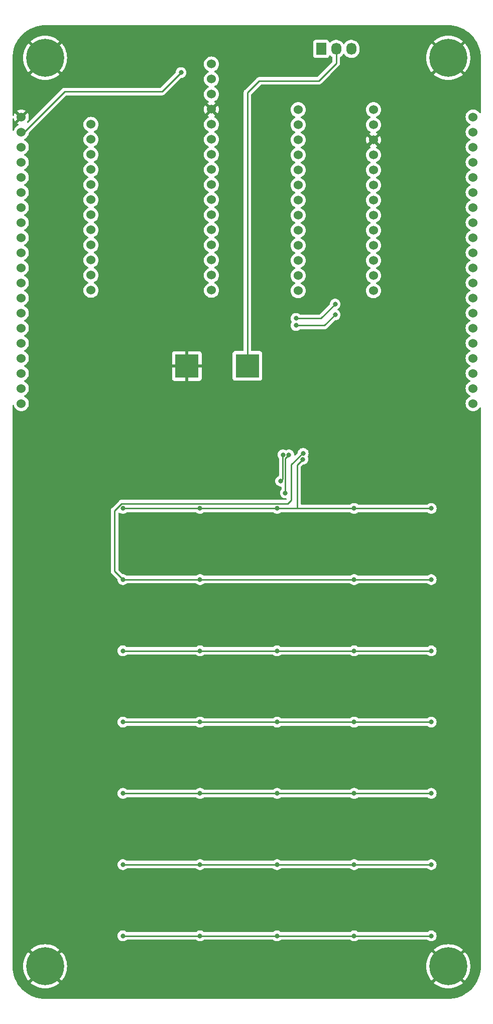
<source format=gbr>
%TF.GenerationSoftware,KiCad,Pcbnew,(6.0.7)*%
%TF.CreationDate,2022-10-02T21:12:28-04:00*%
%TF.ProjectId,Calculator,43616c63-756c-4617-946f-722e6b696361,rev?*%
%TF.SameCoordinates,Original*%
%TF.FileFunction,Copper,L2,Bot*%
%TF.FilePolarity,Positive*%
%FSLAX46Y46*%
G04 Gerber Fmt 4.6, Leading zero omitted, Abs format (unit mm)*
G04 Created by KiCad (PCBNEW (6.0.7)) date 2022-10-02 21:12:28*
%MOMM*%
%LPD*%
G01*
G04 APERTURE LIST*
%TA.AperFunction,ComponentPad*%
%ADD10C,1.524000*%
%TD*%
%TA.AperFunction,ComponentPad*%
%ADD11R,1.730000X2.030000*%
%TD*%
%TA.AperFunction,ComponentPad*%
%ADD12O,1.730000X2.030000*%
%TD*%
%TA.AperFunction,ComponentPad*%
%ADD13C,0.800000*%
%TD*%
%TA.AperFunction,ComponentPad*%
%ADD14C,6.400000*%
%TD*%
%TA.AperFunction,SMDPad,CuDef*%
%ADD15R,4.000000X4.000000*%
%TD*%
%TA.AperFunction,ViaPad*%
%ADD16C,0.800000*%
%TD*%
%TA.AperFunction,Conductor*%
%ADD17C,0.250000*%
%TD*%
G04 APERTURE END LIST*
D10*
%TO.P,U2,27,I37*%
%TO.N,unconnected-(U2-Pad27)*%
X85940000Y-67270000D03*
%TO.P,U2,26,8/TX*%
%TO.N,unconnected-(U2-Pad26)*%
X85940000Y-64730000D03*
%TO.P,U2,25,7/RX*%
%TO.N,unconnected-(U2-Pad25)*%
X85940000Y-62190000D03*
%TO.P,U2,24,21/MISO*%
%TO.N,Disp MISO*%
X85940000Y-59650000D03*
%TO.P,U2,23,19/MOSI*%
%TO.N,Disp MOSI*%
X85940000Y-57110000D03*
%TO.P,U2,22,5/SCK*%
%TO.N,Disp SPI CLK*%
X85940000Y-54570000D03*
%TO.P,U2,21,4/A5*%
%TO.N,unconnected-(U2-Pad21)*%
X85940000Y-52030000D03*
%TO.P,U2,20,36/A4*%
%TO.N,unconnected-(U2-Pad20)*%
X85940000Y-49490000D03*
%TO.P,U2,19,39/A3*%
%TO.N,unconnected-(U2-Pad19)*%
X85940000Y-46950000D03*
%TO.P,U2,18,34/A2*%
%TO.N,Wake Trigger Button*%
X85940000Y-44410000D03*
%TO.P,U2,17,25/A1*%
%TO.N,unconnected-(U2-Pad17)*%
X85940000Y-41870000D03*
%TO.P,U2,16,26/A0*%
%TO.N,Shutdown Power Cutoff*%
X85940000Y-39330000D03*
%TO.P,U2,15,GND*%
%TO.N,GND*%
X85940000Y-36790000D03*
%TO.P,U2,14,NC*%
%TO.N,unconnected-(U2-Pad14)*%
X85940000Y-34250000D03*
%TO.P,U2,13,3V*%
%TO.N,3V*%
X85940000Y-31710000D03*
%TO.P,U2,12,RST*%
%TO.N,unconnected-(U2-Pad12)*%
X85940000Y-29170000D03*
%TO.P,U2,11,SDA/22*%
%TO.N,Matrix I2C SDA*%
X65620000Y-67270000D03*
%TO.P,U2,10,SCL/20*%
%TO.N,Matrix I2C SCL*%
X65620000Y-64730000D03*
%TO.P,U2,9,14/A6*%
%TO.N,unconnected-(U2-Pad9)*%
X65620000Y-62190000D03*
%TO.P,U2,8,32/A7*%
%TO.N,unconnected-(U2-Pad8)*%
X65620000Y-59650000D03*
%TO.P,U2,7,15/A8*%
%TO.N,unconnected-(U2-Pad7)*%
X65620000Y-57110000D03*
%TO.P,U2,6,33/A9*%
%TO.N,Disp D{slash}C*%
X65620000Y-54570000D03*
%TO.P,U2,5,27/A10*%
%TO.N,Disp CS*%
X65620000Y-52030000D03*
%TO.P,U2,4,12/A11*%
%TO.N,unconnected-(U2-Pad4)*%
X65620000Y-49490000D03*
%TO.P,U2,3,13/A12*%
%TO.N,unconnected-(U2-Pad3)*%
X65620000Y-46950000D03*
%TO.P,U2,2,USB*%
%TO.N,unconnected-(U2-Pad2)*%
X65620000Y-44410000D03*
%TO.P,U2,1,En*%
%TO.N,unconnected-(U2-Pad1)*%
X65620000Y-41870000D03*
%TO.P,U2,0,BAT*%
%TO.N,Bat Pwr 3-5V*%
X65620000Y-39330000D03*
%TD*%
%TO.P,U1,0,Card_Detect*%
%TO.N,unconnected-(U1-Pad0)*%
X53870000Y-86350000D03*
%TO.P,U1,1,Card_CS*%
%TO.N,unconnected-(U1-Pad1)*%
X53870000Y-83810000D03*
%TO.P,U1,2,IM0*%
%TO.N,unconnected-(U1-Pad2)*%
X53870000Y-81270000D03*
%TO.P,U1,3,IM1*%
%TO.N,unconnected-(U1-Pad3)*%
X53870000Y-78730000D03*
%TO.P,U1,4,IM2*%
%TO.N,unconnected-(U1-Pad4)*%
X53870000Y-76190000D03*
%TO.P,U1,5,IM3*%
%TO.N,unconnected-(U1-Pad5)*%
X53870000Y-73650000D03*
%TO.P,U1,6,X-*%
%TO.N,unconnected-(U1-Pad6)*%
X53870000Y-71110000D03*
%TO.P,U1,7,Y-*%
%TO.N,unconnected-(U1-Pad7)*%
X53870000Y-68570000D03*
%TO.P,U1,8,X+*%
%TO.N,unconnected-(U1-Pad8)*%
X53870000Y-66030000D03*
%TO.P,U1,9,Y+*%
%TO.N,unconnected-(U1-Pad9)*%
X53870000Y-63490000D03*
%TO.P,U1,10,Lite*%
%TO.N,unconnected-(U1-Pad10)*%
X53870000Y-60950000D03*
%TO.P,U1,11,RST*%
%TO.N,unconnected-(U1-Pad11)*%
X53870000Y-58410000D03*
%TO.P,U1,12,D/C*%
%TO.N,Disp D{slash}C*%
X53870000Y-55870000D03*
%TO.P,U1,13,CS*%
%TO.N,Disp CS*%
X53870000Y-53330000D03*
%TO.P,U1,14,MOSI*%
%TO.N,Disp MOSI*%
X53870000Y-50790000D03*
%TO.P,U1,15,MISO*%
%TO.N,Disp MISO*%
X53870000Y-48250000D03*
%TO.P,U1,16,CLK*%
%TO.N,Disp SPI CLK*%
X53870000Y-45710000D03*
%TO.P,U1,17,3.3V*%
%TO.N,unconnected-(U1-Pad17)*%
X53870000Y-43170000D03*
%TO.P,U1,18,3-5V*%
%TO.N,3-5V (ON)*%
X53870000Y-40630000D03*
%TO.P,U1,19,GND*%
%TO.N,GND*%
X53870000Y-38090000D03*
%TO.P,U1,20,D7*%
%TO.N,unconnected-(U1-Pad20)*%
X130070000Y-86350000D03*
%TO.P,U1,21,D6*%
%TO.N,unconnected-(U1-Pad21)*%
X130070000Y-83810000D03*
%TO.P,U1,22,D5*%
%TO.N,unconnected-(U1-Pad22)*%
X130070000Y-81270000D03*
%TO.P,U1,23,D4*%
%TO.N,unconnected-(U1-Pad23)*%
X130070000Y-78730000D03*
%TO.P,U1,24,D3*%
%TO.N,unconnected-(U1-Pad24)*%
X130070000Y-76190000D03*
%TO.P,U1,25,D2*%
%TO.N,unconnected-(U1-Pad25)*%
X130070000Y-73650000D03*
%TO.P,U1,26,D1*%
%TO.N,unconnected-(U1-Pad26)*%
X130070000Y-71110000D03*
%TO.P,U1,27,D0*%
%TO.N,unconnected-(U1-Pad27)*%
X130070000Y-68570000D03*
%TO.P,U1,28,Y-*%
%TO.N,unconnected-(U1-Pad28)*%
X130070000Y-66030000D03*
%TO.P,U1,29,X-*%
%TO.N,unconnected-(U1-Pad29)*%
X130070000Y-63490000D03*
%TO.P,U1,30,Y+*%
%TO.N,unconnected-(U1-Pad30)*%
X130070000Y-60950000D03*
%TO.P,U1,31,X+*%
%TO.N,unconnected-(U1-Pad31)*%
X130070000Y-58410000D03*
%TO.P,U1,32,Backlite*%
%TO.N,unconnected-(U1-Pad32)*%
X130070000Y-55870000D03*
%TO.P,U1,33,RST*%
%TO.N,unconnected-(U1-Pad33)*%
X130070000Y-53330000D03*
%TO.P,U1,34,RD*%
%TO.N,unconnected-(U1-Pad34)*%
X130070000Y-50790000D03*
%TO.P,U1,35,WR*%
%TO.N,unconnected-(U1-Pad35)*%
X130070000Y-48250000D03*
%TO.P,U1,36,C/D*%
%TO.N,unconnected-(U1-Pad36)*%
X130070000Y-45710000D03*
%TO.P,U1,37,CS*%
%TO.N,unconnected-(U1-Pad37)*%
X130070000Y-43170000D03*
%TO.P,U1,38,3-5V*%
%TO.N,unconnected-(U1-Pad38)*%
X130070000Y-40630000D03*
%TO.P,U1,39,GND*%
%TO.N,unconnected-(U1-Pad39)*%
X130070000Y-38090000D03*
%TD*%
D11*
%TO.P,CN1,1,out_1*%
%TO.N,Bat Pwr 3-5V*%
X104450000Y-26625000D03*
D12*
%TO.P,CN1,2,in*%
%TO.N,Net-(SW36-Pad2)*%
X106990000Y-26625000D03*
%TO.P,CN1,3,out_2*%
%TO.N,unconnected-(SW36-Pad3)*%
X109530000Y-26625000D03*
%TD*%
D13*
%TO.P,H2,1,1*%
%TO.N,GND*%
X128275000Y-28125000D03*
D14*
X125875000Y-28125000D03*
D13*
X124177944Y-29822056D03*
X124177944Y-26427944D03*
X123475000Y-28125000D03*
X127572056Y-26427944D03*
X125875000Y-30525000D03*
X127572056Y-29822056D03*
X125875000Y-25725000D03*
%TD*%
%TO.P,H1,1,1*%
%TO.N,GND*%
X56177944Y-29822056D03*
X55475000Y-28125000D03*
D14*
X57875000Y-28125000D03*
D13*
X57875000Y-25725000D03*
X59572056Y-29822056D03*
X60275000Y-28125000D03*
X56177944Y-26427944D03*
X57875000Y-30525000D03*
X59572056Y-26427944D03*
%TD*%
%TO.P,H4,1,1*%
%TO.N,GND*%
X127572056Y-182822056D03*
X124177944Y-179427944D03*
X127572056Y-179427944D03*
X125875000Y-178725000D03*
X123475000Y-181125000D03*
X125875000Y-183525000D03*
X128275000Y-181125000D03*
X124177944Y-182822056D03*
D14*
X125875000Y-181125000D03*
%TD*%
D13*
%TO.P,H3,1,1*%
%TO.N,GND*%
X56177944Y-179427944D03*
X57875000Y-178725000D03*
X59572056Y-182822056D03*
X56177944Y-182822056D03*
D14*
X57875000Y-181125000D03*
D13*
X59572056Y-179427944D03*
X57875000Y-183525000D03*
X55475000Y-181125000D03*
X60275000Y-181125000D03*
%TD*%
D15*
%TO.P,TP1,1,1*%
%TO.N,Net-(SW36-Pad2)*%
X92000000Y-80000000D03*
%TO.P,TP1,2,2*%
%TO.N,GND*%
X81800000Y-80040000D03*
%TD*%
D10*
%TO.P,U3,25,R1*%
%TO.N,Row 2*%
X100555000Y-67335000D03*
%TO.P,U3,24,R0*%
%TO.N,Row 1*%
X100555000Y-64795000D03*
%TO.P,U3,23,C0*%
%TO.N,Colm 1*%
X100555000Y-62255000D03*
%TO.P,U3,22,C1*%
%TO.N,Colm 2*%
X100555000Y-59715000D03*
%TO.P,U3,21,C2*%
%TO.N,Colm 3*%
X100555000Y-57175000D03*
%TO.P,U3,20,C3*%
%TO.N,Colm 4*%
X100555000Y-54635000D03*
%TO.P,U3,19,C4*%
%TO.N,Colm 5*%
X100555000Y-52095000D03*
%TO.P,U3,18,C5*%
%TO.N,unconnected-(U3-Pad18)*%
X100555000Y-49555000D03*
%TO.P,U3,17,C6*%
%TO.N,unconnected-(U3-Pad17)*%
X100555000Y-47015000D03*
%TO.P,U3,16,C7*%
%TO.N,unconnected-(U3-Pad16)*%
X100555000Y-44475000D03*
%TO.P,U3,15,C8*%
%TO.N,unconnected-(U3-Pad15)*%
X100555000Y-41935000D03*
%TO.P,U3,14,C9*%
%TO.N,unconnected-(U3-Pad14)*%
X100555000Y-39395000D03*
%TO.P,U3,13,GND*%
%TO.N,unconnected-(U3-Pad13)*%
X100555000Y-36855000D03*
%TO.P,U3,12,R2*%
%TO.N,Row 3*%
X113255000Y-67335000D03*
%TO.P,U3,11,R3*%
%TO.N,Row 4*%
X113255000Y-64795000D03*
%TO.P,U3,10,R4*%
%TO.N,Row 5*%
X113255000Y-62255000D03*
%TO.P,U3,9,R5*%
%TO.N,Row 6*%
X113255000Y-59715000D03*
%TO.P,U3,8,R6*%
%TO.N,Row 7*%
X113255000Y-57175000D03*
%TO.P,U3,7,R7*%
%TO.N,unconnected-(U3-Pad7)*%
X113255000Y-54635000D03*
%TO.P,U3,6,RST*%
%TO.N,unconnected-(U3-Pad6)*%
X113255000Y-52095000D03*
%TO.P,U3,5,INT*%
%TO.N,Matrix INT*%
X113255000Y-49555000D03*
%TO.P,U3,4,SDA*%
%TO.N,Matrix I2C SDA*%
X113255000Y-47015000D03*
%TO.P,U3,3,SCL*%
%TO.N,Matrix I2C SCL*%
X113255000Y-44475000D03*
%TO.P,U3,2,GND*%
%TO.N,GND*%
X113255000Y-41935000D03*
%TO.P,U3,1,3Vo*%
%TO.N,unconnected-(U3-Pad1)*%
X113255000Y-39395000D03*
%TO.P,U3,0,VIN*%
%TO.N,3-5V (ON)*%
X113255000Y-36855000D03*
%TD*%
D16*
%TO.N,Row 1*%
X84000000Y-104000000D03*
X123000000Y-104000000D03*
X71000000Y-104000000D03*
X97000000Y-104000000D03*
X101333107Y-95733107D03*
X110000000Y-104000000D03*
%TO.N,Row 2*%
X71000000Y-116000000D03*
X84000000Y-116000000D03*
X110000000Y-116000000D03*
X123000000Y-116000000D03*
X101404576Y-94736163D03*
%TO.N,Row 3*%
X97000000Y-128000000D03*
X110000000Y-128000000D03*
X123000000Y-128000000D03*
X71000000Y-128000000D03*
X84000000Y-128000000D03*
%TO.N,Row 4*%
X84000000Y-140000000D03*
X123000000Y-140000000D03*
X71000000Y-140000000D03*
X97000000Y-140000000D03*
X110000000Y-140000000D03*
%TO.N,Row 5*%
X110000000Y-152000000D03*
X84000000Y-152000000D03*
X123000000Y-152000000D03*
X71000000Y-152000000D03*
X97000000Y-152000000D03*
%TO.N,Row 6*%
X123000000Y-164000000D03*
X84000000Y-164000000D03*
X97000000Y-164000000D03*
X71000000Y-164000000D03*
X110000000Y-164000000D03*
%TO.N,Row 7*%
X110000000Y-176000000D03*
X71000000Y-176000000D03*
X84000000Y-176000000D03*
X123000000Y-176000000D03*
X97000000Y-176000000D03*
%TO.N,Wake Trigger Button*%
X97600000Y-99400000D03*
X97988171Y-94987230D03*
%TO.N,3-5V (ON)*%
X80800000Y-30600000D03*
%TO.N,GND*%
X97000000Y-120000000D03*
X70000000Y-32000000D03*
%TO.N,3V*%
X99000000Y-95000000D03*
X98400000Y-101400000D03*
%TO.N,Matrix I2C SCL*%
X100200000Y-72000000D03*
X106800000Y-69600000D03*
%TO.N,Matrix I2C SDA*%
X100200000Y-73200000D03*
X106800000Y-71400000D03*
%TD*%
D17*
%TO.N,3-5V (ON)*%
X61200000Y-33800000D02*
X54370000Y-40630000D01*
X54370000Y-40630000D02*
X53870000Y-40630000D01*
X77600000Y-33800000D02*
X61200000Y-33800000D01*
X80800000Y-30600000D02*
X77600000Y-33800000D01*
%TO.N,Row 1*%
X100400000Y-96666214D02*
X101333107Y-95733107D01*
X71000000Y-104000000D02*
X100400000Y-104000000D01*
X100400000Y-104000000D02*
X123000000Y-104000000D01*
X100400000Y-104000000D02*
X100400000Y-96666214D01*
%TO.N,Row 2*%
X69600000Y-105000000D02*
X69600000Y-104374695D01*
X70774695Y-103200000D02*
X77200000Y-103200000D01*
X98800000Y-103200000D02*
X99400000Y-102600000D01*
X77200000Y-103200000D02*
X98800000Y-103200000D01*
X99400000Y-99000000D02*
X99400000Y-96640909D01*
X71000000Y-116000000D02*
X69600000Y-114600000D01*
X110000000Y-116000000D02*
X123000000Y-116000000D01*
X69600000Y-114600000D02*
X69600000Y-105000000D01*
X69600000Y-104374695D02*
X70774695Y-103200000D01*
X99400000Y-102600000D02*
X99400000Y-99000000D01*
X109875000Y-115875000D02*
X110000000Y-116000000D01*
X99400000Y-96640909D02*
X101304746Y-94736163D01*
X71000000Y-116000000D02*
X110000000Y-116000000D01*
X101304746Y-94736163D02*
X101404576Y-94736163D01*
%TO.N,Row 3*%
X71000000Y-128000000D02*
X123000000Y-128000000D01*
%TO.N,Row 4*%
X71000000Y-140000000D02*
X123000000Y-140000000D01*
%TO.N,Row 5*%
X71000000Y-152000000D02*
X123000000Y-152000000D01*
%TO.N,Row 6*%
X71000000Y-164000000D02*
X123000000Y-164000000D01*
%TO.N,Row 7*%
X71000000Y-176000000D02*
X123000000Y-176000000D01*
%TO.N,Wake Trigger Button*%
X97950000Y-97800000D02*
X97950000Y-95600000D01*
X97950000Y-95600000D02*
X97950000Y-95025401D01*
X97600000Y-99400000D02*
X97950000Y-99050000D01*
X97950000Y-99050000D02*
X97950000Y-97800000D01*
X97950000Y-95025401D02*
X97988171Y-94987230D01*
%TO.N,3V*%
X98400000Y-101400000D02*
X98400000Y-95600000D01*
X98400000Y-95600000D02*
X99000000Y-95000000D01*
%TO.N,Net-(SW36-Pad2)*%
X92000000Y-80000000D02*
X92000000Y-34000000D01*
X92000000Y-34000000D02*
X94000000Y-32000000D01*
X106990000Y-29010000D02*
X106990000Y-26625000D01*
X94000000Y-32000000D02*
X104000000Y-32000000D01*
X104000000Y-32000000D02*
X106990000Y-29010000D01*
%TO.N,Matrix I2C SCL*%
X104400000Y-72000000D02*
X106800000Y-69600000D01*
X100200000Y-72000000D02*
X104400000Y-72000000D01*
%TO.N,Matrix I2C SDA*%
X100200000Y-73200000D02*
X105000000Y-73200000D01*
X105000000Y-73200000D02*
X106800000Y-71400000D01*
%TD*%
%TA.AperFunction,Conductor*%
%TO.N,GND*%
G36*
X125845018Y-22635000D02*
G01*
X125859851Y-22637310D01*
X125859855Y-22637310D01*
X125868724Y-22638691D01*
X125889664Y-22635953D01*
X125911202Y-22634997D01*
X126099026Y-22642766D01*
X126323278Y-22652041D01*
X126333656Y-22652901D01*
X126609674Y-22687307D01*
X126773702Y-22707753D01*
X126783967Y-22709465D01*
X126947054Y-22743661D01*
X127217976Y-22800467D01*
X127228072Y-22803023D01*
X127653101Y-22929561D01*
X127662938Y-22932938D01*
X128076081Y-23094147D01*
X128085581Y-23098314D01*
X128483983Y-23293081D01*
X128493141Y-23298037D01*
X128874085Y-23525030D01*
X128882804Y-23530726D01*
X129243705Y-23788405D01*
X129251923Y-23794801D01*
X129590326Y-24081413D01*
X129597987Y-24088467D01*
X129911533Y-24402013D01*
X129918587Y-24409674D01*
X130205199Y-24748077D01*
X130211595Y-24756295D01*
X130469274Y-25117196D01*
X130474970Y-25125915D01*
X130701963Y-25506859D01*
X130706918Y-25516015D01*
X130893073Y-25896800D01*
X130901682Y-25914411D01*
X130905853Y-25923919D01*
X131067062Y-26337062D01*
X131070439Y-26346899D01*
X131196977Y-26771928D01*
X131199533Y-26782024D01*
X131273355Y-27134097D01*
X131290534Y-27216030D01*
X131292247Y-27226298D01*
X131312693Y-27390326D01*
X131347099Y-27666344D01*
X131347959Y-27676722D01*
X131351428Y-27760592D01*
X131364040Y-28065512D01*
X131364694Y-28081335D01*
X131363302Y-28105920D01*
X131361309Y-28118724D01*
X131362473Y-28127626D01*
X131362473Y-28127628D01*
X131363382Y-28134580D01*
X131365155Y-28148131D01*
X131365436Y-28150283D01*
X131366500Y-28166621D01*
X131366500Y-37326924D01*
X131346498Y-37395045D01*
X131292842Y-37441538D01*
X131222568Y-37451642D01*
X131157988Y-37422148D01*
X131137287Y-37399195D01*
X131050136Y-37274730D01*
X131050134Y-37274727D01*
X131046977Y-37270219D01*
X130889781Y-37113023D01*
X130885273Y-37109866D01*
X130885270Y-37109864D01*
X130809505Y-37056813D01*
X130707677Y-36985512D01*
X130702695Y-36983189D01*
X130702690Y-36983186D01*
X130511178Y-36893883D01*
X130511177Y-36893882D01*
X130506196Y-36891560D01*
X130500888Y-36890138D01*
X130500886Y-36890137D01*
X130369753Y-36855000D01*
X130291463Y-36834022D01*
X130070000Y-36814647D01*
X129848537Y-36834022D01*
X129770247Y-36855000D01*
X129639114Y-36890137D01*
X129639112Y-36890138D01*
X129633804Y-36891560D01*
X129628823Y-36893882D01*
X129628822Y-36893883D01*
X129437311Y-36983186D01*
X129437306Y-36983189D01*
X129432324Y-36985512D01*
X129427817Y-36988668D01*
X129427815Y-36988669D01*
X129254730Y-37109864D01*
X129254727Y-37109866D01*
X129250219Y-37113023D01*
X129093023Y-37270219D01*
X129089866Y-37274727D01*
X129089864Y-37274730D01*
X128973064Y-37441538D01*
X128965512Y-37452324D01*
X128963189Y-37457306D01*
X128963186Y-37457311D01*
X128873883Y-37648822D01*
X128871560Y-37653804D01*
X128814022Y-37868537D01*
X128794647Y-38090000D01*
X128814022Y-38311463D01*
X128871560Y-38526196D01*
X128873882Y-38531177D01*
X128873883Y-38531178D01*
X128963186Y-38722689D01*
X128963189Y-38722694D01*
X128965512Y-38727676D01*
X128968668Y-38732183D01*
X128968669Y-38732185D01*
X129087972Y-38902567D01*
X129093023Y-38909781D01*
X129250219Y-39066977D01*
X129254727Y-39070134D01*
X129254730Y-39070136D01*
X129301985Y-39103224D01*
X129432323Y-39194488D01*
X129437305Y-39196811D01*
X129437310Y-39196814D01*
X129542373Y-39245805D01*
X129595658Y-39292722D01*
X129615119Y-39360999D01*
X129594577Y-39428959D01*
X129542373Y-39474195D01*
X129437311Y-39523186D01*
X129437306Y-39523189D01*
X129432324Y-39525512D01*
X129427817Y-39528668D01*
X129427815Y-39528669D01*
X129254730Y-39649864D01*
X129254727Y-39649866D01*
X129250219Y-39653023D01*
X129093023Y-39810219D01*
X129089866Y-39814727D01*
X129089864Y-39814730D01*
X128979613Y-39972185D01*
X128965512Y-39992324D01*
X128963189Y-39997306D01*
X128963186Y-39997311D01*
X128894192Y-40145270D01*
X128871560Y-40193804D01*
X128814022Y-40408537D01*
X128794647Y-40630000D01*
X128814022Y-40851463D01*
X128871560Y-41066196D01*
X128873882Y-41071177D01*
X128873883Y-41071178D01*
X128963186Y-41262689D01*
X128963189Y-41262694D01*
X128965512Y-41267676D01*
X128968668Y-41272183D01*
X128968669Y-41272185D01*
X129081836Y-41433804D01*
X129093023Y-41449781D01*
X129250219Y-41606977D01*
X129254727Y-41610134D01*
X129254730Y-41610136D01*
X129301985Y-41643224D01*
X129432323Y-41734488D01*
X129437305Y-41736811D01*
X129437310Y-41736814D01*
X129542373Y-41785805D01*
X129595658Y-41832722D01*
X129615119Y-41900999D01*
X129594577Y-41968959D01*
X129542373Y-42014195D01*
X129437311Y-42063186D01*
X129437306Y-42063189D01*
X129432324Y-42065512D01*
X129427817Y-42068668D01*
X129427815Y-42068669D01*
X129254730Y-42189864D01*
X129254727Y-42189866D01*
X129250219Y-42193023D01*
X129093023Y-42350219D01*
X129089866Y-42354727D01*
X129089864Y-42354730D01*
X128979613Y-42512185D01*
X128965512Y-42532324D01*
X128963189Y-42537306D01*
X128963186Y-42537311D01*
X128920327Y-42629223D01*
X128871560Y-42733804D01*
X128814022Y-42948537D01*
X128794647Y-43170000D01*
X128814022Y-43391463D01*
X128871560Y-43606196D01*
X128873882Y-43611177D01*
X128873883Y-43611178D01*
X128963186Y-43802689D01*
X128963189Y-43802694D01*
X128965512Y-43807676D01*
X128968668Y-43812183D01*
X128968669Y-43812185D01*
X129081836Y-43973804D01*
X129093023Y-43989781D01*
X129250219Y-44146977D01*
X129254727Y-44150134D01*
X129254730Y-44150136D01*
X129301985Y-44183224D01*
X129432323Y-44274488D01*
X129437305Y-44276811D01*
X129437310Y-44276814D01*
X129542373Y-44325805D01*
X129595658Y-44372722D01*
X129615119Y-44440999D01*
X129594577Y-44508959D01*
X129542373Y-44554195D01*
X129437311Y-44603186D01*
X129437306Y-44603189D01*
X129432324Y-44605512D01*
X129427817Y-44608668D01*
X129427815Y-44608669D01*
X129254730Y-44729864D01*
X129254727Y-44729866D01*
X129250219Y-44733023D01*
X129093023Y-44890219D01*
X129089866Y-44894727D01*
X129089864Y-44894730D01*
X128979613Y-45052185D01*
X128965512Y-45072324D01*
X128963189Y-45077306D01*
X128963186Y-45077311D01*
X128894192Y-45225270D01*
X128871560Y-45273804D01*
X128814022Y-45488537D01*
X128794647Y-45710000D01*
X128814022Y-45931463D01*
X128871560Y-46146196D01*
X128873882Y-46151177D01*
X128873883Y-46151178D01*
X128963186Y-46342689D01*
X128963189Y-46342694D01*
X128965512Y-46347676D01*
X128968668Y-46352183D01*
X128968669Y-46352185D01*
X129081836Y-46513804D01*
X129093023Y-46529781D01*
X129250219Y-46686977D01*
X129254727Y-46690134D01*
X129254730Y-46690136D01*
X129301985Y-46723224D01*
X129432323Y-46814488D01*
X129437305Y-46816811D01*
X129437310Y-46816814D01*
X129542373Y-46865805D01*
X129595658Y-46912722D01*
X129615119Y-46980999D01*
X129594577Y-47048959D01*
X129542373Y-47094195D01*
X129437311Y-47143186D01*
X129437306Y-47143189D01*
X129432324Y-47145512D01*
X129427817Y-47148668D01*
X129427815Y-47148669D01*
X129254730Y-47269864D01*
X129254727Y-47269866D01*
X129250219Y-47273023D01*
X129093023Y-47430219D01*
X129089866Y-47434727D01*
X129089864Y-47434730D01*
X128979613Y-47592185D01*
X128965512Y-47612324D01*
X128963189Y-47617306D01*
X128963186Y-47617311D01*
X128894192Y-47765270D01*
X128871560Y-47813804D01*
X128814022Y-48028537D01*
X128794647Y-48250000D01*
X128814022Y-48471463D01*
X128871560Y-48686196D01*
X128873882Y-48691177D01*
X128873883Y-48691178D01*
X128963186Y-48882689D01*
X128963189Y-48882694D01*
X128965512Y-48887676D01*
X128968668Y-48892183D01*
X128968669Y-48892185D01*
X129081836Y-49053804D01*
X129093023Y-49069781D01*
X129250219Y-49226977D01*
X129254727Y-49230134D01*
X129254730Y-49230136D01*
X129301985Y-49263224D01*
X129432323Y-49354488D01*
X129437305Y-49356811D01*
X129437310Y-49356814D01*
X129542373Y-49405805D01*
X129595658Y-49452722D01*
X129615119Y-49520999D01*
X129594577Y-49588959D01*
X129542373Y-49634195D01*
X129437311Y-49683186D01*
X129437306Y-49683189D01*
X129432324Y-49685512D01*
X129427817Y-49688668D01*
X129427815Y-49688669D01*
X129254730Y-49809864D01*
X129254727Y-49809866D01*
X129250219Y-49813023D01*
X129093023Y-49970219D01*
X129089866Y-49974727D01*
X129089864Y-49974730D01*
X128979613Y-50132185D01*
X128965512Y-50152324D01*
X128963189Y-50157306D01*
X128963186Y-50157311D01*
X128894192Y-50305270D01*
X128871560Y-50353804D01*
X128814022Y-50568537D01*
X128794647Y-50790000D01*
X128814022Y-51011463D01*
X128871560Y-51226196D01*
X128873882Y-51231177D01*
X128873883Y-51231178D01*
X128963186Y-51422689D01*
X128963189Y-51422694D01*
X128965512Y-51427676D01*
X128968668Y-51432183D01*
X128968669Y-51432185D01*
X129081836Y-51593804D01*
X129093023Y-51609781D01*
X129250219Y-51766977D01*
X129254727Y-51770134D01*
X129254730Y-51770136D01*
X129301985Y-51803224D01*
X129432323Y-51894488D01*
X129437305Y-51896811D01*
X129437310Y-51896814D01*
X129542373Y-51945805D01*
X129595658Y-51992722D01*
X129615119Y-52060999D01*
X129594577Y-52128959D01*
X129542373Y-52174195D01*
X129437311Y-52223186D01*
X129437306Y-52223189D01*
X129432324Y-52225512D01*
X129427817Y-52228668D01*
X129427815Y-52228669D01*
X129254730Y-52349864D01*
X129254727Y-52349866D01*
X129250219Y-52353023D01*
X129093023Y-52510219D01*
X129089866Y-52514727D01*
X129089864Y-52514730D01*
X128979613Y-52672185D01*
X128965512Y-52692324D01*
X128963189Y-52697306D01*
X128963186Y-52697311D01*
X128894192Y-52845270D01*
X128871560Y-52893804D01*
X128814022Y-53108537D01*
X128794647Y-53330000D01*
X128814022Y-53551463D01*
X128871560Y-53766196D01*
X128873882Y-53771177D01*
X128873883Y-53771178D01*
X128963186Y-53962689D01*
X128963189Y-53962694D01*
X128965512Y-53967676D01*
X128968668Y-53972183D01*
X128968669Y-53972185D01*
X129081836Y-54133804D01*
X129093023Y-54149781D01*
X129250219Y-54306977D01*
X129254727Y-54310134D01*
X129254730Y-54310136D01*
X129301985Y-54343224D01*
X129432323Y-54434488D01*
X129437305Y-54436811D01*
X129437310Y-54436814D01*
X129542373Y-54485805D01*
X129595658Y-54532722D01*
X129615119Y-54600999D01*
X129594577Y-54668959D01*
X129542373Y-54714195D01*
X129437311Y-54763186D01*
X129437306Y-54763189D01*
X129432324Y-54765512D01*
X129427817Y-54768668D01*
X129427815Y-54768669D01*
X129254730Y-54889864D01*
X129254727Y-54889866D01*
X129250219Y-54893023D01*
X129093023Y-55050219D01*
X129089866Y-55054727D01*
X129089864Y-55054730D01*
X128979613Y-55212185D01*
X128965512Y-55232324D01*
X128963189Y-55237306D01*
X128963186Y-55237311D01*
X128894192Y-55385270D01*
X128871560Y-55433804D01*
X128814022Y-55648537D01*
X128794647Y-55870000D01*
X128814022Y-56091463D01*
X128871560Y-56306196D01*
X128873882Y-56311177D01*
X128873883Y-56311178D01*
X128963186Y-56502689D01*
X128963189Y-56502694D01*
X128965512Y-56507676D01*
X128968668Y-56512183D01*
X128968669Y-56512185D01*
X129081836Y-56673804D01*
X129093023Y-56689781D01*
X129250219Y-56846977D01*
X129254727Y-56850134D01*
X129254730Y-56850136D01*
X129301985Y-56883224D01*
X129432323Y-56974488D01*
X129437305Y-56976811D01*
X129437310Y-56976814D01*
X129542373Y-57025805D01*
X129595658Y-57072722D01*
X129615119Y-57140999D01*
X129594577Y-57208959D01*
X129542373Y-57254195D01*
X129437311Y-57303186D01*
X129437306Y-57303189D01*
X129432324Y-57305512D01*
X129427817Y-57308668D01*
X129427815Y-57308669D01*
X129254730Y-57429864D01*
X129254727Y-57429866D01*
X129250219Y-57433023D01*
X129093023Y-57590219D01*
X129089866Y-57594727D01*
X129089864Y-57594730D01*
X128979613Y-57752185D01*
X128965512Y-57772324D01*
X128963189Y-57777306D01*
X128963186Y-57777311D01*
X128894192Y-57925270D01*
X128871560Y-57973804D01*
X128814022Y-58188537D01*
X128794647Y-58410000D01*
X128814022Y-58631463D01*
X128871560Y-58846196D01*
X128873882Y-58851177D01*
X128873883Y-58851178D01*
X128963186Y-59042689D01*
X128963189Y-59042694D01*
X128965512Y-59047676D01*
X128968668Y-59052183D01*
X128968669Y-59052185D01*
X129081836Y-59213804D01*
X129093023Y-59229781D01*
X129250219Y-59386977D01*
X129254727Y-59390134D01*
X129254730Y-59390136D01*
X129301985Y-59423224D01*
X129432323Y-59514488D01*
X129437305Y-59516811D01*
X129437310Y-59516814D01*
X129542373Y-59565805D01*
X129595658Y-59612722D01*
X129615119Y-59680999D01*
X129594577Y-59748959D01*
X129542373Y-59794195D01*
X129437311Y-59843186D01*
X129437306Y-59843189D01*
X129432324Y-59845512D01*
X129427817Y-59848668D01*
X129427815Y-59848669D01*
X129254730Y-59969864D01*
X129254727Y-59969866D01*
X129250219Y-59973023D01*
X129093023Y-60130219D01*
X129089866Y-60134727D01*
X129089864Y-60134730D01*
X128979613Y-60292185D01*
X128965512Y-60312324D01*
X128963189Y-60317306D01*
X128963186Y-60317311D01*
X128894192Y-60465270D01*
X128871560Y-60513804D01*
X128814022Y-60728537D01*
X128794647Y-60950000D01*
X128814022Y-61171463D01*
X128871560Y-61386196D01*
X128873882Y-61391177D01*
X128873883Y-61391178D01*
X128963186Y-61582689D01*
X128963189Y-61582694D01*
X128965512Y-61587676D01*
X128968668Y-61592183D01*
X128968669Y-61592185D01*
X129081836Y-61753804D01*
X129093023Y-61769781D01*
X129250219Y-61926977D01*
X129254727Y-61930134D01*
X129254730Y-61930136D01*
X129301985Y-61963224D01*
X129432323Y-62054488D01*
X129437305Y-62056811D01*
X129437310Y-62056814D01*
X129542373Y-62105805D01*
X129595658Y-62152722D01*
X129615119Y-62220999D01*
X129594577Y-62288959D01*
X129542373Y-62334195D01*
X129437311Y-62383186D01*
X129437306Y-62383189D01*
X129432324Y-62385512D01*
X129427817Y-62388668D01*
X129427815Y-62388669D01*
X129254730Y-62509864D01*
X129254727Y-62509866D01*
X129250219Y-62513023D01*
X129093023Y-62670219D01*
X129089866Y-62674727D01*
X129089864Y-62674730D01*
X128979613Y-62832185D01*
X128965512Y-62852324D01*
X128963189Y-62857306D01*
X128963186Y-62857311D01*
X128894192Y-63005270D01*
X128871560Y-63053804D01*
X128814022Y-63268537D01*
X128794647Y-63490000D01*
X128814022Y-63711463D01*
X128871560Y-63926196D01*
X128873882Y-63931177D01*
X128873883Y-63931178D01*
X128963186Y-64122689D01*
X128963189Y-64122694D01*
X128965512Y-64127676D01*
X128968668Y-64132183D01*
X128968669Y-64132185D01*
X129081836Y-64293804D01*
X129093023Y-64309781D01*
X129250219Y-64466977D01*
X129254727Y-64470134D01*
X129254730Y-64470136D01*
X129301985Y-64503224D01*
X129432323Y-64594488D01*
X129437305Y-64596811D01*
X129437310Y-64596814D01*
X129542373Y-64645805D01*
X129595658Y-64692722D01*
X129615119Y-64760999D01*
X129594577Y-64828959D01*
X129542373Y-64874195D01*
X129437311Y-64923186D01*
X129437306Y-64923189D01*
X129432324Y-64925512D01*
X129427817Y-64928668D01*
X129427815Y-64928669D01*
X129254730Y-65049864D01*
X129254727Y-65049866D01*
X129250219Y-65053023D01*
X129093023Y-65210219D01*
X129089866Y-65214727D01*
X129089864Y-65214730D01*
X128979613Y-65372185D01*
X128965512Y-65392324D01*
X128963189Y-65397306D01*
X128963186Y-65397311D01*
X128894192Y-65545270D01*
X128871560Y-65593804D01*
X128814022Y-65808537D01*
X128794647Y-66030000D01*
X128814022Y-66251463D01*
X128871560Y-66466196D01*
X128873882Y-66471177D01*
X128873883Y-66471178D01*
X128963186Y-66662689D01*
X128963189Y-66662694D01*
X128965512Y-66667676D01*
X128968668Y-66672183D01*
X128968669Y-66672185D01*
X129081836Y-66833804D01*
X129093023Y-66849781D01*
X129250219Y-67006977D01*
X129254727Y-67010134D01*
X129254730Y-67010136D01*
X129301985Y-67043224D01*
X129432323Y-67134488D01*
X129437305Y-67136811D01*
X129437310Y-67136814D01*
X129542373Y-67185805D01*
X129595658Y-67232722D01*
X129615119Y-67300999D01*
X129594577Y-67368959D01*
X129542373Y-67414195D01*
X129437311Y-67463186D01*
X129437306Y-67463189D01*
X129432324Y-67465512D01*
X129427817Y-67468668D01*
X129427815Y-67468669D01*
X129254730Y-67589864D01*
X129254727Y-67589866D01*
X129250219Y-67593023D01*
X129093023Y-67750219D01*
X129089866Y-67754727D01*
X129089864Y-67754730D01*
X128979613Y-67912185D01*
X128965512Y-67932324D01*
X128963189Y-67937306D01*
X128963186Y-67937311D01*
X128894192Y-68085270D01*
X128871560Y-68133804D01*
X128814022Y-68348537D01*
X128794647Y-68570000D01*
X128814022Y-68791463D01*
X128871560Y-69006196D01*
X128873882Y-69011177D01*
X128873883Y-69011178D01*
X128963186Y-69202689D01*
X128963189Y-69202694D01*
X128965512Y-69207676D01*
X128968668Y-69212183D01*
X128968669Y-69212185D01*
X129053318Y-69333076D01*
X129093023Y-69389781D01*
X129250219Y-69546977D01*
X129254727Y-69550134D01*
X129254730Y-69550136D01*
X129290658Y-69575293D01*
X129432323Y-69674488D01*
X129437305Y-69676811D01*
X129437310Y-69676814D01*
X129542373Y-69725805D01*
X129595658Y-69772722D01*
X129615119Y-69840999D01*
X129594577Y-69908959D01*
X129542373Y-69954195D01*
X129437311Y-70003186D01*
X129437306Y-70003189D01*
X129432324Y-70005512D01*
X129427817Y-70008668D01*
X129427815Y-70008669D01*
X129254730Y-70129864D01*
X129254727Y-70129866D01*
X129250219Y-70133023D01*
X129093023Y-70290219D01*
X129089866Y-70294727D01*
X129089864Y-70294730D01*
X129025088Y-70387240D01*
X128965512Y-70472324D01*
X128963189Y-70477306D01*
X128963186Y-70477311D01*
X128901724Y-70609117D01*
X128871560Y-70673804D01*
X128814022Y-70888537D01*
X128794647Y-71110000D01*
X128814022Y-71331463D01*
X128871560Y-71546196D01*
X128873882Y-71551177D01*
X128873883Y-71551178D01*
X128963186Y-71742689D01*
X128963189Y-71742694D01*
X128965512Y-71747676D01*
X128968668Y-71752183D01*
X128968669Y-71752185D01*
X129053318Y-71873076D01*
X129093023Y-71929781D01*
X129250219Y-72086977D01*
X129254727Y-72090134D01*
X129254730Y-72090136D01*
X129330495Y-72143187D01*
X129432323Y-72214488D01*
X129437305Y-72216811D01*
X129437310Y-72216814D01*
X129542373Y-72265805D01*
X129595658Y-72312722D01*
X129615119Y-72380999D01*
X129594577Y-72448959D01*
X129542373Y-72494195D01*
X129437311Y-72543186D01*
X129437306Y-72543189D01*
X129432324Y-72545512D01*
X129427817Y-72548668D01*
X129427815Y-72548669D01*
X129254730Y-72669864D01*
X129254727Y-72669866D01*
X129250219Y-72673023D01*
X129093023Y-72830219D01*
X129089866Y-72834727D01*
X129089864Y-72834730D01*
X129005619Y-72955045D01*
X128965512Y-73012324D01*
X128963189Y-73017306D01*
X128963186Y-73017311D01*
X128873883Y-73208822D01*
X128871560Y-73213804D01*
X128814022Y-73428537D01*
X128794647Y-73650000D01*
X128814022Y-73871463D01*
X128871560Y-74086196D01*
X128873882Y-74091177D01*
X128873883Y-74091178D01*
X128963186Y-74282689D01*
X128963189Y-74282694D01*
X128965512Y-74287676D01*
X128968668Y-74292183D01*
X128968669Y-74292185D01*
X129053318Y-74413076D01*
X129093023Y-74469781D01*
X129250219Y-74626977D01*
X129254727Y-74630134D01*
X129254730Y-74630136D01*
X129330495Y-74683187D01*
X129432323Y-74754488D01*
X129437305Y-74756811D01*
X129437310Y-74756814D01*
X129542373Y-74805805D01*
X129595658Y-74852722D01*
X129615119Y-74920999D01*
X129594577Y-74988959D01*
X129542373Y-75034195D01*
X129437311Y-75083186D01*
X129437306Y-75083189D01*
X129432324Y-75085512D01*
X129427817Y-75088668D01*
X129427815Y-75088669D01*
X129254730Y-75209864D01*
X129254727Y-75209866D01*
X129250219Y-75213023D01*
X129093023Y-75370219D01*
X129089866Y-75374727D01*
X129089864Y-75374730D01*
X129005619Y-75495045D01*
X128965512Y-75552324D01*
X128963189Y-75557306D01*
X128963186Y-75557311D01*
X128873883Y-75748822D01*
X128871560Y-75753804D01*
X128814022Y-75968537D01*
X128794647Y-76190000D01*
X128814022Y-76411463D01*
X128871560Y-76626196D01*
X128873882Y-76631177D01*
X128873883Y-76631178D01*
X128963186Y-76822689D01*
X128963189Y-76822694D01*
X128965512Y-76827676D01*
X128968668Y-76832183D01*
X128968669Y-76832185D01*
X129053318Y-76953076D01*
X129093023Y-77009781D01*
X129250219Y-77166977D01*
X129254727Y-77170134D01*
X129254730Y-77170136D01*
X129330495Y-77223187D01*
X129432323Y-77294488D01*
X129437305Y-77296811D01*
X129437310Y-77296814D01*
X129542373Y-77345805D01*
X129595658Y-77392722D01*
X129615119Y-77460999D01*
X129594577Y-77528959D01*
X129542373Y-77574195D01*
X129437311Y-77623186D01*
X129437306Y-77623189D01*
X129432324Y-77625512D01*
X129427817Y-77628668D01*
X129427815Y-77628669D01*
X129254730Y-77749864D01*
X129254727Y-77749866D01*
X129250219Y-77753023D01*
X129093023Y-77910219D01*
X129089866Y-77914727D01*
X129089864Y-77914730D01*
X129038203Y-77988510D01*
X128965512Y-78092324D01*
X128963189Y-78097306D01*
X128963186Y-78097311D01*
X128873883Y-78288822D01*
X128871560Y-78293804D01*
X128814022Y-78508537D01*
X128794647Y-78730000D01*
X128814022Y-78951463D01*
X128871560Y-79166196D01*
X128873882Y-79171177D01*
X128873883Y-79171178D01*
X128963186Y-79362689D01*
X128963189Y-79362694D01*
X128965512Y-79367676D01*
X128968668Y-79372183D01*
X128968669Y-79372185D01*
X129053318Y-79493076D01*
X129093023Y-79549781D01*
X129250219Y-79706977D01*
X129254727Y-79710134D01*
X129254730Y-79710136D01*
X129330495Y-79763187D01*
X129432323Y-79834488D01*
X129437305Y-79836811D01*
X129437310Y-79836814D01*
X129542373Y-79885805D01*
X129595658Y-79932722D01*
X129615119Y-80000999D01*
X129594577Y-80068959D01*
X129542373Y-80114195D01*
X129437311Y-80163186D01*
X129437306Y-80163189D01*
X129432324Y-80165512D01*
X129427817Y-80168668D01*
X129427815Y-80168669D01*
X129254730Y-80289864D01*
X129254727Y-80289866D01*
X129250219Y-80293023D01*
X129093023Y-80450219D01*
X129089866Y-80454727D01*
X129089864Y-80454730D01*
X129005619Y-80575045D01*
X128965512Y-80632324D01*
X128963189Y-80637306D01*
X128963186Y-80637311D01*
X128873883Y-80828822D01*
X128871560Y-80833804D01*
X128814022Y-81048537D01*
X128794647Y-81270000D01*
X128814022Y-81491463D01*
X128871560Y-81706196D01*
X128873882Y-81711177D01*
X128873883Y-81711178D01*
X128963186Y-81902689D01*
X128963189Y-81902694D01*
X128965512Y-81907676D01*
X128968668Y-81912183D01*
X128968669Y-81912185D01*
X129089446Y-82084672D01*
X129093023Y-82089781D01*
X129250219Y-82246977D01*
X129254727Y-82250134D01*
X129254730Y-82250136D01*
X129260093Y-82253891D01*
X129432323Y-82374488D01*
X129437305Y-82376811D01*
X129437310Y-82376814D01*
X129542373Y-82425805D01*
X129595658Y-82472722D01*
X129615119Y-82540999D01*
X129594577Y-82608959D01*
X129542373Y-82654195D01*
X129437311Y-82703186D01*
X129437306Y-82703189D01*
X129432324Y-82705512D01*
X129427817Y-82708668D01*
X129427815Y-82708669D01*
X129254730Y-82829864D01*
X129254727Y-82829866D01*
X129250219Y-82833023D01*
X129093023Y-82990219D01*
X129089866Y-82994727D01*
X129089864Y-82994730D01*
X129005619Y-83115045D01*
X128965512Y-83172324D01*
X128963189Y-83177306D01*
X128963186Y-83177311D01*
X128873883Y-83368822D01*
X128871560Y-83373804D01*
X128814022Y-83588537D01*
X128794647Y-83810000D01*
X128814022Y-84031463D01*
X128871560Y-84246196D01*
X128873882Y-84251177D01*
X128873883Y-84251178D01*
X128963186Y-84442689D01*
X128963189Y-84442694D01*
X128965512Y-84447676D01*
X128968668Y-84452183D01*
X128968669Y-84452185D01*
X129053318Y-84573076D01*
X129093023Y-84629781D01*
X129250219Y-84786977D01*
X129254727Y-84790134D01*
X129254730Y-84790136D01*
X129330495Y-84843187D01*
X129432323Y-84914488D01*
X129437305Y-84916811D01*
X129437310Y-84916814D01*
X129542373Y-84965805D01*
X129595658Y-85012722D01*
X129615119Y-85080999D01*
X129594577Y-85148959D01*
X129542373Y-85194195D01*
X129437311Y-85243186D01*
X129437306Y-85243189D01*
X129432324Y-85245512D01*
X129427817Y-85248668D01*
X129427815Y-85248669D01*
X129254730Y-85369864D01*
X129254727Y-85369866D01*
X129250219Y-85373023D01*
X129093023Y-85530219D01*
X129089866Y-85534727D01*
X129089864Y-85534730D01*
X129005619Y-85655045D01*
X128965512Y-85712324D01*
X128963189Y-85717306D01*
X128963186Y-85717311D01*
X128873883Y-85908822D01*
X128871560Y-85913804D01*
X128814022Y-86128537D01*
X128794647Y-86350000D01*
X128814022Y-86571463D01*
X128871560Y-86786196D01*
X128873882Y-86791177D01*
X128873883Y-86791178D01*
X128963186Y-86982689D01*
X128963189Y-86982694D01*
X128965512Y-86987676D01*
X128968668Y-86992183D01*
X128968669Y-86992185D01*
X129053318Y-87113076D01*
X129093023Y-87169781D01*
X129250219Y-87326977D01*
X129254727Y-87330134D01*
X129254730Y-87330136D01*
X129330495Y-87383187D01*
X129432323Y-87454488D01*
X129437305Y-87456811D01*
X129437310Y-87456814D01*
X129628822Y-87546117D01*
X129633804Y-87548440D01*
X129639112Y-87549862D01*
X129639114Y-87549863D01*
X129704949Y-87567503D01*
X129848537Y-87605978D01*
X130070000Y-87625353D01*
X130291463Y-87605978D01*
X130435051Y-87567503D01*
X130500886Y-87549863D01*
X130500888Y-87549862D01*
X130506196Y-87548440D01*
X130511178Y-87546117D01*
X130702690Y-87456814D01*
X130702695Y-87456811D01*
X130707677Y-87454488D01*
X130809505Y-87383187D01*
X130885270Y-87330136D01*
X130885273Y-87330134D01*
X130889781Y-87326977D01*
X131046977Y-87169781D01*
X131137286Y-87040805D01*
X131192744Y-86996477D01*
X131263363Y-86989168D01*
X131326724Y-87021199D01*
X131362709Y-87082400D01*
X131366500Y-87113076D01*
X131366500Y-181075633D01*
X131365000Y-181095018D01*
X131362690Y-181109851D01*
X131362690Y-181109855D01*
X131361309Y-181118724D01*
X131364047Y-181139659D01*
X131365003Y-181161205D01*
X131347959Y-181573278D01*
X131347099Y-181583656D01*
X131292248Y-182023698D01*
X131290534Y-182033970D01*
X131199533Y-182467976D01*
X131196977Y-182478072D01*
X131070439Y-182903101D01*
X131067062Y-182912938D01*
X130905853Y-183326081D01*
X130901686Y-183335581D01*
X130793323Y-183557241D01*
X130706919Y-183733983D01*
X130701963Y-183743141D01*
X130474970Y-184124085D01*
X130469274Y-184132804D01*
X130211595Y-184493705D01*
X130205199Y-184501923D01*
X129918587Y-184840326D01*
X129911533Y-184847987D01*
X129597987Y-185161533D01*
X129590326Y-185168587D01*
X129251923Y-185455199D01*
X129243705Y-185461595D01*
X128882804Y-185719274D01*
X128874085Y-185724970D01*
X128493141Y-185951963D01*
X128483985Y-185956918D01*
X128085581Y-186151686D01*
X128076081Y-186155853D01*
X127662938Y-186317062D01*
X127653101Y-186320439D01*
X127228072Y-186446977D01*
X127217975Y-186449533D01*
X126783967Y-186540535D01*
X126773702Y-186542247D01*
X126609674Y-186562693D01*
X126333656Y-186597099D01*
X126323278Y-186597959D01*
X126145676Y-186605305D01*
X125918661Y-186614694D01*
X125894080Y-186613302D01*
X125881276Y-186611309D01*
X125872374Y-186612473D01*
X125872372Y-186612473D01*
X125857323Y-186614441D01*
X125849714Y-186615436D01*
X125833379Y-186616500D01*
X57924367Y-186616500D01*
X57904982Y-186615000D01*
X57890149Y-186612690D01*
X57890145Y-186612690D01*
X57881276Y-186611309D01*
X57860336Y-186614047D01*
X57838798Y-186615003D01*
X57650974Y-186607234D01*
X57426722Y-186597959D01*
X57416344Y-186597099D01*
X57140326Y-186562693D01*
X56976298Y-186542247D01*
X56966033Y-186540535D01*
X56532025Y-186449533D01*
X56521928Y-186446977D01*
X56096899Y-186320439D01*
X56087062Y-186317062D01*
X55673919Y-186155853D01*
X55664419Y-186151686D01*
X55266015Y-185956918D01*
X55256859Y-185951963D01*
X54875915Y-185724970D01*
X54867196Y-185719274D01*
X54506295Y-185461595D01*
X54498077Y-185455199D01*
X54159674Y-185168587D01*
X54152013Y-185161533D01*
X53838467Y-184847987D01*
X53831413Y-184840326D01*
X53544801Y-184501923D01*
X53538405Y-184493705D01*
X53280726Y-184132804D01*
X53275030Y-184124085D01*
X53154844Y-183922386D01*
X55442759Y-183922386D01*
X55450216Y-183932753D01*
X55689935Y-184126874D01*
X55695272Y-184130751D01*
X56015685Y-184338830D01*
X56021394Y-184342127D01*
X56361811Y-184515578D01*
X56367836Y-184518260D01*
X56724502Y-184655171D01*
X56730784Y-184657212D01*
X57099816Y-184756094D01*
X57106266Y-184757465D01*
X57483629Y-184817234D01*
X57490167Y-184817920D01*
X57871699Y-184837916D01*
X57878301Y-184837916D01*
X58259833Y-184817920D01*
X58266371Y-184817234D01*
X58643734Y-184757465D01*
X58650184Y-184756094D01*
X59019216Y-184657212D01*
X59025498Y-184655171D01*
X59382164Y-184518260D01*
X59388189Y-184515578D01*
X59728606Y-184342127D01*
X59734315Y-184338830D01*
X60054728Y-184130751D01*
X60060065Y-184126874D01*
X60298835Y-183933522D01*
X60306527Y-183922386D01*
X123442759Y-183922386D01*
X123450216Y-183932753D01*
X123689935Y-184126874D01*
X123695272Y-184130751D01*
X124015685Y-184338830D01*
X124021394Y-184342127D01*
X124361811Y-184515578D01*
X124367836Y-184518260D01*
X124724502Y-184655171D01*
X124730784Y-184657212D01*
X125099816Y-184756094D01*
X125106266Y-184757465D01*
X125483629Y-184817234D01*
X125490167Y-184817920D01*
X125871699Y-184837916D01*
X125878301Y-184837916D01*
X126259833Y-184817920D01*
X126266371Y-184817234D01*
X126643734Y-184757465D01*
X126650184Y-184756094D01*
X127019216Y-184657212D01*
X127025498Y-184655171D01*
X127382164Y-184518260D01*
X127388189Y-184515578D01*
X127728606Y-184342127D01*
X127734315Y-184338830D01*
X128054728Y-184130751D01*
X128060065Y-184126874D01*
X128298835Y-183933522D01*
X128307300Y-183921267D01*
X128300966Y-183910176D01*
X125887812Y-181497022D01*
X125873868Y-181489408D01*
X125872035Y-181489539D01*
X125865420Y-181493790D01*
X123449900Y-183909310D01*
X123442759Y-183922386D01*
X60306527Y-183922386D01*
X60307300Y-183921267D01*
X60300966Y-183910176D01*
X57887812Y-181497022D01*
X57873868Y-181489408D01*
X57872035Y-181489539D01*
X57865420Y-181493790D01*
X55449900Y-183909310D01*
X55442759Y-183922386D01*
X53154844Y-183922386D01*
X53048037Y-183743141D01*
X53043081Y-183733983D01*
X52956677Y-183557241D01*
X52848314Y-183335581D01*
X52844147Y-183326081D01*
X52682938Y-182912938D01*
X52679561Y-182903101D01*
X52553023Y-182478072D01*
X52550467Y-182467976D01*
X52459466Y-182033970D01*
X52457752Y-182023698D01*
X52402901Y-181583656D01*
X52402041Y-181573278D01*
X52385462Y-181172439D01*
X52387100Y-181146329D01*
X52387769Y-181142351D01*
X52387770Y-181142345D01*
X52388576Y-181137552D01*
X52388689Y-181128301D01*
X54162084Y-181128301D01*
X54182080Y-181509833D01*
X54182766Y-181516371D01*
X54242535Y-181893734D01*
X54243906Y-181900184D01*
X54342788Y-182269216D01*
X54344829Y-182275498D01*
X54481740Y-182632164D01*
X54484422Y-182638189D01*
X54657872Y-182978603D01*
X54661169Y-182984313D01*
X54869253Y-183304735D01*
X54873123Y-183310061D01*
X55066478Y-183548835D01*
X55078733Y-183557300D01*
X55089824Y-183550966D01*
X57502978Y-181137812D01*
X57509356Y-181126132D01*
X58239408Y-181126132D01*
X58239539Y-181127965D01*
X58243790Y-181134580D01*
X60659310Y-183550100D01*
X60672386Y-183557241D01*
X60682753Y-183549784D01*
X60876877Y-183310061D01*
X60880747Y-183304735D01*
X61088831Y-182984313D01*
X61092128Y-182978603D01*
X61265578Y-182638189D01*
X61268260Y-182632164D01*
X61405171Y-182275498D01*
X61407212Y-182269216D01*
X61506094Y-181900184D01*
X61507465Y-181893734D01*
X61567234Y-181516371D01*
X61567920Y-181509833D01*
X61587916Y-181128301D01*
X122162084Y-181128301D01*
X122182080Y-181509833D01*
X122182766Y-181516371D01*
X122242535Y-181893734D01*
X122243906Y-181900184D01*
X122342788Y-182269216D01*
X122344829Y-182275498D01*
X122481740Y-182632164D01*
X122484422Y-182638189D01*
X122657872Y-182978603D01*
X122661169Y-182984313D01*
X122869253Y-183304735D01*
X122873123Y-183310061D01*
X123066478Y-183548835D01*
X123078733Y-183557300D01*
X123089824Y-183550966D01*
X125502978Y-181137812D01*
X125509356Y-181126132D01*
X126239408Y-181126132D01*
X126239539Y-181127965D01*
X126243790Y-181134580D01*
X128659310Y-183550100D01*
X128672386Y-183557241D01*
X128682753Y-183549784D01*
X128876877Y-183310061D01*
X128880747Y-183304735D01*
X129088831Y-182984313D01*
X129092128Y-182978603D01*
X129265578Y-182638189D01*
X129268260Y-182632164D01*
X129405171Y-182275498D01*
X129407212Y-182269216D01*
X129506094Y-181900184D01*
X129507465Y-181893734D01*
X129567234Y-181516371D01*
X129567920Y-181509833D01*
X129587916Y-181128301D01*
X129587916Y-181121699D01*
X129567920Y-180740167D01*
X129567234Y-180733629D01*
X129507465Y-180356266D01*
X129506094Y-180349816D01*
X129407212Y-179980784D01*
X129405171Y-179974502D01*
X129268260Y-179617836D01*
X129265578Y-179611811D01*
X129092128Y-179271397D01*
X129088831Y-179265687D01*
X128880747Y-178945265D01*
X128876877Y-178939939D01*
X128683522Y-178701165D01*
X128671267Y-178692700D01*
X128660176Y-178699034D01*
X126247022Y-181112188D01*
X126239408Y-181126132D01*
X125509356Y-181126132D01*
X125510592Y-181123868D01*
X125510461Y-181122035D01*
X125506210Y-181115420D01*
X123090690Y-178699900D01*
X123077614Y-178692759D01*
X123067247Y-178700216D01*
X122873123Y-178939939D01*
X122869253Y-178945265D01*
X122661169Y-179265687D01*
X122657872Y-179271397D01*
X122484422Y-179611811D01*
X122481740Y-179617836D01*
X122344829Y-179974502D01*
X122342788Y-179980784D01*
X122243906Y-180349816D01*
X122242535Y-180356266D01*
X122182766Y-180733629D01*
X122182080Y-180740167D01*
X122162084Y-181121699D01*
X122162084Y-181128301D01*
X61587916Y-181128301D01*
X61587916Y-181121699D01*
X61567920Y-180740167D01*
X61567234Y-180733629D01*
X61507465Y-180356266D01*
X61506094Y-180349816D01*
X61407212Y-179980784D01*
X61405171Y-179974502D01*
X61268260Y-179617836D01*
X61265578Y-179611811D01*
X61092128Y-179271397D01*
X61088831Y-179265687D01*
X60880747Y-178945265D01*
X60876877Y-178939939D01*
X60683522Y-178701165D01*
X60671267Y-178692700D01*
X60660176Y-178699034D01*
X58247022Y-181112188D01*
X58239408Y-181126132D01*
X57509356Y-181126132D01*
X57510592Y-181123868D01*
X57510461Y-181122035D01*
X57506210Y-181115420D01*
X55090690Y-178699900D01*
X55077614Y-178692759D01*
X55067247Y-178700216D01*
X54873123Y-178939939D01*
X54869253Y-178945265D01*
X54661169Y-179265687D01*
X54657872Y-179271397D01*
X54484422Y-179611811D01*
X54481740Y-179617836D01*
X54344829Y-179974502D01*
X54342788Y-179980784D01*
X54243906Y-180349816D01*
X54242535Y-180356266D01*
X54182766Y-180733629D01*
X54182080Y-180740167D01*
X54162084Y-181121699D01*
X54162084Y-181128301D01*
X52388689Y-181128301D01*
X52388729Y-181125000D01*
X52384773Y-181097376D01*
X52383500Y-181079514D01*
X52383500Y-178328733D01*
X55442700Y-178328733D01*
X55449034Y-178339824D01*
X57862188Y-180752978D01*
X57876132Y-180760592D01*
X57877965Y-180760461D01*
X57884580Y-180756210D01*
X60300100Y-178340690D01*
X60306630Y-178328733D01*
X123442700Y-178328733D01*
X123449034Y-178339824D01*
X125862188Y-180752978D01*
X125876132Y-180760592D01*
X125877965Y-180760461D01*
X125884580Y-180756210D01*
X128300100Y-178340690D01*
X128307241Y-178327614D01*
X128299784Y-178317247D01*
X128060065Y-178123126D01*
X128054728Y-178119249D01*
X127734315Y-177911170D01*
X127728606Y-177907873D01*
X127388189Y-177734422D01*
X127382164Y-177731740D01*
X127025498Y-177594829D01*
X127019216Y-177592788D01*
X126650184Y-177493906D01*
X126643734Y-177492535D01*
X126266371Y-177432766D01*
X126259833Y-177432080D01*
X125878301Y-177412084D01*
X125871699Y-177412084D01*
X125490167Y-177432080D01*
X125483629Y-177432766D01*
X125106266Y-177492535D01*
X125099816Y-177493906D01*
X124730784Y-177592788D01*
X124724502Y-177594829D01*
X124367836Y-177731740D01*
X124361811Y-177734422D01*
X124021397Y-177907872D01*
X124015687Y-177911169D01*
X123695265Y-178119253D01*
X123689939Y-178123123D01*
X123451165Y-178316478D01*
X123442700Y-178328733D01*
X60306630Y-178328733D01*
X60307241Y-178327614D01*
X60299784Y-178317247D01*
X60060065Y-178123126D01*
X60054728Y-178119249D01*
X59734315Y-177911170D01*
X59728606Y-177907873D01*
X59388189Y-177734422D01*
X59382164Y-177731740D01*
X59025498Y-177594829D01*
X59019216Y-177592788D01*
X58650184Y-177493906D01*
X58643734Y-177492535D01*
X58266371Y-177432766D01*
X58259833Y-177432080D01*
X57878301Y-177412084D01*
X57871699Y-177412084D01*
X57490167Y-177432080D01*
X57483629Y-177432766D01*
X57106266Y-177492535D01*
X57099816Y-177493906D01*
X56730784Y-177592788D01*
X56724502Y-177594829D01*
X56367836Y-177731740D01*
X56361811Y-177734422D01*
X56021397Y-177907872D01*
X56015687Y-177911169D01*
X55695265Y-178119253D01*
X55689939Y-178123123D01*
X55451165Y-178316478D01*
X55442700Y-178328733D01*
X52383500Y-178328733D01*
X52383500Y-176000000D01*
X70086496Y-176000000D01*
X70106458Y-176189928D01*
X70165473Y-176371556D01*
X70260960Y-176536944D01*
X70388747Y-176678866D01*
X70543248Y-176791118D01*
X70549276Y-176793802D01*
X70549278Y-176793803D01*
X70711681Y-176866109D01*
X70717712Y-176868794D01*
X70811112Y-176888647D01*
X70898056Y-176907128D01*
X70898061Y-176907128D01*
X70904513Y-176908500D01*
X71095487Y-176908500D01*
X71101939Y-176907128D01*
X71101944Y-176907128D01*
X71188888Y-176888647D01*
X71282288Y-176868794D01*
X71288319Y-176866109D01*
X71450722Y-176793803D01*
X71450724Y-176793802D01*
X71456752Y-176791118D01*
X71611253Y-176678866D01*
X71615668Y-176673963D01*
X71620580Y-176669540D01*
X71621705Y-176670789D01*
X71675014Y-176637949D01*
X71708200Y-176633500D01*
X83291800Y-176633500D01*
X83359921Y-176653502D01*
X83379147Y-176669843D01*
X83379420Y-176669540D01*
X83384332Y-176673963D01*
X83388747Y-176678866D01*
X83543248Y-176791118D01*
X83549276Y-176793802D01*
X83549278Y-176793803D01*
X83711681Y-176866109D01*
X83717712Y-176868794D01*
X83811112Y-176888647D01*
X83898056Y-176907128D01*
X83898061Y-176907128D01*
X83904513Y-176908500D01*
X84095487Y-176908500D01*
X84101939Y-176907128D01*
X84101944Y-176907128D01*
X84188888Y-176888647D01*
X84282288Y-176868794D01*
X84288319Y-176866109D01*
X84450722Y-176793803D01*
X84450724Y-176793802D01*
X84456752Y-176791118D01*
X84611253Y-176678866D01*
X84615668Y-176673963D01*
X84620580Y-176669540D01*
X84621705Y-176670789D01*
X84675014Y-176637949D01*
X84708200Y-176633500D01*
X96291800Y-176633500D01*
X96359921Y-176653502D01*
X96379147Y-176669843D01*
X96379420Y-176669540D01*
X96384332Y-176673963D01*
X96388747Y-176678866D01*
X96543248Y-176791118D01*
X96549276Y-176793802D01*
X96549278Y-176793803D01*
X96711681Y-176866109D01*
X96717712Y-176868794D01*
X96811112Y-176888647D01*
X96898056Y-176907128D01*
X96898061Y-176907128D01*
X96904513Y-176908500D01*
X97095487Y-176908500D01*
X97101939Y-176907128D01*
X97101944Y-176907128D01*
X97188888Y-176888647D01*
X97282288Y-176868794D01*
X97288319Y-176866109D01*
X97450722Y-176793803D01*
X97450724Y-176793802D01*
X97456752Y-176791118D01*
X97611253Y-176678866D01*
X97615668Y-176673963D01*
X97620580Y-176669540D01*
X97621705Y-176670789D01*
X97675014Y-176637949D01*
X97708200Y-176633500D01*
X109291800Y-176633500D01*
X109359921Y-176653502D01*
X109379147Y-176669843D01*
X109379420Y-176669540D01*
X109384332Y-176673963D01*
X109388747Y-176678866D01*
X109543248Y-176791118D01*
X109549276Y-176793802D01*
X109549278Y-176793803D01*
X109711681Y-176866109D01*
X109717712Y-176868794D01*
X109811112Y-176888647D01*
X109898056Y-176907128D01*
X109898061Y-176907128D01*
X109904513Y-176908500D01*
X110095487Y-176908500D01*
X110101939Y-176907128D01*
X110101944Y-176907128D01*
X110188888Y-176888647D01*
X110282288Y-176868794D01*
X110288319Y-176866109D01*
X110450722Y-176793803D01*
X110450724Y-176793802D01*
X110456752Y-176791118D01*
X110611253Y-176678866D01*
X110615668Y-176673963D01*
X110620580Y-176669540D01*
X110621705Y-176670789D01*
X110675014Y-176637949D01*
X110708200Y-176633500D01*
X122291800Y-176633500D01*
X122359921Y-176653502D01*
X122379147Y-176669843D01*
X122379420Y-176669540D01*
X122384332Y-176673963D01*
X122388747Y-176678866D01*
X122543248Y-176791118D01*
X122549276Y-176793802D01*
X122549278Y-176793803D01*
X122711681Y-176866109D01*
X122717712Y-176868794D01*
X122811112Y-176888647D01*
X122898056Y-176907128D01*
X122898061Y-176907128D01*
X122904513Y-176908500D01*
X123095487Y-176908500D01*
X123101939Y-176907128D01*
X123101944Y-176907128D01*
X123188888Y-176888647D01*
X123282288Y-176868794D01*
X123288319Y-176866109D01*
X123450722Y-176793803D01*
X123450724Y-176793802D01*
X123456752Y-176791118D01*
X123611253Y-176678866D01*
X123739040Y-176536944D01*
X123834527Y-176371556D01*
X123893542Y-176189928D01*
X123913504Y-176000000D01*
X123893542Y-175810072D01*
X123834527Y-175628444D01*
X123739040Y-175463056D01*
X123611253Y-175321134D01*
X123456752Y-175208882D01*
X123450724Y-175206198D01*
X123450722Y-175206197D01*
X123288319Y-175133891D01*
X123288318Y-175133891D01*
X123282288Y-175131206D01*
X123188888Y-175111353D01*
X123101944Y-175092872D01*
X123101939Y-175092872D01*
X123095487Y-175091500D01*
X122904513Y-175091500D01*
X122898061Y-175092872D01*
X122898056Y-175092872D01*
X122811112Y-175111353D01*
X122717712Y-175131206D01*
X122711682Y-175133891D01*
X122711681Y-175133891D01*
X122549278Y-175206197D01*
X122549276Y-175206198D01*
X122543248Y-175208882D01*
X122388747Y-175321134D01*
X122384332Y-175326037D01*
X122379420Y-175330460D01*
X122378295Y-175329211D01*
X122324986Y-175362051D01*
X122291800Y-175366500D01*
X110708200Y-175366500D01*
X110640079Y-175346498D01*
X110620853Y-175330157D01*
X110620580Y-175330460D01*
X110615668Y-175326037D01*
X110611253Y-175321134D01*
X110456752Y-175208882D01*
X110450724Y-175206198D01*
X110450722Y-175206197D01*
X110288319Y-175133891D01*
X110288318Y-175133891D01*
X110282288Y-175131206D01*
X110188888Y-175111353D01*
X110101944Y-175092872D01*
X110101939Y-175092872D01*
X110095487Y-175091500D01*
X109904513Y-175091500D01*
X109898061Y-175092872D01*
X109898056Y-175092872D01*
X109811112Y-175111353D01*
X109717712Y-175131206D01*
X109711682Y-175133891D01*
X109711681Y-175133891D01*
X109549278Y-175206197D01*
X109549276Y-175206198D01*
X109543248Y-175208882D01*
X109388747Y-175321134D01*
X109384332Y-175326037D01*
X109379420Y-175330460D01*
X109378295Y-175329211D01*
X109324986Y-175362051D01*
X109291800Y-175366500D01*
X97708200Y-175366500D01*
X97640079Y-175346498D01*
X97620853Y-175330157D01*
X97620580Y-175330460D01*
X97615668Y-175326037D01*
X97611253Y-175321134D01*
X97456752Y-175208882D01*
X97450724Y-175206198D01*
X97450722Y-175206197D01*
X97288319Y-175133891D01*
X97288318Y-175133891D01*
X97282288Y-175131206D01*
X97188888Y-175111353D01*
X97101944Y-175092872D01*
X97101939Y-175092872D01*
X97095487Y-175091500D01*
X96904513Y-175091500D01*
X96898061Y-175092872D01*
X96898056Y-175092872D01*
X96811112Y-175111353D01*
X96717712Y-175131206D01*
X96711682Y-175133891D01*
X96711681Y-175133891D01*
X96549278Y-175206197D01*
X96549276Y-175206198D01*
X96543248Y-175208882D01*
X96388747Y-175321134D01*
X96384332Y-175326037D01*
X96379420Y-175330460D01*
X96378295Y-175329211D01*
X96324986Y-175362051D01*
X96291800Y-175366500D01*
X84708200Y-175366500D01*
X84640079Y-175346498D01*
X84620853Y-175330157D01*
X84620580Y-175330460D01*
X84615668Y-175326037D01*
X84611253Y-175321134D01*
X84456752Y-175208882D01*
X84450724Y-175206198D01*
X84450722Y-175206197D01*
X84288319Y-175133891D01*
X84288318Y-175133891D01*
X84282288Y-175131206D01*
X84188888Y-175111353D01*
X84101944Y-175092872D01*
X84101939Y-175092872D01*
X84095487Y-175091500D01*
X83904513Y-175091500D01*
X83898061Y-175092872D01*
X83898056Y-175092872D01*
X83811112Y-175111353D01*
X83717712Y-175131206D01*
X83711682Y-175133891D01*
X83711681Y-175133891D01*
X83549278Y-175206197D01*
X83549276Y-175206198D01*
X83543248Y-175208882D01*
X83388747Y-175321134D01*
X83384332Y-175326037D01*
X83379420Y-175330460D01*
X83378295Y-175329211D01*
X83324986Y-175362051D01*
X83291800Y-175366500D01*
X71708200Y-175366500D01*
X71640079Y-175346498D01*
X71620853Y-175330157D01*
X71620580Y-175330460D01*
X71615668Y-175326037D01*
X71611253Y-175321134D01*
X71456752Y-175208882D01*
X71450724Y-175206198D01*
X71450722Y-175206197D01*
X71288319Y-175133891D01*
X71288318Y-175133891D01*
X71282288Y-175131206D01*
X71188888Y-175111353D01*
X71101944Y-175092872D01*
X71101939Y-175092872D01*
X71095487Y-175091500D01*
X70904513Y-175091500D01*
X70898061Y-175092872D01*
X70898056Y-175092872D01*
X70811112Y-175111353D01*
X70717712Y-175131206D01*
X70711682Y-175133891D01*
X70711681Y-175133891D01*
X70549278Y-175206197D01*
X70549276Y-175206198D01*
X70543248Y-175208882D01*
X70388747Y-175321134D01*
X70260960Y-175463056D01*
X70165473Y-175628444D01*
X70106458Y-175810072D01*
X70086496Y-176000000D01*
X52383500Y-176000000D01*
X52383500Y-164000000D01*
X70086496Y-164000000D01*
X70106458Y-164189928D01*
X70165473Y-164371556D01*
X70260960Y-164536944D01*
X70388747Y-164678866D01*
X70543248Y-164791118D01*
X70549276Y-164793802D01*
X70549278Y-164793803D01*
X70711681Y-164866109D01*
X70717712Y-164868794D01*
X70811112Y-164888647D01*
X70898056Y-164907128D01*
X70898061Y-164907128D01*
X70904513Y-164908500D01*
X71095487Y-164908500D01*
X71101939Y-164907128D01*
X71101944Y-164907128D01*
X71188888Y-164888647D01*
X71282288Y-164868794D01*
X71288319Y-164866109D01*
X71450722Y-164793803D01*
X71450724Y-164793802D01*
X71456752Y-164791118D01*
X71611253Y-164678866D01*
X71615668Y-164673963D01*
X71620580Y-164669540D01*
X71621705Y-164670789D01*
X71675014Y-164637949D01*
X71708200Y-164633500D01*
X83291800Y-164633500D01*
X83359921Y-164653502D01*
X83379147Y-164669843D01*
X83379420Y-164669540D01*
X83384332Y-164673963D01*
X83388747Y-164678866D01*
X83543248Y-164791118D01*
X83549276Y-164793802D01*
X83549278Y-164793803D01*
X83711681Y-164866109D01*
X83717712Y-164868794D01*
X83811112Y-164888647D01*
X83898056Y-164907128D01*
X83898061Y-164907128D01*
X83904513Y-164908500D01*
X84095487Y-164908500D01*
X84101939Y-164907128D01*
X84101944Y-164907128D01*
X84188888Y-164888647D01*
X84282288Y-164868794D01*
X84288319Y-164866109D01*
X84450722Y-164793803D01*
X84450724Y-164793802D01*
X84456752Y-164791118D01*
X84611253Y-164678866D01*
X84615668Y-164673963D01*
X84620580Y-164669540D01*
X84621705Y-164670789D01*
X84675014Y-164637949D01*
X84708200Y-164633500D01*
X96291800Y-164633500D01*
X96359921Y-164653502D01*
X96379147Y-164669843D01*
X96379420Y-164669540D01*
X96384332Y-164673963D01*
X96388747Y-164678866D01*
X96543248Y-164791118D01*
X96549276Y-164793802D01*
X96549278Y-164793803D01*
X96711681Y-164866109D01*
X96717712Y-164868794D01*
X96811112Y-164888647D01*
X96898056Y-164907128D01*
X96898061Y-164907128D01*
X96904513Y-164908500D01*
X97095487Y-164908500D01*
X97101939Y-164907128D01*
X97101944Y-164907128D01*
X97188888Y-164888647D01*
X97282288Y-164868794D01*
X97288319Y-164866109D01*
X97450722Y-164793803D01*
X97450724Y-164793802D01*
X97456752Y-164791118D01*
X97611253Y-164678866D01*
X97615668Y-164673963D01*
X97620580Y-164669540D01*
X97621705Y-164670789D01*
X97675014Y-164637949D01*
X97708200Y-164633500D01*
X109291800Y-164633500D01*
X109359921Y-164653502D01*
X109379147Y-164669843D01*
X109379420Y-164669540D01*
X109384332Y-164673963D01*
X109388747Y-164678866D01*
X109543248Y-164791118D01*
X109549276Y-164793802D01*
X109549278Y-164793803D01*
X109711681Y-164866109D01*
X109717712Y-164868794D01*
X109811112Y-164888647D01*
X109898056Y-164907128D01*
X109898061Y-164907128D01*
X109904513Y-164908500D01*
X110095487Y-164908500D01*
X110101939Y-164907128D01*
X110101944Y-164907128D01*
X110188888Y-164888647D01*
X110282288Y-164868794D01*
X110288319Y-164866109D01*
X110450722Y-164793803D01*
X110450724Y-164793802D01*
X110456752Y-164791118D01*
X110611253Y-164678866D01*
X110615668Y-164673963D01*
X110620580Y-164669540D01*
X110621705Y-164670789D01*
X110675014Y-164637949D01*
X110708200Y-164633500D01*
X122291800Y-164633500D01*
X122359921Y-164653502D01*
X122379147Y-164669843D01*
X122379420Y-164669540D01*
X122384332Y-164673963D01*
X122388747Y-164678866D01*
X122543248Y-164791118D01*
X122549276Y-164793802D01*
X122549278Y-164793803D01*
X122711681Y-164866109D01*
X122717712Y-164868794D01*
X122811112Y-164888647D01*
X122898056Y-164907128D01*
X122898061Y-164907128D01*
X122904513Y-164908500D01*
X123095487Y-164908500D01*
X123101939Y-164907128D01*
X123101944Y-164907128D01*
X123188888Y-164888647D01*
X123282288Y-164868794D01*
X123288319Y-164866109D01*
X123450722Y-164793803D01*
X123450724Y-164793802D01*
X123456752Y-164791118D01*
X123611253Y-164678866D01*
X123739040Y-164536944D01*
X123834527Y-164371556D01*
X123893542Y-164189928D01*
X123913504Y-164000000D01*
X123893542Y-163810072D01*
X123834527Y-163628444D01*
X123739040Y-163463056D01*
X123611253Y-163321134D01*
X123456752Y-163208882D01*
X123450724Y-163206198D01*
X123450722Y-163206197D01*
X123288319Y-163133891D01*
X123288318Y-163133891D01*
X123282288Y-163131206D01*
X123188887Y-163111353D01*
X123101944Y-163092872D01*
X123101939Y-163092872D01*
X123095487Y-163091500D01*
X122904513Y-163091500D01*
X122898061Y-163092872D01*
X122898056Y-163092872D01*
X122811113Y-163111353D01*
X122717712Y-163131206D01*
X122711682Y-163133891D01*
X122711681Y-163133891D01*
X122549278Y-163206197D01*
X122549276Y-163206198D01*
X122543248Y-163208882D01*
X122388747Y-163321134D01*
X122384332Y-163326037D01*
X122379420Y-163330460D01*
X122378295Y-163329211D01*
X122324986Y-163362051D01*
X122291800Y-163366500D01*
X110708200Y-163366500D01*
X110640079Y-163346498D01*
X110620853Y-163330157D01*
X110620580Y-163330460D01*
X110615668Y-163326037D01*
X110611253Y-163321134D01*
X110456752Y-163208882D01*
X110450724Y-163206198D01*
X110450722Y-163206197D01*
X110288319Y-163133891D01*
X110288318Y-163133891D01*
X110282288Y-163131206D01*
X110188887Y-163111353D01*
X110101944Y-163092872D01*
X110101939Y-163092872D01*
X110095487Y-163091500D01*
X109904513Y-163091500D01*
X109898061Y-163092872D01*
X109898056Y-163092872D01*
X109811113Y-163111353D01*
X109717712Y-163131206D01*
X109711682Y-163133891D01*
X109711681Y-163133891D01*
X109549278Y-163206197D01*
X109549276Y-163206198D01*
X109543248Y-163208882D01*
X109388747Y-163321134D01*
X109384332Y-163326037D01*
X109379420Y-163330460D01*
X109378295Y-163329211D01*
X109324986Y-163362051D01*
X109291800Y-163366500D01*
X97708200Y-163366500D01*
X97640079Y-163346498D01*
X97620853Y-163330157D01*
X97620580Y-163330460D01*
X97615668Y-163326037D01*
X97611253Y-163321134D01*
X97456752Y-163208882D01*
X97450724Y-163206198D01*
X97450722Y-163206197D01*
X97288319Y-163133891D01*
X97288318Y-163133891D01*
X97282288Y-163131206D01*
X97188887Y-163111353D01*
X97101944Y-163092872D01*
X97101939Y-163092872D01*
X97095487Y-163091500D01*
X96904513Y-163091500D01*
X96898061Y-163092872D01*
X96898056Y-163092872D01*
X96811113Y-163111353D01*
X96717712Y-163131206D01*
X96711682Y-163133891D01*
X96711681Y-163133891D01*
X96549278Y-163206197D01*
X96549276Y-163206198D01*
X96543248Y-163208882D01*
X96388747Y-163321134D01*
X96384332Y-163326037D01*
X96379420Y-163330460D01*
X96378295Y-163329211D01*
X96324986Y-163362051D01*
X96291800Y-163366500D01*
X84708200Y-163366500D01*
X84640079Y-163346498D01*
X84620853Y-163330157D01*
X84620580Y-163330460D01*
X84615668Y-163326037D01*
X84611253Y-163321134D01*
X84456752Y-163208882D01*
X84450724Y-163206198D01*
X84450722Y-163206197D01*
X84288319Y-163133891D01*
X84288318Y-163133891D01*
X84282288Y-163131206D01*
X84188887Y-163111353D01*
X84101944Y-163092872D01*
X84101939Y-163092872D01*
X84095487Y-163091500D01*
X83904513Y-163091500D01*
X83898061Y-163092872D01*
X83898056Y-163092872D01*
X83811113Y-163111353D01*
X83717712Y-163131206D01*
X83711682Y-163133891D01*
X83711681Y-163133891D01*
X83549278Y-163206197D01*
X83549276Y-163206198D01*
X83543248Y-163208882D01*
X83388747Y-163321134D01*
X83384332Y-163326037D01*
X83379420Y-163330460D01*
X83378295Y-163329211D01*
X83324986Y-163362051D01*
X83291800Y-163366500D01*
X71708200Y-163366500D01*
X71640079Y-163346498D01*
X71620853Y-163330157D01*
X71620580Y-163330460D01*
X71615668Y-163326037D01*
X71611253Y-163321134D01*
X71456752Y-163208882D01*
X71450724Y-163206198D01*
X71450722Y-163206197D01*
X71288319Y-163133891D01*
X71288318Y-163133891D01*
X71282288Y-163131206D01*
X71188887Y-163111353D01*
X71101944Y-163092872D01*
X71101939Y-163092872D01*
X71095487Y-163091500D01*
X70904513Y-163091500D01*
X70898061Y-163092872D01*
X70898056Y-163092872D01*
X70811113Y-163111353D01*
X70717712Y-163131206D01*
X70711682Y-163133891D01*
X70711681Y-163133891D01*
X70549278Y-163206197D01*
X70549276Y-163206198D01*
X70543248Y-163208882D01*
X70388747Y-163321134D01*
X70260960Y-163463056D01*
X70165473Y-163628444D01*
X70106458Y-163810072D01*
X70086496Y-164000000D01*
X52383500Y-164000000D01*
X52383500Y-152000000D01*
X70086496Y-152000000D01*
X70106458Y-152189928D01*
X70165473Y-152371556D01*
X70260960Y-152536944D01*
X70388747Y-152678866D01*
X70543248Y-152791118D01*
X70549276Y-152793802D01*
X70549278Y-152793803D01*
X70711681Y-152866109D01*
X70717712Y-152868794D01*
X70811112Y-152888647D01*
X70898056Y-152907128D01*
X70898061Y-152907128D01*
X70904513Y-152908500D01*
X71095487Y-152908500D01*
X71101939Y-152907128D01*
X71101944Y-152907128D01*
X71188888Y-152888647D01*
X71282288Y-152868794D01*
X71288319Y-152866109D01*
X71450722Y-152793803D01*
X71450724Y-152793802D01*
X71456752Y-152791118D01*
X71611253Y-152678866D01*
X71615668Y-152673963D01*
X71620580Y-152669540D01*
X71621705Y-152670789D01*
X71675014Y-152637949D01*
X71708200Y-152633500D01*
X83291800Y-152633500D01*
X83359921Y-152653502D01*
X83379147Y-152669843D01*
X83379420Y-152669540D01*
X83384332Y-152673963D01*
X83388747Y-152678866D01*
X83543248Y-152791118D01*
X83549276Y-152793802D01*
X83549278Y-152793803D01*
X83711681Y-152866109D01*
X83717712Y-152868794D01*
X83811112Y-152888647D01*
X83898056Y-152907128D01*
X83898061Y-152907128D01*
X83904513Y-152908500D01*
X84095487Y-152908500D01*
X84101939Y-152907128D01*
X84101944Y-152907128D01*
X84188888Y-152888647D01*
X84282288Y-152868794D01*
X84288319Y-152866109D01*
X84450722Y-152793803D01*
X84450724Y-152793802D01*
X84456752Y-152791118D01*
X84611253Y-152678866D01*
X84615668Y-152673963D01*
X84620580Y-152669540D01*
X84621705Y-152670789D01*
X84675014Y-152637949D01*
X84708200Y-152633500D01*
X96291800Y-152633500D01*
X96359921Y-152653502D01*
X96379147Y-152669843D01*
X96379420Y-152669540D01*
X96384332Y-152673963D01*
X96388747Y-152678866D01*
X96543248Y-152791118D01*
X96549276Y-152793802D01*
X96549278Y-152793803D01*
X96711681Y-152866109D01*
X96717712Y-152868794D01*
X96811112Y-152888647D01*
X96898056Y-152907128D01*
X96898061Y-152907128D01*
X96904513Y-152908500D01*
X97095487Y-152908500D01*
X97101939Y-152907128D01*
X97101944Y-152907128D01*
X97188888Y-152888647D01*
X97282288Y-152868794D01*
X97288319Y-152866109D01*
X97450722Y-152793803D01*
X97450724Y-152793802D01*
X97456752Y-152791118D01*
X97611253Y-152678866D01*
X97615668Y-152673963D01*
X97620580Y-152669540D01*
X97621705Y-152670789D01*
X97675014Y-152637949D01*
X97708200Y-152633500D01*
X109291800Y-152633500D01*
X109359921Y-152653502D01*
X109379147Y-152669843D01*
X109379420Y-152669540D01*
X109384332Y-152673963D01*
X109388747Y-152678866D01*
X109543248Y-152791118D01*
X109549276Y-152793802D01*
X109549278Y-152793803D01*
X109711681Y-152866109D01*
X109717712Y-152868794D01*
X109811112Y-152888647D01*
X109898056Y-152907128D01*
X109898061Y-152907128D01*
X109904513Y-152908500D01*
X110095487Y-152908500D01*
X110101939Y-152907128D01*
X110101944Y-152907128D01*
X110188888Y-152888647D01*
X110282288Y-152868794D01*
X110288319Y-152866109D01*
X110450722Y-152793803D01*
X110450724Y-152793802D01*
X110456752Y-152791118D01*
X110611253Y-152678866D01*
X110615668Y-152673963D01*
X110620580Y-152669540D01*
X110621705Y-152670789D01*
X110675014Y-152637949D01*
X110708200Y-152633500D01*
X122291800Y-152633500D01*
X122359921Y-152653502D01*
X122379147Y-152669843D01*
X122379420Y-152669540D01*
X122384332Y-152673963D01*
X122388747Y-152678866D01*
X122543248Y-152791118D01*
X122549276Y-152793802D01*
X122549278Y-152793803D01*
X122711681Y-152866109D01*
X122717712Y-152868794D01*
X122811112Y-152888647D01*
X122898056Y-152907128D01*
X122898061Y-152907128D01*
X122904513Y-152908500D01*
X123095487Y-152908500D01*
X123101939Y-152907128D01*
X123101944Y-152907128D01*
X123188888Y-152888647D01*
X123282288Y-152868794D01*
X123288319Y-152866109D01*
X123450722Y-152793803D01*
X123450724Y-152793802D01*
X123456752Y-152791118D01*
X123611253Y-152678866D01*
X123739040Y-152536944D01*
X123834527Y-152371556D01*
X123893542Y-152189928D01*
X123913504Y-152000000D01*
X123893542Y-151810072D01*
X123834527Y-151628444D01*
X123739040Y-151463056D01*
X123611253Y-151321134D01*
X123456752Y-151208882D01*
X123450724Y-151206198D01*
X123450722Y-151206197D01*
X123288319Y-151133891D01*
X123288318Y-151133891D01*
X123282288Y-151131206D01*
X123188887Y-151111353D01*
X123101944Y-151092872D01*
X123101939Y-151092872D01*
X123095487Y-151091500D01*
X122904513Y-151091500D01*
X122898061Y-151092872D01*
X122898056Y-151092872D01*
X122811113Y-151111353D01*
X122717712Y-151131206D01*
X122711682Y-151133891D01*
X122711681Y-151133891D01*
X122549278Y-151206197D01*
X122549276Y-151206198D01*
X122543248Y-151208882D01*
X122388747Y-151321134D01*
X122384332Y-151326037D01*
X122379420Y-151330460D01*
X122378295Y-151329211D01*
X122324986Y-151362051D01*
X122291800Y-151366500D01*
X110708200Y-151366500D01*
X110640079Y-151346498D01*
X110620853Y-151330157D01*
X110620580Y-151330460D01*
X110615668Y-151326037D01*
X110611253Y-151321134D01*
X110456752Y-151208882D01*
X110450724Y-151206198D01*
X110450722Y-151206197D01*
X110288319Y-151133891D01*
X110288318Y-151133891D01*
X110282288Y-151131206D01*
X110188887Y-151111353D01*
X110101944Y-151092872D01*
X110101939Y-151092872D01*
X110095487Y-151091500D01*
X109904513Y-151091500D01*
X109898061Y-151092872D01*
X109898056Y-151092872D01*
X109811113Y-151111353D01*
X109717712Y-151131206D01*
X109711682Y-151133891D01*
X109711681Y-151133891D01*
X109549278Y-151206197D01*
X109549276Y-151206198D01*
X109543248Y-151208882D01*
X109388747Y-151321134D01*
X109384332Y-151326037D01*
X109379420Y-151330460D01*
X109378295Y-151329211D01*
X109324986Y-151362051D01*
X109291800Y-151366500D01*
X97708200Y-151366500D01*
X97640079Y-151346498D01*
X97620853Y-151330157D01*
X97620580Y-151330460D01*
X97615668Y-151326037D01*
X97611253Y-151321134D01*
X97456752Y-151208882D01*
X97450724Y-151206198D01*
X97450722Y-151206197D01*
X97288319Y-151133891D01*
X97288318Y-151133891D01*
X97282288Y-151131206D01*
X97188887Y-151111353D01*
X97101944Y-151092872D01*
X97101939Y-151092872D01*
X97095487Y-151091500D01*
X96904513Y-151091500D01*
X96898061Y-151092872D01*
X96898056Y-151092872D01*
X96811113Y-151111353D01*
X96717712Y-151131206D01*
X96711682Y-151133891D01*
X96711681Y-151133891D01*
X96549278Y-151206197D01*
X96549276Y-151206198D01*
X96543248Y-151208882D01*
X96388747Y-151321134D01*
X96384332Y-151326037D01*
X96379420Y-151330460D01*
X96378295Y-151329211D01*
X96324986Y-151362051D01*
X96291800Y-151366500D01*
X84708200Y-151366500D01*
X84640079Y-151346498D01*
X84620853Y-151330157D01*
X84620580Y-151330460D01*
X84615668Y-151326037D01*
X84611253Y-151321134D01*
X84456752Y-151208882D01*
X84450724Y-151206198D01*
X84450722Y-151206197D01*
X84288319Y-151133891D01*
X84288318Y-151133891D01*
X84282288Y-151131206D01*
X84188887Y-151111353D01*
X84101944Y-151092872D01*
X84101939Y-151092872D01*
X84095487Y-151091500D01*
X83904513Y-151091500D01*
X83898061Y-151092872D01*
X83898056Y-151092872D01*
X83811113Y-151111353D01*
X83717712Y-151131206D01*
X83711682Y-151133891D01*
X83711681Y-151133891D01*
X83549278Y-151206197D01*
X83549276Y-151206198D01*
X83543248Y-151208882D01*
X83388747Y-151321134D01*
X83384332Y-151326037D01*
X83379420Y-151330460D01*
X83378295Y-151329211D01*
X83324986Y-151362051D01*
X83291800Y-151366500D01*
X71708200Y-151366500D01*
X71640079Y-151346498D01*
X71620853Y-151330157D01*
X71620580Y-151330460D01*
X71615668Y-151326037D01*
X71611253Y-151321134D01*
X71456752Y-151208882D01*
X71450724Y-151206198D01*
X71450722Y-151206197D01*
X71288319Y-151133891D01*
X71288318Y-151133891D01*
X71282288Y-151131206D01*
X71188887Y-151111353D01*
X71101944Y-151092872D01*
X71101939Y-151092872D01*
X71095487Y-151091500D01*
X70904513Y-151091500D01*
X70898061Y-151092872D01*
X70898056Y-151092872D01*
X70811113Y-151111353D01*
X70717712Y-151131206D01*
X70711682Y-151133891D01*
X70711681Y-151133891D01*
X70549278Y-151206197D01*
X70549276Y-151206198D01*
X70543248Y-151208882D01*
X70388747Y-151321134D01*
X70260960Y-151463056D01*
X70165473Y-151628444D01*
X70106458Y-151810072D01*
X70086496Y-152000000D01*
X52383500Y-152000000D01*
X52383500Y-140000000D01*
X70086496Y-140000000D01*
X70106458Y-140189928D01*
X70165473Y-140371556D01*
X70260960Y-140536944D01*
X70388747Y-140678866D01*
X70543248Y-140791118D01*
X70549276Y-140793802D01*
X70549278Y-140793803D01*
X70711681Y-140866109D01*
X70717712Y-140868794D01*
X70811113Y-140888647D01*
X70898056Y-140907128D01*
X70898061Y-140907128D01*
X70904513Y-140908500D01*
X71095487Y-140908500D01*
X71101939Y-140907128D01*
X71101944Y-140907128D01*
X71188887Y-140888647D01*
X71282288Y-140868794D01*
X71288319Y-140866109D01*
X71450722Y-140793803D01*
X71450724Y-140793802D01*
X71456752Y-140791118D01*
X71611253Y-140678866D01*
X71615668Y-140673963D01*
X71620580Y-140669540D01*
X71621705Y-140670789D01*
X71675014Y-140637949D01*
X71708200Y-140633500D01*
X83291800Y-140633500D01*
X83359921Y-140653502D01*
X83379147Y-140669843D01*
X83379420Y-140669540D01*
X83384332Y-140673963D01*
X83388747Y-140678866D01*
X83543248Y-140791118D01*
X83549276Y-140793802D01*
X83549278Y-140793803D01*
X83711681Y-140866109D01*
X83717712Y-140868794D01*
X83811113Y-140888647D01*
X83898056Y-140907128D01*
X83898061Y-140907128D01*
X83904513Y-140908500D01*
X84095487Y-140908500D01*
X84101939Y-140907128D01*
X84101944Y-140907128D01*
X84188887Y-140888647D01*
X84282288Y-140868794D01*
X84288319Y-140866109D01*
X84450722Y-140793803D01*
X84450724Y-140793802D01*
X84456752Y-140791118D01*
X84611253Y-140678866D01*
X84615668Y-140673963D01*
X84620580Y-140669540D01*
X84621705Y-140670789D01*
X84675014Y-140637949D01*
X84708200Y-140633500D01*
X96291800Y-140633500D01*
X96359921Y-140653502D01*
X96379147Y-140669843D01*
X96379420Y-140669540D01*
X96384332Y-140673963D01*
X96388747Y-140678866D01*
X96543248Y-140791118D01*
X96549276Y-140793802D01*
X96549278Y-140793803D01*
X96711681Y-140866109D01*
X96717712Y-140868794D01*
X96811113Y-140888647D01*
X96898056Y-140907128D01*
X96898061Y-140907128D01*
X96904513Y-140908500D01*
X97095487Y-140908500D01*
X97101939Y-140907128D01*
X97101944Y-140907128D01*
X97188887Y-140888647D01*
X97282288Y-140868794D01*
X97288319Y-140866109D01*
X97450722Y-140793803D01*
X97450724Y-140793802D01*
X97456752Y-140791118D01*
X97611253Y-140678866D01*
X97615668Y-140673963D01*
X97620580Y-140669540D01*
X97621705Y-140670789D01*
X97675014Y-140637949D01*
X97708200Y-140633500D01*
X109291800Y-140633500D01*
X109359921Y-140653502D01*
X109379147Y-140669843D01*
X109379420Y-140669540D01*
X109384332Y-140673963D01*
X109388747Y-140678866D01*
X109543248Y-140791118D01*
X109549276Y-140793802D01*
X109549278Y-140793803D01*
X109711681Y-140866109D01*
X109717712Y-140868794D01*
X109811113Y-140888647D01*
X109898056Y-140907128D01*
X109898061Y-140907128D01*
X109904513Y-140908500D01*
X110095487Y-140908500D01*
X110101939Y-140907128D01*
X110101944Y-140907128D01*
X110188887Y-140888647D01*
X110282288Y-140868794D01*
X110288319Y-140866109D01*
X110450722Y-140793803D01*
X110450724Y-140793802D01*
X110456752Y-140791118D01*
X110611253Y-140678866D01*
X110615668Y-140673963D01*
X110620580Y-140669540D01*
X110621705Y-140670789D01*
X110675014Y-140637949D01*
X110708200Y-140633500D01*
X122291800Y-140633500D01*
X122359921Y-140653502D01*
X122379147Y-140669843D01*
X122379420Y-140669540D01*
X122384332Y-140673963D01*
X122388747Y-140678866D01*
X122543248Y-140791118D01*
X122549276Y-140793802D01*
X122549278Y-140793803D01*
X122711681Y-140866109D01*
X122717712Y-140868794D01*
X122811113Y-140888647D01*
X122898056Y-140907128D01*
X122898061Y-140907128D01*
X122904513Y-140908500D01*
X123095487Y-140908500D01*
X123101939Y-140907128D01*
X123101944Y-140907128D01*
X123188887Y-140888647D01*
X123282288Y-140868794D01*
X123288319Y-140866109D01*
X123450722Y-140793803D01*
X123450724Y-140793802D01*
X123456752Y-140791118D01*
X123611253Y-140678866D01*
X123739040Y-140536944D01*
X123834527Y-140371556D01*
X123893542Y-140189928D01*
X123913504Y-140000000D01*
X123893542Y-139810072D01*
X123834527Y-139628444D01*
X123739040Y-139463056D01*
X123611253Y-139321134D01*
X123456752Y-139208882D01*
X123450724Y-139206198D01*
X123450722Y-139206197D01*
X123288319Y-139133891D01*
X123288318Y-139133891D01*
X123282288Y-139131206D01*
X123188888Y-139111353D01*
X123101944Y-139092872D01*
X123101939Y-139092872D01*
X123095487Y-139091500D01*
X122904513Y-139091500D01*
X122898061Y-139092872D01*
X122898056Y-139092872D01*
X122811112Y-139111353D01*
X122717712Y-139131206D01*
X122711682Y-139133891D01*
X122711681Y-139133891D01*
X122549278Y-139206197D01*
X122549276Y-139206198D01*
X122543248Y-139208882D01*
X122388747Y-139321134D01*
X122384332Y-139326037D01*
X122379420Y-139330460D01*
X122378295Y-139329211D01*
X122324986Y-139362051D01*
X122291800Y-139366500D01*
X110708200Y-139366500D01*
X110640079Y-139346498D01*
X110620853Y-139330157D01*
X110620580Y-139330460D01*
X110615668Y-139326037D01*
X110611253Y-139321134D01*
X110456752Y-139208882D01*
X110450724Y-139206198D01*
X110450722Y-139206197D01*
X110288319Y-139133891D01*
X110288318Y-139133891D01*
X110282288Y-139131206D01*
X110188888Y-139111353D01*
X110101944Y-139092872D01*
X110101939Y-139092872D01*
X110095487Y-139091500D01*
X109904513Y-139091500D01*
X109898061Y-139092872D01*
X109898056Y-139092872D01*
X109811112Y-139111353D01*
X109717712Y-139131206D01*
X109711682Y-139133891D01*
X109711681Y-139133891D01*
X109549278Y-139206197D01*
X109549276Y-139206198D01*
X109543248Y-139208882D01*
X109388747Y-139321134D01*
X109384332Y-139326037D01*
X109379420Y-139330460D01*
X109378295Y-139329211D01*
X109324986Y-139362051D01*
X109291800Y-139366500D01*
X97708200Y-139366500D01*
X97640079Y-139346498D01*
X97620853Y-139330157D01*
X97620580Y-139330460D01*
X97615668Y-139326037D01*
X97611253Y-139321134D01*
X97456752Y-139208882D01*
X97450724Y-139206198D01*
X97450722Y-139206197D01*
X97288319Y-139133891D01*
X97288318Y-139133891D01*
X97282288Y-139131206D01*
X97188888Y-139111353D01*
X97101944Y-139092872D01*
X97101939Y-139092872D01*
X97095487Y-139091500D01*
X96904513Y-139091500D01*
X96898061Y-139092872D01*
X96898056Y-139092872D01*
X96811112Y-139111353D01*
X96717712Y-139131206D01*
X96711682Y-139133891D01*
X96711681Y-139133891D01*
X96549278Y-139206197D01*
X96549276Y-139206198D01*
X96543248Y-139208882D01*
X96388747Y-139321134D01*
X96384332Y-139326037D01*
X96379420Y-139330460D01*
X96378295Y-139329211D01*
X96324986Y-139362051D01*
X96291800Y-139366500D01*
X84708200Y-139366500D01*
X84640079Y-139346498D01*
X84620853Y-139330157D01*
X84620580Y-139330460D01*
X84615668Y-139326037D01*
X84611253Y-139321134D01*
X84456752Y-139208882D01*
X84450724Y-139206198D01*
X84450722Y-139206197D01*
X84288319Y-139133891D01*
X84288318Y-139133891D01*
X84282288Y-139131206D01*
X84188888Y-139111353D01*
X84101944Y-139092872D01*
X84101939Y-139092872D01*
X84095487Y-139091500D01*
X83904513Y-139091500D01*
X83898061Y-139092872D01*
X83898056Y-139092872D01*
X83811112Y-139111353D01*
X83717712Y-139131206D01*
X83711682Y-139133891D01*
X83711681Y-139133891D01*
X83549278Y-139206197D01*
X83549276Y-139206198D01*
X83543248Y-139208882D01*
X83388747Y-139321134D01*
X83384332Y-139326037D01*
X83379420Y-139330460D01*
X83378295Y-139329211D01*
X83324986Y-139362051D01*
X83291800Y-139366500D01*
X71708200Y-139366500D01*
X71640079Y-139346498D01*
X71620853Y-139330157D01*
X71620580Y-139330460D01*
X71615668Y-139326037D01*
X71611253Y-139321134D01*
X71456752Y-139208882D01*
X71450724Y-139206198D01*
X71450722Y-139206197D01*
X71288319Y-139133891D01*
X71288318Y-139133891D01*
X71282288Y-139131206D01*
X71188888Y-139111353D01*
X71101944Y-139092872D01*
X71101939Y-139092872D01*
X71095487Y-139091500D01*
X70904513Y-139091500D01*
X70898061Y-139092872D01*
X70898056Y-139092872D01*
X70811112Y-139111353D01*
X70717712Y-139131206D01*
X70711682Y-139133891D01*
X70711681Y-139133891D01*
X70549278Y-139206197D01*
X70549276Y-139206198D01*
X70543248Y-139208882D01*
X70388747Y-139321134D01*
X70260960Y-139463056D01*
X70165473Y-139628444D01*
X70106458Y-139810072D01*
X70086496Y-140000000D01*
X52383500Y-140000000D01*
X52383500Y-128000000D01*
X70086496Y-128000000D01*
X70106458Y-128189928D01*
X70165473Y-128371556D01*
X70260960Y-128536944D01*
X70388747Y-128678866D01*
X70543248Y-128791118D01*
X70549276Y-128793802D01*
X70549278Y-128793803D01*
X70711681Y-128866109D01*
X70717712Y-128868794D01*
X70811113Y-128888647D01*
X70898056Y-128907128D01*
X70898061Y-128907128D01*
X70904513Y-128908500D01*
X71095487Y-128908500D01*
X71101939Y-128907128D01*
X71101944Y-128907128D01*
X71188887Y-128888647D01*
X71282288Y-128868794D01*
X71288319Y-128866109D01*
X71450722Y-128793803D01*
X71450724Y-128793802D01*
X71456752Y-128791118D01*
X71611253Y-128678866D01*
X71615668Y-128673963D01*
X71620580Y-128669540D01*
X71621705Y-128670789D01*
X71675014Y-128637949D01*
X71708200Y-128633500D01*
X83291800Y-128633500D01*
X83359921Y-128653502D01*
X83379147Y-128669843D01*
X83379420Y-128669540D01*
X83384332Y-128673963D01*
X83388747Y-128678866D01*
X83543248Y-128791118D01*
X83549276Y-128793802D01*
X83549278Y-128793803D01*
X83711681Y-128866109D01*
X83717712Y-128868794D01*
X83811113Y-128888647D01*
X83898056Y-128907128D01*
X83898061Y-128907128D01*
X83904513Y-128908500D01*
X84095487Y-128908500D01*
X84101939Y-128907128D01*
X84101944Y-128907128D01*
X84188887Y-128888647D01*
X84282288Y-128868794D01*
X84288319Y-128866109D01*
X84450722Y-128793803D01*
X84450724Y-128793802D01*
X84456752Y-128791118D01*
X84611253Y-128678866D01*
X84615668Y-128673963D01*
X84620580Y-128669540D01*
X84621705Y-128670789D01*
X84675014Y-128637949D01*
X84708200Y-128633500D01*
X96291800Y-128633500D01*
X96359921Y-128653502D01*
X96379147Y-128669843D01*
X96379420Y-128669540D01*
X96384332Y-128673963D01*
X96388747Y-128678866D01*
X96543248Y-128791118D01*
X96549276Y-128793802D01*
X96549278Y-128793803D01*
X96711681Y-128866109D01*
X96717712Y-128868794D01*
X96811113Y-128888647D01*
X96898056Y-128907128D01*
X96898061Y-128907128D01*
X96904513Y-128908500D01*
X97095487Y-128908500D01*
X97101939Y-128907128D01*
X97101944Y-128907128D01*
X97188887Y-128888647D01*
X97282288Y-128868794D01*
X97288319Y-128866109D01*
X97450722Y-128793803D01*
X97450724Y-128793802D01*
X97456752Y-128791118D01*
X97611253Y-128678866D01*
X97615668Y-128673963D01*
X97620580Y-128669540D01*
X97621705Y-128670789D01*
X97675014Y-128637949D01*
X97708200Y-128633500D01*
X109291800Y-128633500D01*
X109359921Y-128653502D01*
X109379147Y-128669843D01*
X109379420Y-128669540D01*
X109384332Y-128673963D01*
X109388747Y-128678866D01*
X109543248Y-128791118D01*
X109549276Y-128793802D01*
X109549278Y-128793803D01*
X109711681Y-128866109D01*
X109717712Y-128868794D01*
X109811113Y-128888647D01*
X109898056Y-128907128D01*
X109898061Y-128907128D01*
X109904513Y-128908500D01*
X110095487Y-128908500D01*
X110101939Y-128907128D01*
X110101944Y-128907128D01*
X110188887Y-128888647D01*
X110282288Y-128868794D01*
X110288319Y-128866109D01*
X110450722Y-128793803D01*
X110450724Y-128793802D01*
X110456752Y-128791118D01*
X110611253Y-128678866D01*
X110615668Y-128673963D01*
X110620580Y-128669540D01*
X110621705Y-128670789D01*
X110675014Y-128637949D01*
X110708200Y-128633500D01*
X122291800Y-128633500D01*
X122359921Y-128653502D01*
X122379147Y-128669843D01*
X122379420Y-128669540D01*
X122384332Y-128673963D01*
X122388747Y-128678866D01*
X122543248Y-128791118D01*
X122549276Y-128793802D01*
X122549278Y-128793803D01*
X122711681Y-128866109D01*
X122717712Y-128868794D01*
X122811113Y-128888647D01*
X122898056Y-128907128D01*
X122898061Y-128907128D01*
X122904513Y-128908500D01*
X123095487Y-128908500D01*
X123101939Y-128907128D01*
X123101944Y-128907128D01*
X123188887Y-128888647D01*
X123282288Y-128868794D01*
X123288319Y-128866109D01*
X123450722Y-128793803D01*
X123450724Y-128793802D01*
X123456752Y-128791118D01*
X123611253Y-128678866D01*
X123739040Y-128536944D01*
X123834527Y-128371556D01*
X123893542Y-128189928D01*
X123913504Y-128000000D01*
X123893542Y-127810072D01*
X123834527Y-127628444D01*
X123739040Y-127463056D01*
X123611253Y-127321134D01*
X123456752Y-127208882D01*
X123450724Y-127206198D01*
X123450722Y-127206197D01*
X123288319Y-127133891D01*
X123288318Y-127133891D01*
X123282288Y-127131206D01*
X123188888Y-127111353D01*
X123101944Y-127092872D01*
X123101939Y-127092872D01*
X123095487Y-127091500D01*
X122904513Y-127091500D01*
X122898061Y-127092872D01*
X122898056Y-127092872D01*
X122811112Y-127111353D01*
X122717712Y-127131206D01*
X122711682Y-127133891D01*
X122711681Y-127133891D01*
X122549278Y-127206197D01*
X122549276Y-127206198D01*
X122543248Y-127208882D01*
X122388747Y-127321134D01*
X122384332Y-127326037D01*
X122379420Y-127330460D01*
X122378295Y-127329211D01*
X122324986Y-127362051D01*
X122291800Y-127366500D01*
X110708200Y-127366500D01*
X110640079Y-127346498D01*
X110620853Y-127330157D01*
X110620580Y-127330460D01*
X110615668Y-127326037D01*
X110611253Y-127321134D01*
X110456752Y-127208882D01*
X110450724Y-127206198D01*
X110450722Y-127206197D01*
X110288319Y-127133891D01*
X110288318Y-127133891D01*
X110282288Y-127131206D01*
X110188888Y-127111353D01*
X110101944Y-127092872D01*
X110101939Y-127092872D01*
X110095487Y-127091500D01*
X109904513Y-127091500D01*
X109898061Y-127092872D01*
X109898056Y-127092872D01*
X109811112Y-127111353D01*
X109717712Y-127131206D01*
X109711682Y-127133891D01*
X109711681Y-127133891D01*
X109549278Y-127206197D01*
X109549276Y-127206198D01*
X109543248Y-127208882D01*
X109388747Y-127321134D01*
X109384332Y-127326037D01*
X109379420Y-127330460D01*
X109378295Y-127329211D01*
X109324986Y-127362051D01*
X109291800Y-127366500D01*
X97708200Y-127366500D01*
X97640079Y-127346498D01*
X97620853Y-127330157D01*
X97620580Y-127330460D01*
X97615668Y-127326037D01*
X97611253Y-127321134D01*
X97456752Y-127208882D01*
X97450724Y-127206198D01*
X97450722Y-127206197D01*
X97288319Y-127133891D01*
X97288318Y-127133891D01*
X97282288Y-127131206D01*
X97188888Y-127111353D01*
X97101944Y-127092872D01*
X97101939Y-127092872D01*
X97095487Y-127091500D01*
X96904513Y-127091500D01*
X96898061Y-127092872D01*
X96898056Y-127092872D01*
X96811112Y-127111353D01*
X96717712Y-127131206D01*
X96711682Y-127133891D01*
X96711681Y-127133891D01*
X96549278Y-127206197D01*
X96549276Y-127206198D01*
X96543248Y-127208882D01*
X96388747Y-127321134D01*
X96384332Y-127326037D01*
X96379420Y-127330460D01*
X96378295Y-127329211D01*
X96324986Y-127362051D01*
X96291800Y-127366500D01*
X84708200Y-127366500D01*
X84640079Y-127346498D01*
X84620853Y-127330157D01*
X84620580Y-127330460D01*
X84615668Y-127326037D01*
X84611253Y-127321134D01*
X84456752Y-127208882D01*
X84450724Y-127206198D01*
X84450722Y-127206197D01*
X84288319Y-127133891D01*
X84288318Y-127133891D01*
X84282288Y-127131206D01*
X84188888Y-127111353D01*
X84101944Y-127092872D01*
X84101939Y-127092872D01*
X84095487Y-127091500D01*
X83904513Y-127091500D01*
X83898061Y-127092872D01*
X83898056Y-127092872D01*
X83811112Y-127111353D01*
X83717712Y-127131206D01*
X83711682Y-127133891D01*
X83711681Y-127133891D01*
X83549278Y-127206197D01*
X83549276Y-127206198D01*
X83543248Y-127208882D01*
X83388747Y-127321134D01*
X83384332Y-127326037D01*
X83379420Y-127330460D01*
X83378295Y-127329211D01*
X83324986Y-127362051D01*
X83291800Y-127366500D01*
X71708200Y-127366500D01*
X71640079Y-127346498D01*
X71620853Y-127330157D01*
X71620580Y-127330460D01*
X71615668Y-127326037D01*
X71611253Y-127321134D01*
X71456752Y-127208882D01*
X71450724Y-127206198D01*
X71450722Y-127206197D01*
X71288319Y-127133891D01*
X71288318Y-127133891D01*
X71282288Y-127131206D01*
X71188888Y-127111353D01*
X71101944Y-127092872D01*
X71101939Y-127092872D01*
X71095487Y-127091500D01*
X70904513Y-127091500D01*
X70898061Y-127092872D01*
X70898056Y-127092872D01*
X70811112Y-127111353D01*
X70717712Y-127131206D01*
X70711682Y-127133891D01*
X70711681Y-127133891D01*
X70549278Y-127206197D01*
X70549276Y-127206198D01*
X70543248Y-127208882D01*
X70388747Y-127321134D01*
X70260960Y-127463056D01*
X70165473Y-127628444D01*
X70106458Y-127810072D01*
X70086496Y-128000000D01*
X52383500Y-128000000D01*
X52383500Y-104354638D01*
X68961780Y-104354638D01*
X68962526Y-104362530D01*
X68965941Y-104398656D01*
X68966500Y-104410514D01*
X68966500Y-114521233D01*
X68965973Y-114532416D01*
X68964298Y-114539909D01*
X68964547Y-114547835D01*
X68964547Y-114547836D01*
X68966438Y-114607986D01*
X68966500Y-114611945D01*
X68966500Y-114639856D01*
X68966997Y-114643790D01*
X68966997Y-114643791D01*
X68967005Y-114643856D01*
X68967938Y-114655693D01*
X68969327Y-114699889D01*
X68974978Y-114719339D01*
X68978987Y-114738700D01*
X68981526Y-114758797D01*
X68984445Y-114766168D01*
X68984445Y-114766170D01*
X68997804Y-114799912D01*
X69001649Y-114811142D01*
X69013982Y-114853593D01*
X69018015Y-114860412D01*
X69018017Y-114860417D01*
X69024293Y-114871028D01*
X69032988Y-114888776D01*
X69040448Y-114907617D01*
X69045110Y-114914033D01*
X69045110Y-114914034D01*
X69066436Y-114943387D01*
X69072952Y-114953307D01*
X69095458Y-114991362D01*
X69109779Y-115005683D01*
X69122619Y-115020716D01*
X69134528Y-115037107D01*
X69168605Y-115065298D01*
X69177384Y-115073288D01*
X70052878Y-115948782D01*
X70086904Y-116011094D01*
X70089092Y-116024703D01*
X70106458Y-116189928D01*
X70165473Y-116371556D01*
X70260960Y-116536944D01*
X70388747Y-116678866D01*
X70543248Y-116791118D01*
X70549276Y-116793802D01*
X70549278Y-116793803D01*
X70711681Y-116866109D01*
X70717712Y-116868794D01*
X70811113Y-116888647D01*
X70898056Y-116907128D01*
X70898061Y-116907128D01*
X70904513Y-116908500D01*
X71095487Y-116908500D01*
X71101939Y-116907128D01*
X71101944Y-116907128D01*
X71188887Y-116888647D01*
X71282288Y-116868794D01*
X71288319Y-116866109D01*
X71450722Y-116793803D01*
X71450724Y-116793802D01*
X71456752Y-116791118D01*
X71611253Y-116678866D01*
X71615668Y-116673963D01*
X71620580Y-116669540D01*
X71621705Y-116670789D01*
X71675014Y-116637949D01*
X71708200Y-116633500D01*
X83291800Y-116633500D01*
X83359921Y-116653502D01*
X83379147Y-116669843D01*
X83379420Y-116669540D01*
X83384332Y-116673963D01*
X83388747Y-116678866D01*
X83543248Y-116791118D01*
X83549276Y-116793802D01*
X83549278Y-116793803D01*
X83711681Y-116866109D01*
X83717712Y-116868794D01*
X83811113Y-116888647D01*
X83898056Y-116907128D01*
X83898061Y-116907128D01*
X83904513Y-116908500D01*
X84095487Y-116908500D01*
X84101939Y-116907128D01*
X84101944Y-116907128D01*
X84188887Y-116888647D01*
X84282288Y-116868794D01*
X84288319Y-116866109D01*
X84450722Y-116793803D01*
X84450724Y-116793802D01*
X84456752Y-116791118D01*
X84611253Y-116678866D01*
X84615668Y-116673963D01*
X84620580Y-116669540D01*
X84621705Y-116670789D01*
X84675014Y-116637949D01*
X84708200Y-116633500D01*
X109291800Y-116633500D01*
X109359921Y-116653502D01*
X109379147Y-116669843D01*
X109379420Y-116669540D01*
X109384332Y-116673963D01*
X109388747Y-116678866D01*
X109543248Y-116791118D01*
X109549276Y-116793802D01*
X109549278Y-116793803D01*
X109711681Y-116866109D01*
X109717712Y-116868794D01*
X109811113Y-116888647D01*
X109898056Y-116907128D01*
X109898061Y-116907128D01*
X109904513Y-116908500D01*
X110095487Y-116908500D01*
X110101939Y-116907128D01*
X110101944Y-116907128D01*
X110188887Y-116888647D01*
X110282288Y-116868794D01*
X110288319Y-116866109D01*
X110450722Y-116793803D01*
X110450724Y-116793802D01*
X110456752Y-116791118D01*
X110611253Y-116678866D01*
X110615668Y-116673963D01*
X110620580Y-116669540D01*
X110621705Y-116670789D01*
X110675014Y-116637949D01*
X110708200Y-116633500D01*
X122291800Y-116633500D01*
X122359921Y-116653502D01*
X122379147Y-116669843D01*
X122379420Y-116669540D01*
X122384332Y-116673963D01*
X122388747Y-116678866D01*
X122543248Y-116791118D01*
X122549276Y-116793802D01*
X122549278Y-116793803D01*
X122711681Y-116866109D01*
X122717712Y-116868794D01*
X122811113Y-116888647D01*
X122898056Y-116907128D01*
X122898061Y-116907128D01*
X122904513Y-116908500D01*
X123095487Y-116908500D01*
X123101939Y-116907128D01*
X123101944Y-116907128D01*
X123188887Y-116888647D01*
X123282288Y-116868794D01*
X123288319Y-116866109D01*
X123450722Y-116793803D01*
X123450724Y-116793802D01*
X123456752Y-116791118D01*
X123611253Y-116678866D01*
X123739040Y-116536944D01*
X123834527Y-116371556D01*
X123893542Y-116189928D01*
X123913504Y-116000000D01*
X123893542Y-115810072D01*
X123834527Y-115628444D01*
X123739040Y-115463056D01*
X123611253Y-115321134D01*
X123456752Y-115208882D01*
X123450724Y-115206198D01*
X123450722Y-115206197D01*
X123288319Y-115133891D01*
X123288318Y-115133891D01*
X123282288Y-115131206D01*
X123188888Y-115111353D01*
X123101944Y-115092872D01*
X123101939Y-115092872D01*
X123095487Y-115091500D01*
X122904513Y-115091500D01*
X122898061Y-115092872D01*
X122898056Y-115092872D01*
X122811112Y-115111353D01*
X122717712Y-115131206D01*
X122711682Y-115133891D01*
X122711681Y-115133891D01*
X122549278Y-115206197D01*
X122549276Y-115206198D01*
X122543248Y-115208882D01*
X122388747Y-115321134D01*
X122384332Y-115326037D01*
X122379420Y-115330460D01*
X122378295Y-115329211D01*
X122324986Y-115362051D01*
X122291800Y-115366500D01*
X110708200Y-115366500D01*
X110640079Y-115346498D01*
X110620853Y-115330157D01*
X110620580Y-115330460D01*
X110615668Y-115326037D01*
X110611253Y-115321134D01*
X110456752Y-115208882D01*
X110450724Y-115206198D01*
X110450722Y-115206197D01*
X110288319Y-115133891D01*
X110288318Y-115133891D01*
X110282288Y-115131206D01*
X110188888Y-115111353D01*
X110101944Y-115092872D01*
X110101939Y-115092872D01*
X110095487Y-115091500D01*
X109904513Y-115091500D01*
X109898061Y-115092872D01*
X109898056Y-115092872D01*
X109811112Y-115111353D01*
X109717712Y-115131206D01*
X109711682Y-115133891D01*
X109711681Y-115133891D01*
X109549278Y-115206197D01*
X109549276Y-115206198D01*
X109543248Y-115208882D01*
X109388747Y-115321134D01*
X109384332Y-115326037D01*
X109379420Y-115330460D01*
X109378295Y-115329211D01*
X109324986Y-115362051D01*
X109291800Y-115366500D01*
X84708200Y-115366500D01*
X84640079Y-115346498D01*
X84620853Y-115330157D01*
X84620580Y-115330460D01*
X84615668Y-115326037D01*
X84611253Y-115321134D01*
X84456752Y-115208882D01*
X84450724Y-115206198D01*
X84450722Y-115206197D01*
X84288319Y-115133891D01*
X84288318Y-115133891D01*
X84282288Y-115131206D01*
X84188888Y-115111353D01*
X84101944Y-115092872D01*
X84101939Y-115092872D01*
X84095487Y-115091500D01*
X83904513Y-115091500D01*
X83898061Y-115092872D01*
X83898056Y-115092872D01*
X83811112Y-115111353D01*
X83717712Y-115131206D01*
X83711682Y-115133891D01*
X83711681Y-115133891D01*
X83549278Y-115206197D01*
X83549276Y-115206198D01*
X83543248Y-115208882D01*
X83388747Y-115321134D01*
X83384332Y-115326037D01*
X83379420Y-115330460D01*
X83378295Y-115329211D01*
X83324986Y-115362051D01*
X83291800Y-115366500D01*
X71708200Y-115366500D01*
X71640079Y-115346498D01*
X71620853Y-115330157D01*
X71620580Y-115330460D01*
X71615668Y-115326037D01*
X71611253Y-115321134D01*
X71456752Y-115208882D01*
X71450724Y-115206198D01*
X71450722Y-115206197D01*
X71288319Y-115133891D01*
X71288318Y-115133891D01*
X71282288Y-115131206D01*
X71188888Y-115111353D01*
X71101944Y-115092872D01*
X71101939Y-115092872D01*
X71095487Y-115091500D01*
X71039595Y-115091500D01*
X70971474Y-115071498D01*
X70950499Y-115054595D01*
X70270404Y-114374499D01*
X70236379Y-114312187D01*
X70233500Y-114285404D01*
X70233500Y-104813361D01*
X70253502Y-104745240D01*
X70307158Y-104698747D01*
X70377432Y-104688643D01*
X70433560Y-104711424D01*
X70543248Y-104791118D01*
X70549276Y-104793802D01*
X70549278Y-104793803D01*
X70711681Y-104866109D01*
X70717712Y-104868794D01*
X70811112Y-104888647D01*
X70898056Y-104907128D01*
X70898061Y-104907128D01*
X70904513Y-104908500D01*
X71095487Y-104908500D01*
X71101939Y-104907128D01*
X71101944Y-104907128D01*
X71188888Y-104888647D01*
X71282288Y-104868794D01*
X71288319Y-104866109D01*
X71450722Y-104793803D01*
X71450724Y-104793802D01*
X71456752Y-104791118D01*
X71519898Y-104745240D01*
X71597796Y-104688643D01*
X71611253Y-104678866D01*
X71615668Y-104673963D01*
X71620580Y-104669540D01*
X71621705Y-104670789D01*
X71675014Y-104637949D01*
X71708200Y-104633500D01*
X83291800Y-104633500D01*
X83359921Y-104653502D01*
X83379147Y-104669843D01*
X83379420Y-104669540D01*
X83384332Y-104673963D01*
X83388747Y-104678866D01*
X83402204Y-104688643D01*
X83480103Y-104745240D01*
X83543248Y-104791118D01*
X83549276Y-104793802D01*
X83549278Y-104793803D01*
X83711681Y-104866109D01*
X83717712Y-104868794D01*
X83811112Y-104888647D01*
X83898056Y-104907128D01*
X83898061Y-104907128D01*
X83904513Y-104908500D01*
X84095487Y-104908500D01*
X84101939Y-104907128D01*
X84101944Y-104907128D01*
X84188888Y-104888647D01*
X84282288Y-104868794D01*
X84288319Y-104866109D01*
X84450722Y-104793803D01*
X84450724Y-104793802D01*
X84456752Y-104791118D01*
X84519898Y-104745240D01*
X84597796Y-104688643D01*
X84611253Y-104678866D01*
X84615668Y-104673963D01*
X84620580Y-104669540D01*
X84621705Y-104670789D01*
X84675014Y-104637949D01*
X84708200Y-104633500D01*
X96291800Y-104633500D01*
X96359921Y-104653502D01*
X96379147Y-104669843D01*
X96379420Y-104669540D01*
X96384332Y-104673963D01*
X96388747Y-104678866D01*
X96402204Y-104688643D01*
X96480103Y-104745240D01*
X96543248Y-104791118D01*
X96549276Y-104793802D01*
X96549278Y-104793803D01*
X96711681Y-104866109D01*
X96717712Y-104868794D01*
X96811112Y-104888647D01*
X96898056Y-104907128D01*
X96898061Y-104907128D01*
X96904513Y-104908500D01*
X97095487Y-104908500D01*
X97101939Y-104907128D01*
X97101944Y-104907128D01*
X97188888Y-104888647D01*
X97282288Y-104868794D01*
X97288319Y-104866109D01*
X97450722Y-104793803D01*
X97450724Y-104793802D01*
X97456752Y-104791118D01*
X97519898Y-104745240D01*
X97597796Y-104688643D01*
X97611253Y-104678866D01*
X97615668Y-104673963D01*
X97620580Y-104669540D01*
X97621705Y-104670789D01*
X97675014Y-104637949D01*
X97708200Y-104633500D01*
X100328207Y-104633500D01*
X100351816Y-104635732D01*
X100352119Y-104635790D01*
X100352123Y-104635790D01*
X100359906Y-104637275D01*
X100415951Y-104633749D01*
X100423862Y-104633500D01*
X109291800Y-104633500D01*
X109359921Y-104653502D01*
X109379147Y-104669843D01*
X109379420Y-104669540D01*
X109384332Y-104673963D01*
X109388747Y-104678866D01*
X109402204Y-104688643D01*
X109480103Y-104745240D01*
X109543248Y-104791118D01*
X109549276Y-104793802D01*
X109549278Y-104793803D01*
X109711681Y-104866109D01*
X109717712Y-104868794D01*
X109811112Y-104888647D01*
X109898056Y-104907128D01*
X109898061Y-104907128D01*
X109904513Y-104908500D01*
X110095487Y-104908500D01*
X110101939Y-104907128D01*
X110101944Y-104907128D01*
X110188888Y-104888647D01*
X110282288Y-104868794D01*
X110288319Y-104866109D01*
X110450722Y-104793803D01*
X110450724Y-104793802D01*
X110456752Y-104791118D01*
X110519898Y-104745240D01*
X110597796Y-104688643D01*
X110611253Y-104678866D01*
X110615668Y-104673963D01*
X110620580Y-104669540D01*
X110621705Y-104670789D01*
X110675014Y-104637949D01*
X110708200Y-104633500D01*
X122291800Y-104633500D01*
X122359921Y-104653502D01*
X122379147Y-104669843D01*
X122379420Y-104669540D01*
X122384332Y-104673963D01*
X122388747Y-104678866D01*
X122402204Y-104688643D01*
X122480103Y-104745240D01*
X122543248Y-104791118D01*
X122549276Y-104793802D01*
X122549278Y-104793803D01*
X122711681Y-104866109D01*
X122717712Y-104868794D01*
X122811112Y-104888647D01*
X122898056Y-104907128D01*
X122898061Y-104907128D01*
X122904513Y-104908500D01*
X123095487Y-104908500D01*
X123101939Y-104907128D01*
X123101944Y-104907128D01*
X123188888Y-104888647D01*
X123282288Y-104868794D01*
X123288319Y-104866109D01*
X123450722Y-104793803D01*
X123450724Y-104793802D01*
X123456752Y-104791118D01*
X123611253Y-104678866D01*
X123650091Y-104635732D01*
X123734621Y-104541852D01*
X123734622Y-104541851D01*
X123739040Y-104536944D01*
X123834527Y-104371556D01*
X123893542Y-104189928D01*
X123899558Y-104132694D01*
X123912814Y-104006565D01*
X123913504Y-104000000D01*
X123909095Y-103958051D01*
X123894232Y-103816635D01*
X123894232Y-103816633D01*
X123893542Y-103810072D01*
X123834527Y-103628444D01*
X123739040Y-103463056D01*
X123611253Y-103321134D01*
X123456752Y-103208882D01*
X123450724Y-103206198D01*
X123450722Y-103206197D01*
X123288319Y-103133891D01*
X123288318Y-103133891D01*
X123282288Y-103131206D01*
X123188888Y-103111353D01*
X123101944Y-103092872D01*
X123101939Y-103092872D01*
X123095487Y-103091500D01*
X122904513Y-103091500D01*
X122898061Y-103092872D01*
X122898056Y-103092872D01*
X122811112Y-103111353D01*
X122717712Y-103131206D01*
X122711682Y-103133891D01*
X122711681Y-103133891D01*
X122549278Y-103206197D01*
X122549276Y-103206198D01*
X122543248Y-103208882D01*
X122388747Y-103321134D01*
X122384332Y-103326037D01*
X122379420Y-103330460D01*
X122378295Y-103329211D01*
X122324986Y-103362051D01*
X122291800Y-103366500D01*
X110708200Y-103366500D01*
X110640079Y-103346498D01*
X110620853Y-103330157D01*
X110620580Y-103330460D01*
X110615668Y-103326037D01*
X110611253Y-103321134D01*
X110456752Y-103208882D01*
X110450724Y-103206198D01*
X110450722Y-103206197D01*
X110288319Y-103133891D01*
X110288318Y-103133891D01*
X110282288Y-103131206D01*
X110188888Y-103111353D01*
X110101944Y-103092872D01*
X110101939Y-103092872D01*
X110095487Y-103091500D01*
X109904513Y-103091500D01*
X109898061Y-103092872D01*
X109898056Y-103092872D01*
X109811112Y-103111353D01*
X109717712Y-103131206D01*
X109711682Y-103133891D01*
X109711681Y-103133891D01*
X109549278Y-103206197D01*
X109549276Y-103206198D01*
X109543248Y-103208882D01*
X109388747Y-103321134D01*
X109384332Y-103326037D01*
X109379420Y-103330460D01*
X109378295Y-103329211D01*
X109324986Y-103362051D01*
X109291800Y-103366500D01*
X101159500Y-103366500D01*
X101091379Y-103346498D01*
X101044886Y-103292842D01*
X101033500Y-103240500D01*
X101033500Y-96980808D01*
X101053502Y-96912687D01*
X101070405Y-96891713D01*
X101283606Y-96678512D01*
X101345918Y-96644486D01*
X101372701Y-96641607D01*
X101428594Y-96641607D01*
X101435046Y-96640235D01*
X101435051Y-96640235D01*
X101521995Y-96621754D01*
X101615395Y-96601901D01*
X101621426Y-96599216D01*
X101783829Y-96526910D01*
X101783831Y-96526909D01*
X101789859Y-96524225D01*
X101944360Y-96411973D01*
X102072147Y-96270051D01*
X102130421Y-96169117D01*
X102164330Y-96110386D01*
X102164331Y-96110385D01*
X102167634Y-96104663D01*
X102226649Y-95923035D01*
X102232178Y-95870435D01*
X102245921Y-95739672D01*
X102246611Y-95733107D01*
X102235465Y-95627058D01*
X102227339Y-95549742D01*
X102227339Y-95549740D01*
X102226649Y-95543179D01*
X102167634Y-95361551D01*
X102164335Y-95355836D01*
X102161646Y-95349797D01*
X102163863Y-95348810D01*
X102149730Y-95290514D01*
X102166467Y-95233528D01*
X102235799Y-95113442D01*
X102235800Y-95113441D01*
X102239103Y-95107719D01*
X102298118Y-94926091D01*
X102318080Y-94736163D01*
X102307419Y-94634729D01*
X102298808Y-94552798D01*
X102298808Y-94552796D01*
X102298118Y-94546235D01*
X102239103Y-94364607D01*
X102143616Y-94199219D01*
X102084795Y-94133891D01*
X102020251Y-94062208D01*
X102020250Y-94062207D01*
X102015829Y-94057297D01*
X101861328Y-93945045D01*
X101855300Y-93942361D01*
X101855298Y-93942360D01*
X101692895Y-93870054D01*
X101692894Y-93870054D01*
X101686864Y-93867369D01*
X101593464Y-93847516D01*
X101506520Y-93829035D01*
X101506515Y-93829035D01*
X101500063Y-93827663D01*
X101309089Y-93827663D01*
X101302637Y-93829035D01*
X101302632Y-93829035D01*
X101215689Y-93847516D01*
X101122288Y-93867369D01*
X101116258Y-93870054D01*
X101116257Y-93870054D01*
X100953854Y-93942360D01*
X100953852Y-93942361D01*
X100947824Y-93945045D01*
X100793323Y-94057297D01*
X100788902Y-94062207D01*
X100788901Y-94062208D01*
X100724358Y-94133891D01*
X100665536Y-94199219D01*
X100570049Y-94364607D01*
X100511034Y-94546235D01*
X100510344Y-94552798D01*
X100510344Y-94552799D01*
X100505394Y-94599900D01*
X100478381Y-94665557D01*
X100469179Y-94675826D01*
X100122314Y-95022691D01*
X100060002Y-95056717D01*
X99989187Y-95051652D01*
X99932351Y-95009105D01*
X99907909Y-94946766D01*
X99894232Y-94816635D01*
X99894232Y-94816633D01*
X99893542Y-94810072D01*
X99834527Y-94628444D01*
X99739040Y-94463056D01*
X99732691Y-94456004D01*
X99615675Y-94326045D01*
X99615674Y-94326044D01*
X99611253Y-94321134D01*
X99456752Y-94208882D01*
X99450724Y-94206198D01*
X99450722Y-94206197D01*
X99288319Y-94133891D01*
X99288318Y-94133891D01*
X99282288Y-94131206D01*
X99188887Y-94111353D01*
X99101944Y-94092872D01*
X99101939Y-94092872D01*
X99095487Y-94091500D01*
X98904513Y-94091500D01*
X98898061Y-94092872D01*
X98898056Y-94092872D01*
X98811112Y-94111353D01*
X98717712Y-94131206D01*
X98711682Y-94133891D01*
X98711681Y-94133891D01*
X98558092Y-94202273D01*
X98487725Y-94211707D01*
X98446397Y-94197183D01*
X98444923Y-94196112D01*
X98299141Y-94131206D01*
X98276490Y-94121121D01*
X98276489Y-94121121D01*
X98270459Y-94118436D01*
X98150191Y-94092872D01*
X98090115Y-94080102D01*
X98090110Y-94080102D01*
X98083658Y-94078730D01*
X97892684Y-94078730D01*
X97886232Y-94080102D01*
X97886227Y-94080102D01*
X97826151Y-94092872D01*
X97705883Y-94118436D01*
X97699853Y-94121121D01*
X97699852Y-94121121D01*
X97537449Y-94193427D01*
X97537447Y-94193428D01*
X97531419Y-94196112D01*
X97526078Y-94199992D01*
X97526077Y-94199993D01*
X97509954Y-94211707D01*
X97376918Y-94308364D01*
X97372497Y-94313274D01*
X97372496Y-94313275D01*
X97320618Y-94370892D01*
X97249131Y-94450286D01*
X97153644Y-94615674D01*
X97094629Y-94797302D01*
X97074667Y-94987230D01*
X97094629Y-95177158D01*
X97153644Y-95358786D01*
X97249131Y-95524174D01*
X97253549Y-95529081D01*
X97253550Y-95529082D01*
X97284136Y-95563051D01*
X97314854Y-95627058D01*
X97316500Y-95647361D01*
X97316500Y-98449920D01*
X97296498Y-98518041D01*
X97241749Y-98565027D01*
X97143248Y-98608882D01*
X96988747Y-98721134D01*
X96860960Y-98863056D01*
X96765473Y-99028444D01*
X96706458Y-99210072D01*
X96686496Y-99400000D01*
X96706458Y-99589928D01*
X96765473Y-99771556D01*
X96860960Y-99936944D01*
X96988747Y-100078866D01*
X97143248Y-100191118D01*
X97149276Y-100193802D01*
X97149278Y-100193803D01*
X97311681Y-100266109D01*
X97317712Y-100268794D01*
X97411112Y-100288647D01*
X97498056Y-100307128D01*
X97498061Y-100307128D01*
X97504513Y-100308500D01*
X97640500Y-100308500D01*
X97708621Y-100328502D01*
X97755114Y-100382158D01*
X97766500Y-100434500D01*
X97766500Y-100697476D01*
X97746498Y-100765597D01*
X97734142Y-100781779D01*
X97660960Y-100863056D01*
X97565473Y-101028444D01*
X97506458Y-101210072D01*
X97486496Y-101400000D01*
X97506458Y-101589928D01*
X97565473Y-101771556D01*
X97660960Y-101936944D01*
X97788747Y-102078866D01*
X97943248Y-102191118D01*
X97949276Y-102193802D01*
X97949278Y-102193803D01*
X98111681Y-102266109D01*
X98117712Y-102268794D01*
X98211112Y-102288647D01*
X98298056Y-102307128D01*
X98298061Y-102307128D01*
X98304513Y-102308500D01*
X98491404Y-102308500D01*
X98559525Y-102328502D01*
X98606018Y-102382158D01*
X98616122Y-102452432D01*
X98586628Y-102517012D01*
X98580499Y-102523595D01*
X98574499Y-102529595D01*
X98512187Y-102563621D01*
X98485404Y-102566500D01*
X70853463Y-102566500D01*
X70842280Y-102565973D01*
X70834787Y-102564298D01*
X70826861Y-102564547D01*
X70826860Y-102564547D01*
X70766697Y-102566438D01*
X70762739Y-102566500D01*
X70734839Y-102566500D01*
X70730849Y-102567004D01*
X70719015Y-102567936D01*
X70674806Y-102569326D01*
X70667190Y-102571539D01*
X70667188Y-102571539D01*
X70655347Y-102574979D01*
X70635988Y-102578988D01*
X70634678Y-102579154D01*
X70615898Y-102581526D01*
X70608532Y-102584442D01*
X70608526Y-102584444D01*
X70574793Y-102597800D01*
X70563563Y-102601645D01*
X70528712Y-102611770D01*
X70521102Y-102613981D01*
X70514279Y-102618016D01*
X70503661Y-102624295D01*
X70485908Y-102632992D01*
X70478263Y-102636019D01*
X70467078Y-102640448D01*
X70460663Y-102645109D01*
X70431307Y-102666437D01*
X70421390Y-102672951D01*
X70383333Y-102695458D01*
X70369012Y-102709779D01*
X70353979Y-102722619D01*
X70337588Y-102734528D01*
X70332537Y-102740634D01*
X70309397Y-102768605D01*
X70301407Y-102777384D01*
X69207747Y-103871043D01*
X69199461Y-103878583D01*
X69192982Y-103882695D01*
X69187557Y-103888472D01*
X69146357Y-103932346D01*
X69143602Y-103935188D01*
X69123865Y-103954925D01*
X69121385Y-103958122D01*
X69113682Y-103967142D01*
X69083414Y-103999374D01*
X69079595Y-104006320D01*
X69079593Y-104006323D01*
X69073652Y-104017129D01*
X69062801Y-104033648D01*
X69050386Y-104049654D01*
X69047241Y-104056923D01*
X69047238Y-104056927D01*
X69032826Y-104090232D01*
X69027609Y-104100882D01*
X69006305Y-104139635D01*
X69004334Y-104147310D01*
X69004334Y-104147311D01*
X69001267Y-104159257D01*
X68994863Y-104177961D01*
X68992525Y-104183365D01*
X68986819Y-104196550D01*
X68985580Y-104204373D01*
X68985577Y-104204383D01*
X68979901Y-104240219D01*
X68977495Y-104251839D01*
X68966500Y-104294665D01*
X68966500Y-104314919D01*
X68964949Y-104334629D01*
X68961780Y-104354638D01*
X52383500Y-104354638D01*
X52383500Y-86668209D01*
X52403502Y-86600088D01*
X52457158Y-86553595D01*
X52527432Y-86543491D01*
X52592012Y-86572985D01*
X52631207Y-86635598D01*
X52671560Y-86786196D01*
X52673882Y-86791177D01*
X52673883Y-86791178D01*
X52763186Y-86982689D01*
X52763189Y-86982694D01*
X52765512Y-86987676D01*
X52768668Y-86992183D01*
X52768669Y-86992185D01*
X52853318Y-87113076D01*
X52893023Y-87169781D01*
X53050219Y-87326977D01*
X53054727Y-87330134D01*
X53054730Y-87330136D01*
X53130495Y-87383187D01*
X53232323Y-87454488D01*
X53237305Y-87456811D01*
X53237310Y-87456814D01*
X53428822Y-87546117D01*
X53433804Y-87548440D01*
X53439112Y-87549862D01*
X53439114Y-87549863D01*
X53504949Y-87567503D01*
X53648537Y-87605978D01*
X53870000Y-87625353D01*
X54091463Y-87605978D01*
X54235051Y-87567503D01*
X54300886Y-87549863D01*
X54300888Y-87549862D01*
X54306196Y-87548440D01*
X54311178Y-87546117D01*
X54502690Y-87456814D01*
X54502695Y-87456811D01*
X54507677Y-87454488D01*
X54609505Y-87383187D01*
X54685270Y-87330136D01*
X54685273Y-87330134D01*
X54689781Y-87326977D01*
X54846977Y-87169781D01*
X54886683Y-87113076D01*
X54971331Y-86992185D01*
X54971332Y-86992183D01*
X54974488Y-86987676D01*
X54976811Y-86982694D01*
X54976814Y-86982689D01*
X55066117Y-86791178D01*
X55066118Y-86791177D01*
X55068440Y-86786196D01*
X55125978Y-86571463D01*
X55145353Y-86350000D01*
X55125978Y-86128537D01*
X55068440Y-85913804D01*
X55066117Y-85908822D01*
X54976814Y-85717311D01*
X54976811Y-85717306D01*
X54974488Y-85712324D01*
X54934381Y-85655045D01*
X54850136Y-85534730D01*
X54850134Y-85534727D01*
X54846977Y-85530219D01*
X54689781Y-85373023D01*
X54685273Y-85369866D01*
X54685270Y-85369864D01*
X54609505Y-85316813D01*
X54507677Y-85245512D01*
X54502695Y-85243189D01*
X54502690Y-85243186D01*
X54397627Y-85194195D01*
X54344342Y-85147278D01*
X54324881Y-85079001D01*
X54345423Y-85011041D01*
X54397627Y-84965805D01*
X54502690Y-84916814D01*
X54502695Y-84916811D01*
X54507677Y-84914488D01*
X54609505Y-84843187D01*
X54685270Y-84790136D01*
X54685273Y-84790134D01*
X54689781Y-84786977D01*
X54846977Y-84629781D01*
X54886683Y-84573076D01*
X54971331Y-84452185D01*
X54971332Y-84452183D01*
X54974488Y-84447676D01*
X54976811Y-84442694D01*
X54976814Y-84442689D01*
X55066117Y-84251178D01*
X55066118Y-84251177D01*
X55068440Y-84246196D01*
X55125978Y-84031463D01*
X55145353Y-83810000D01*
X55125978Y-83588537D01*
X55068440Y-83373804D01*
X55066117Y-83368822D01*
X54976814Y-83177311D01*
X54976811Y-83177306D01*
X54974488Y-83172324D01*
X54934381Y-83115045D01*
X54850136Y-82994730D01*
X54850134Y-82994727D01*
X54846977Y-82990219D01*
X54689781Y-82833023D01*
X54685273Y-82829866D01*
X54685270Y-82829864D01*
X54609505Y-82776813D01*
X54507677Y-82705512D01*
X54502695Y-82703189D01*
X54502690Y-82703186D01*
X54397627Y-82654195D01*
X54344342Y-82607278D01*
X54324881Y-82539001D01*
X54345423Y-82471041D01*
X54397627Y-82425805D01*
X54502690Y-82376814D01*
X54502695Y-82376811D01*
X54507677Y-82374488D01*
X54679907Y-82253891D01*
X54685270Y-82250136D01*
X54685273Y-82250134D01*
X54689781Y-82246977D01*
X54846977Y-82089781D01*
X54850555Y-82084672D01*
X54850557Y-82084669D01*
X79292001Y-82084669D01*
X79292371Y-82091490D01*
X79297895Y-82142352D01*
X79301521Y-82157604D01*
X79346676Y-82278054D01*
X79355214Y-82293649D01*
X79431715Y-82395724D01*
X79444276Y-82408285D01*
X79546351Y-82484786D01*
X79561946Y-82493324D01*
X79682394Y-82538478D01*
X79697649Y-82542105D01*
X79748514Y-82547631D01*
X79755328Y-82548000D01*
X81527885Y-82548000D01*
X81543124Y-82543525D01*
X81544329Y-82542135D01*
X81546000Y-82534452D01*
X81546000Y-82529884D01*
X82054000Y-82529884D01*
X82058475Y-82545123D01*
X82059865Y-82546328D01*
X82067548Y-82547999D01*
X83844669Y-82547999D01*
X83851490Y-82547629D01*
X83902352Y-82542105D01*
X83917604Y-82538479D01*
X84038054Y-82493324D01*
X84053649Y-82484786D01*
X84155724Y-82408285D01*
X84168285Y-82395724D01*
X84244786Y-82293649D01*
X84253324Y-82278054D01*
X84298478Y-82157606D01*
X84302105Y-82142351D01*
X84307631Y-82091486D01*
X84308000Y-82084672D01*
X84308000Y-82048134D01*
X89491500Y-82048134D01*
X89498255Y-82110316D01*
X89549385Y-82246705D01*
X89636739Y-82363261D01*
X89753295Y-82450615D01*
X89889684Y-82501745D01*
X89951866Y-82508500D01*
X94048134Y-82508500D01*
X94110316Y-82501745D01*
X94246705Y-82450615D01*
X94363261Y-82363261D01*
X94450615Y-82246705D01*
X94501745Y-82110316D01*
X94508500Y-82048134D01*
X94508500Y-77951866D01*
X94501745Y-77889684D01*
X94450615Y-77753295D01*
X94363261Y-77636739D01*
X94246705Y-77549385D01*
X94110316Y-77498255D01*
X94048134Y-77491500D01*
X92759500Y-77491500D01*
X92691379Y-77471498D01*
X92644886Y-77417842D01*
X92633500Y-77365500D01*
X92633500Y-73200000D01*
X99286496Y-73200000D01*
X99287186Y-73206565D01*
X99300348Y-73331791D01*
X99306458Y-73389928D01*
X99365473Y-73571556D01*
X99460960Y-73736944D01*
X99465378Y-73741851D01*
X99465379Y-73741852D01*
X99547452Y-73833003D01*
X99588747Y-73878866D01*
X99666832Y-73935598D01*
X99711717Y-73968209D01*
X99743248Y-73991118D01*
X99749276Y-73993802D01*
X99749278Y-73993803D01*
X99911681Y-74066109D01*
X99917712Y-74068794D01*
X99999582Y-74086196D01*
X100098056Y-74107128D01*
X100098061Y-74107128D01*
X100104513Y-74108500D01*
X100295487Y-74108500D01*
X100301939Y-74107128D01*
X100301944Y-74107128D01*
X100400418Y-74086196D01*
X100482288Y-74068794D01*
X100488319Y-74066109D01*
X100650722Y-73993803D01*
X100650724Y-73993802D01*
X100656752Y-73991118D01*
X100688284Y-73968209D01*
X100789671Y-73894546D01*
X100811253Y-73878866D01*
X100815668Y-73873963D01*
X100820580Y-73869540D01*
X100821705Y-73870789D01*
X100875014Y-73837949D01*
X100908200Y-73833500D01*
X104921233Y-73833500D01*
X104932416Y-73834027D01*
X104939909Y-73835702D01*
X104947835Y-73835453D01*
X104947836Y-73835453D01*
X105007986Y-73833562D01*
X105011945Y-73833500D01*
X105039856Y-73833500D01*
X105043791Y-73833003D01*
X105043856Y-73832995D01*
X105055693Y-73832062D01*
X105087951Y-73831048D01*
X105091970Y-73830922D01*
X105099889Y-73830673D01*
X105119343Y-73825021D01*
X105138700Y-73821013D01*
X105150930Y-73819468D01*
X105150931Y-73819468D01*
X105158797Y-73818474D01*
X105166168Y-73815555D01*
X105166170Y-73815555D01*
X105199912Y-73802196D01*
X105211142Y-73798351D01*
X105245983Y-73788229D01*
X105245984Y-73788229D01*
X105253593Y-73786018D01*
X105260412Y-73781985D01*
X105260417Y-73781983D01*
X105271028Y-73775707D01*
X105288776Y-73767012D01*
X105307617Y-73759552D01*
X105343387Y-73733564D01*
X105353307Y-73727048D01*
X105384535Y-73708580D01*
X105384538Y-73708578D01*
X105391362Y-73704542D01*
X105405683Y-73690221D01*
X105420717Y-73677380D01*
X105430694Y-73670131D01*
X105437107Y-73665472D01*
X105465298Y-73631395D01*
X105473288Y-73622616D01*
X106750499Y-72345405D01*
X106812811Y-72311379D01*
X106839594Y-72308500D01*
X106895487Y-72308500D01*
X106901939Y-72307128D01*
X106901944Y-72307128D01*
X106988887Y-72288647D01*
X107082288Y-72268794D01*
X107088319Y-72266109D01*
X107250722Y-72193803D01*
X107250724Y-72193802D01*
X107256752Y-72191118D01*
X107411253Y-72078866D01*
X107539040Y-71936944D01*
X107634527Y-71771556D01*
X107693542Y-71589928D01*
X107698139Y-71546196D01*
X107712814Y-71406565D01*
X107713504Y-71400000D01*
X107693542Y-71210072D01*
X107634527Y-71028444D01*
X107539040Y-70863056D01*
X107411253Y-70721134D01*
X107256752Y-70608882D01*
X107254674Y-70607957D01*
X107206788Y-70557733D01*
X107193354Y-70488019D01*
X107219743Y-70422109D01*
X107254195Y-70392256D01*
X107256752Y-70391118D01*
X107411253Y-70278866D01*
X107539040Y-70136944D01*
X107613100Y-70008669D01*
X107631223Y-69977279D01*
X107631224Y-69977278D01*
X107634527Y-69971556D01*
X107693542Y-69789928D01*
X107695351Y-69772722D01*
X107712814Y-69606565D01*
X107713504Y-69600000D01*
X107693542Y-69410072D01*
X107634527Y-69228444D01*
X107539040Y-69063056D01*
X107411253Y-68921134D01*
X107256752Y-68808882D01*
X107250724Y-68806198D01*
X107250722Y-68806197D01*
X107088319Y-68733891D01*
X107088318Y-68733891D01*
X107082288Y-68731206D01*
X106988888Y-68711353D01*
X106901944Y-68692872D01*
X106901939Y-68692872D01*
X106895487Y-68691500D01*
X106704513Y-68691500D01*
X106698061Y-68692872D01*
X106698056Y-68692872D01*
X106611112Y-68711353D01*
X106517712Y-68731206D01*
X106511682Y-68733891D01*
X106511681Y-68733891D01*
X106349278Y-68806197D01*
X106349276Y-68806198D01*
X106343248Y-68808882D01*
X106188747Y-68921134D01*
X106060960Y-69063056D01*
X105965473Y-69228444D01*
X105906458Y-69410072D01*
X105892479Y-69543080D01*
X105889093Y-69575293D01*
X105862080Y-69640950D01*
X105852878Y-69651218D01*
X104174500Y-71329595D01*
X104112188Y-71363621D01*
X104085405Y-71366500D01*
X100908200Y-71366500D01*
X100840079Y-71346498D01*
X100820853Y-71330157D01*
X100820580Y-71330460D01*
X100815668Y-71326037D01*
X100811253Y-71321134D01*
X100656752Y-71208882D01*
X100650724Y-71206198D01*
X100650722Y-71206197D01*
X100488319Y-71133891D01*
X100488318Y-71133891D01*
X100482288Y-71131206D01*
X100382522Y-71110000D01*
X100301944Y-71092872D01*
X100301939Y-71092872D01*
X100295487Y-71091500D01*
X100104513Y-71091500D01*
X100098061Y-71092872D01*
X100098056Y-71092872D01*
X100017478Y-71110000D01*
X99917712Y-71131206D01*
X99911682Y-71133891D01*
X99911681Y-71133891D01*
X99749278Y-71206197D01*
X99749276Y-71206198D01*
X99743248Y-71208882D01*
X99588747Y-71321134D01*
X99584326Y-71326044D01*
X99584325Y-71326045D01*
X99550492Y-71363621D01*
X99460960Y-71463056D01*
X99365473Y-71628444D01*
X99306458Y-71810072D01*
X99305768Y-71816633D01*
X99305768Y-71816635D01*
X99287186Y-71993435D01*
X99286496Y-72000000D01*
X99287186Y-72006565D01*
X99295970Y-72090136D01*
X99306458Y-72189928D01*
X99365473Y-72371556D01*
X99368776Y-72377278D01*
X99368777Y-72377279D01*
X99460960Y-72536944D01*
X99458223Y-72538524D01*
X99477649Y-72592347D01*
X99461822Y-72661557D01*
X99460886Y-72663013D01*
X99460960Y-72663056D01*
X99365473Y-72828444D01*
X99306458Y-73010072D01*
X99286496Y-73200000D01*
X92633500Y-73200000D01*
X92633500Y-67335000D01*
X99279647Y-67335000D01*
X99299022Y-67556463D01*
X99356560Y-67771196D01*
X99358882Y-67776177D01*
X99358883Y-67776178D01*
X99448186Y-67967689D01*
X99448189Y-67967694D01*
X99450512Y-67972676D01*
X99453668Y-67977183D01*
X99453669Y-67977185D01*
X99563335Y-68133804D01*
X99578023Y-68154781D01*
X99735219Y-68311977D01*
X99739727Y-68315134D01*
X99739730Y-68315136D01*
X99750126Y-68322415D01*
X99917323Y-68439488D01*
X99922305Y-68441811D01*
X99922310Y-68441814D01*
X100103829Y-68526457D01*
X100118804Y-68533440D01*
X100124112Y-68534862D01*
X100124114Y-68534863D01*
X100189949Y-68552503D01*
X100333537Y-68590978D01*
X100555000Y-68610353D01*
X100776463Y-68590978D01*
X100920051Y-68552503D01*
X100985886Y-68534863D01*
X100985888Y-68534862D01*
X100991196Y-68533440D01*
X101006171Y-68526457D01*
X101187690Y-68441814D01*
X101187695Y-68441811D01*
X101192677Y-68439488D01*
X101359874Y-68322415D01*
X101370270Y-68315136D01*
X101370273Y-68315134D01*
X101374781Y-68311977D01*
X101531977Y-68154781D01*
X101546666Y-68133804D01*
X101656331Y-67977185D01*
X101656332Y-67977183D01*
X101659488Y-67972676D01*
X101661811Y-67967694D01*
X101661814Y-67967689D01*
X101751117Y-67776178D01*
X101751118Y-67776177D01*
X101753440Y-67771196D01*
X101810978Y-67556463D01*
X101830353Y-67335000D01*
X111979647Y-67335000D01*
X111999022Y-67556463D01*
X112056560Y-67771196D01*
X112058882Y-67776177D01*
X112058883Y-67776178D01*
X112148186Y-67967689D01*
X112148189Y-67967694D01*
X112150512Y-67972676D01*
X112153668Y-67977183D01*
X112153669Y-67977185D01*
X112263335Y-68133804D01*
X112278023Y-68154781D01*
X112435219Y-68311977D01*
X112439727Y-68315134D01*
X112439730Y-68315136D01*
X112450126Y-68322415D01*
X112617323Y-68439488D01*
X112622305Y-68441811D01*
X112622310Y-68441814D01*
X112803829Y-68526457D01*
X112818804Y-68533440D01*
X112824112Y-68534862D01*
X112824114Y-68534863D01*
X112889949Y-68552503D01*
X113033537Y-68590978D01*
X113255000Y-68610353D01*
X113476463Y-68590978D01*
X113620051Y-68552503D01*
X113685886Y-68534863D01*
X113685888Y-68534862D01*
X113691196Y-68533440D01*
X113706171Y-68526457D01*
X113887690Y-68441814D01*
X113887695Y-68441811D01*
X113892677Y-68439488D01*
X114059874Y-68322415D01*
X114070270Y-68315136D01*
X114070273Y-68315134D01*
X114074781Y-68311977D01*
X114231977Y-68154781D01*
X114246666Y-68133804D01*
X114356331Y-67977185D01*
X114356332Y-67977183D01*
X114359488Y-67972676D01*
X114361811Y-67967694D01*
X114361814Y-67967689D01*
X114451117Y-67776178D01*
X114451118Y-67776177D01*
X114453440Y-67771196D01*
X114510978Y-67556463D01*
X114530353Y-67335000D01*
X114510978Y-67113537D01*
X114453440Y-66898804D01*
X114451117Y-66893822D01*
X114361814Y-66702311D01*
X114361811Y-66702306D01*
X114359488Y-66697324D01*
X114339773Y-66669168D01*
X114235136Y-66519730D01*
X114235134Y-66519727D01*
X114231977Y-66515219D01*
X114074781Y-66358023D01*
X114070273Y-66354866D01*
X114070270Y-66354864D01*
X113977440Y-66289864D01*
X113892677Y-66230512D01*
X113887695Y-66228189D01*
X113887690Y-66228186D01*
X113782627Y-66179195D01*
X113729342Y-66132278D01*
X113709881Y-66064001D01*
X113730423Y-65996041D01*
X113782627Y-65950805D01*
X113887690Y-65901814D01*
X113887695Y-65901811D01*
X113892677Y-65899488D01*
X114059874Y-65782415D01*
X114070270Y-65775136D01*
X114070273Y-65775134D01*
X114074781Y-65771977D01*
X114231977Y-65614781D01*
X114246666Y-65593804D01*
X114356331Y-65437185D01*
X114356332Y-65437183D01*
X114359488Y-65432676D01*
X114361811Y-65427694D01*
X114361814Y-65427689D01*
X114451117Y-65236178D01*
X114451118Y-65236177D01*
X114453440Y-65231196D01*
X114510978Y-65016463D01*
X114530353Y-64795000D01*
X114510978Y-64573537D01*
X114453440Y-64358804D01*
X114451117Y-64353822D01*
X114361814Y-64162311D01*
X114361811Y-64162306D01*
X114359488Y-64157324D01*
X114339773Y-64129168D01*
X114235136Y-63979730D01*
X114235134Y-63979727D01*
X114231977Y-63975219D01*
X114074781Y-63818023D01*
X114070273Y-63814866D01*
X114070270Y-63814864D01*
X113977440Y-63749864D01*
X113892677Y-63690512D01*
X113887695Y-63688189D01*
X113887690Y-63688186D01*
X113782627Y-63639195D01*
X113729342Y-63592278D01*
X113709881Y-63524001D01*
X113730423Y-63456041D01*
X113782627Y-63410805D01*
X113887690Y-63361814D01*
X113887695Y-63361811D01*
X113892677Y-63359488D01*
X114059874Y-63242415D01*
X114070270Y-63235136D01*
X114070273Y-63235134D01*
X114074781Y-63231977D01*
X114231977Y-63074781D01*
X114246666Y-63053804D01*
X114356331Y-62897185D01*
X114356332Y-62897183D01*
X114359488Y-62892676D01*
X114361811Y-62887694D01*
X114361814Y-62887689D01*
X114451117Y-62696178D01*
X114451118Y-62696177D01*
X114453440Y-62691196D01*
X114510978Y-62476463D01*
X114530353Y-62255000D01*
X114510978Y-62033537D01*
X114453440Y-61818804D01*
X114451117Y-61813822D01*
X114361814Y-61622311D01*
X114361811Y-61622306D01*
X114359488Y-61617324D01*
X114339773Y-61589168D01*
X114235136Y-61439730D01*
X114235134Y-61439727D01*
X114231977Y-61435219D01*
X114074781Y-61278023D01*
X114070273Y-61274866D01*
X114070270Y-61274864D01*
X113977440Y-61209864D01*
X113892677Y-61150512D01*
X113887695Y-61148189D01*
X113887690Y-61148186D01*
X113782627Y-61099195D01*
X113729342Y-61052278D01*
X113709881Y-60984001D01*
X113730423Y-60916041D01*
X113782627Y-60870805D01*
X113887690Y-60821814D01*
X113887695Y-60821811D01*
X113892677Y-60819488D01*
X114059874Y-60702415D01*
X114070270Y-60695136D01*
X114070273Y-60695134D01*
X114074781Y-60691977D01*
X114231977Y-60534781D01*
X114246666Y-60513804D01*
X114356331Y-60357185D01*
X114356332Y-60357183D01*
X114359488Y-60352676D01*
X114361811Y-60347694D01*
X114361814Y-60347689D01*
X114451117Y-60156178D01*
X114451118Y-60156177D01*
X114453440Y-60151196D01*
X114510978Y-59936463D01*
X114530353Y-59715000D01*
X114510978Y-59493537D01*
X114453440Y-59278804D01*
X114451117Y-59273822D01*
X114361814Y-59082311D01*
X114361811Y-59082306D01*
X114359488Y-59077324D01*
X114339773Y-59049168D01*
X114235136Y-58899730D01*
X114235134Y-58899727D01*
X114231977Y-58895219D01*
X114074781Y-58738023D01*
X114070273Y-58734866D01*
X114070270Y-58734864D01*
X113977440Y-58669864D01*
X113892677Y-58610512D01*
X113887695Y-58608189D01*
X113887690Y-58608186D01*
X113782627Y-58559195D01*
X113729342Y-58512278D01*
X113709881Y-58444001D01*
X113730423Y-58376041D01*
X113782627Y-58330805D01*
X113887690Y-58281814D01*
X113887695Y-58281811D01*
X113892677Y-58279488D01*
X114059874Y-58162415D01*
X114070270Y-58155136D01*
X114070273Y-58155134D01*
X114074781Y-58151977D01*
X114231977Y-57994781D01*
X114246666Y-57973804D01*
X114356331Y-57817185D01*
X114356332Y-57817183D01*
X114359488Y-57812676D01*
X114361811Y-57807694D01*
X114361814Y-57807689D01*
X114451117Y-57616178D01*
X114451118Y-57616177D01*
X114453440Y-57611196D01*
X114510978Y-57396463D01*
X114530353Y-57175000D01*
X114510978Y-56953537D01*
X114453440Y-56738804D01*
X114451117Y-56733822D01*
X114361814Y-56542311D01*
X114361811Y-56542306D01*
X114359488Y-56537324D01*
X114339773Y-56509168D01*
X114235136Y-56359730D01*
X114235134Y-56359727D01*
X114231977Y-56355219D01*
X114074781Y-56198023D01*
X114070273Y-56194866D01*
X114070270Y-56194864D01*
X113977440Y-56129864D01*
X113892677Y-56070512D01*
X113887695Y-56068189D01*
X113887690Y-56068186D01*
X113782627Y-56019195D01*
X113729342Y-55972278D01*
X113709881Y-55904001D01*
X113730423Y-55836041D01*
X113782627Y-55790805D01*
X113887690Y-55741814D01*
X113887695Y-55741811D01*
X113892677Y-55739488D01*
X114059874Y-55622415D01*
X114070270Y-55615136D01*
X114070273Y-55615134D01*
X114074781Y-55611977D01*
X114231977Y-55454781D01*
X114246666Y-55433804D01*
X114356331Y-55277185D01*
X114356332Y-55277183D01*
X114359488Y-55272676D01*
X114361811Y-55267694D01*
X114361814Y-55267689D01*
X114451117Y-55076178D01*
X114451118Y-55076177D01*
X114453440Y-55071196D01*
X114510978Y-54856463D01*
X114530353Y-54635000D01*
X114510978Y-54413537D01*
X114453440Y-54198804D01*
X114451117Y-54193822D01*
X114361814Y-54002311D01*
X114361811Y-54002306D01*
X114359488Y-53997324D01*
X114339773Y-53969168D01*
X114235136Y-53819730D01*
X114235134Y-53819727D01*
X114231977Y-53815219D01*
X114074781Y-53658023D01*
X114070273Y-53654866D01*
X114070270Y-53654864D01*
X113977440Y-53589864D01*
X113892677Y-53530512D01*
X113887695Y-53528189D01*
X113887690Y-53528186D01*
X113782627Y-53479195D01*
X113729342Y-53432278D01*
X113709881Y-53364001D01*
X113730423Y-53296041D01*
X113782627Y-53250805D01*
X113887690Y-53201814D01*
X113887695Y-53201811D01*
X113892677Y-53199488D01*
X114059874Y-53082415D01*
X114070270Y-53075136D01*
X114070273Y-53075134D01*
X114074781Y-53071977D01*
X114231977Y-52914781D01*
X114246666Y-52893804D01*
X114356331Y-52737185D01*
X114356332Y-52737183D01*
X114359488Y-52732676D01*
X114361811Y-52727694D01*
X114361814Y-52727689D01*
X114451117Y-52536178D01*
X114451118Y-52536177D01*
X114453440Y-52531196D01*
X114510978Y-52316463D01*
X114530353Y-52095000D01*
X114510978Y-51873537D01*
X114453440Y-51658804D01*
X114451117Y-51653822D01*
X114361814Y-51462311D01*
X114361811Y-51462306D01*
X114359488Y-51457324D01*
X114339773Y-51429168D01*
X114235136Y-51279730D01*
X114235134Y-51279727D01*
X114231977Y-51275219D01*
X114074781Y-51118023D01*
X114070273Y-51114866D01*
X114070270Y-51114864D01*
X113977440Y-51049864D01*
X113892677Y-50990512D01*
X113887695Y-50988189D01*
X113887690Y-50988186D01*
X113782627Y-50939195D01*
X113729342Y-50892278D01*
X113709881Y-50824001D01*
X113730423Y-50756041D01*
X113782627Y-50710805D01*
X113887690Y-50661814D01*
X113887695Y-50661811D01*
X113892677Y-50659488D01*
X114059874Y-50542415D01*
X114070270Y-50535136D01*
X114070273Y-50535134D01*
X114074781Y-50531977D01*
X114231977Y-50374781D01*
X114246666Y-50353804D01*
X114356331Y-50197185D01*
X114356332Y-50197183D01*
X114359488Y-50192676D01*
X114361811Y-50187694D01*
X114361814Y-50187689D01*
X114451117Y-49996178D01*
X114451118Y-49996177D01*
X114453440Y-49991196D01*
X114510978Y-49776463D01*
X114530353Y-49555000D01*
X114510978Y-49333537D01*
X114453440Y-49118804D01*
X114451117Y-49113822D01*
X114361814Y-48922311D01*
X114361811Y-48922306D01*
X114359488Y-48917324D01*
X114339773Y-48889168D01*
X114235136Y-48739730D01*
X114235134Y-48739727D01*
X114231977Y-48735219D01*
X114074781Y-48578023D01*
X114070273Y-48574866D01*
X114070270Y-48574864D01*
X113977440Y-48509864D01*
X113892677Y-48450512D01*
X113887695Y-48448189D01*
X113887690Y-48448186D01*
X113782627Y-48399195D01*
X113729342Y-48352278D01*
X113709881Y-48284001D01*
X113730423Y-48216041D01*
X113782627Y-48170805D01*
X113887690Y-48121814D01*
X113887695Y-48121811D01*
X113892677Y-48119488D01*
X114059874Y-48002415D01*
X114070270Y-47995136D01*
X114070273Y-47995134D01*
X114074781Y-47991977D01*
X114231977Y-47834781D01*
X114246666Y-47813804D01*
X114356331Y-47657185D01*
X114356332Y-47657183D01*
X114359488Y-47652676D01*
X114361811Y-47647694D01*
X114361814Y-47647689D01*
X114451117Y-47456178D01*
X114451118Y-47456177D01*
X114453440Y-47451196D01*
X114510978Y-47236463D01*
X114530353Y-47015000D01*
X114510978Y-46793537D01*
X114453440Y-46578804D01*
X114451117Y-46573822D01*
X114361814Y-46382311D01*
X114361811Y-46382306D01*
X114359488Y-46377324D01*
X114339773Y-46349168D01*
X114235136Y-46199730D01*
X114235134Y-46199727D01*
X114231977Y-46195219D01*
X114074781Y-46038023D01*
X114070273Y-46034866D01*
X114070270Y-46034864D01*
X113977440Y-45969864D01*
X113892677Y-45910512D01*
X113887695Y-45908189D01*
X113887690Y-45908186D01*
X113782627Y-45859195D01*
X113729342Y-45812278D01*
X113709881Y-45744001D01*
X113730423Y-45676041D01*
X113782627Y-45630805D01*
X113887690Y-45581814D01*
X113887695Y-45581811D01*
X113892677Y-45579488D01*
X114059874Y-45462415D01*
X114070270Y-45455136D01*
X114070273Y-45455134D01*
X114074781Y-45451977D01*
X114231977Y-45294781D01*
X114246666Y-45273804D01*
X114356331Y-45117185D01*
X114356332Y-45117183D01*
X114359488Y-45112676D01*
X114361811Y-45107694D01*
X114361814Y-45107689D01*
X114451117Y-44916178D01*
X114451118Y-44916177D01*
X114453440Y-44911196D01*
X114510978Y-44696463D01*
X114530353Y-44475000D01*
X114510978Y-44253537D01*
X114453440Y-44038804D01*
X114451117Y-44033822D01*
X114361814Y-43842311D01*
X114361811Y-43842306D01*
X114359488Y-43837324D01*
X114339773Y-43809168D01*
X114235136Y-43659730D01*
X114235134Y-43659727D01*
X114231977Y-43655219D01*
X114074781Y-43498023D01*
X114070273Y-43494866D01*
X114070270Y-43494864D01*
X113977440Y-43429864D01*
X113892677Y-43370512D01*
X113887695Y-43368189D01*
X113887690Y-43368186D01*
X113782035Y-43318919D01*
X113728750Y-43272002D01*
X113709289Y-43203725D01*
X113729831Y-43135765D01*
X113782035Y-43090529D01*
X113887445Y-43041376D01*
X113896931Y-43035898D01*
X113940764Y-43005207D01*
X113949139Y-42994729D01*
X113942071Y-42981281D01*
X113267812Y-42307022D01*
X113253868Y-42299408D01*
X113252035Y-42299539D01*
X113245420Y-42303790D01*
X112567207Y-42982003D01*
X112560777Y-42993777D01*
X112570074Y-43005793D01*
X112613069Y-43035898D01*
X112622555Y-43041376D01*
X112727965Y-43090529D01*
X112781250Y-43137446D01*
X112800711Y-43205723D01*
X112780169Y-43273683D01*
X112727965Y-43318919D01*
X112622311Y-43368186D01*
X112622306Y-43368189D01*
X112617324Y-43370512D01*
X112612817Y-43373668D01*
X112612815Y-43373669D01*
X112439730Y-43494864D01*
X112439727Y-43494866D01*
X112435219Y-43498023D01*
X112278023Y-43655219D01*
X112274866Y-43659727D01*
X112274864Y-43659730D01*
X112170227Y-43809168D01*
X112150512Y-43837324D01*
X112148189Y-43842306D01*
X112148186Y-43842311D01*
X112058883Y-44033822D01*
X112056560Y-44038804D01*
X111999022Y-44253537D01*
X111979647Y-44475000D01*
X111999022Y-44696463D01*
X112056560Y-44911196D01*
X112058882Y-44916177D01*
X112058883Y-44916178D01*
X112148186Y-45107689D01*
X112148189Y-45107694D01*
X112150512Y-45112676D01*
X112153668Y-45117183D01*
X112153669Y-45117185D01*
X112263335Y-45273804D01*
X112278023Y-45294781D01*
X112435219Y-45451977D01*
X112439727Y-45455134D01*
X112439730Y-45455136D01*
X112450126Y-45462415D01*
X112617323Y-45579488D01*
X112622305Y-45581811D01*
X112622310Y-45581814D01*
X112727373Y-45630805D01*
X112780658Y-45677722D01*
X112800119Y-45745999D01*
X112779577Y-45813959D01*
X112727373Y-45859195D01*
X112622311Y-45908186D01*
X112622306Y-45908189D01*
X112617324Y-45910512D01*
X112612817Y-45913668D01*
X112612815Y-45913669D01*
X112439730Y-46034864D01*
X112439727Y-46034866D01*
X112435219Y-46038023D01*
X112278023Y-46195219D01*
X112274866Y-46199727D01*
X112274864Y-46199730D01*
X112170227Y-46349168D01*
X112150512Y-46377324D01*
X112148189Y-46382306D01*
X112148186Y-46382311D01*
X112058883Y-46573822D01*
X112056560Y-46578804D01*
X111999022Y-46793537D01*
X111979647Y-47015000D01*
X111999022Y-47236463D01*
X112056560Y-47451196D01*
X112058882Y-47456177D01*
X112058883Y-47456178D01*
X112148186Y-47647689D01*
X112148189Y-47647694D01*
X112150512Y-47652676D01*
X112153668Y-47657183D01*
X112153669Y-47657185D01*
X112263335Y-47813804D01*
X112278023Y-47834781D01*
X112435219Y-47991977D01*
X112439727Y-47995134D01*
X112439730Y-47995136D01*
X112450126Y-48002415D01*
X112617323Y-48119488D01*
X112622305Y-48121811D01*
X112622310Y-48121814D01*
X112727373Y-48170805D01*
X112780658Y-48217722D01*
X112800119Y-48285999D01*
X112779577Y-48353959D01*
X112727373Y-48399195D01*
X112622311Y-48448186D01*
X112622306Y-48448189D01*
X112617324Y-48450512D01*
X112612817Y-48453668D01*
X112612815Y-48453669D01*
X112439730Y-48574864D01*
X112439727Y-48574866D01*
X112435219Y-48578023D01*
X112278023Y-48735219D01*
X112274866Y-48739727D01*
X112274864Y-48739730D01*
X112170227Y-48889168D01*
X112150512Y-48917324D01*
X112148189Y-48922306D01*
X112148186Y-48922311D01*
X112058883Y-49113822D01*
X112056560Y-49118804D01*
X111999022Y-49333537D01*
X111979647Y-49555000D01*
X111999022Y-49776463D01*
X112056560Y-49991196D01*
X112058882Y-49996177D01*
X112058883Y-49996178D01*
X112148186Y-50187689D01*
X112148189Y-50187694D01*
X112150512Y-50192676D01*
X112153668Y-50197183D01*
X112153669Y-50197185D01*
X112263335Y-50353804D01*
X112278023Y-50374781D01*
X112435219Y-50531977D01*
X112439727Y-50535134D01*
X112439730Y-50535136D01*
X112450126Y-50542415D01*
X112617323Y-50659488D01*
X112622305Y-50661811D01*
X112622310Y-50661814D01*
X112727373Y-50710805D01*
X112780658Y-50757722D01*
X112800119Y-50825999D01*
X112779577Y-50893959D01*
X112727373Y-50939195D01*
X112622311Y-50988186D01*
X112622306Y-50988189D01*
X112617324Y-50990512D01*
X112612817Y-50993668D01*
X112612815Y-50993669D01*
X112439730Y-51114864D01*
X112439727Y-51114866D01*
X112435219Y-51118023D01*
X112278023Y-51275219D01*
X112274866Y-51279727D01*
X112274864Y-51279730D01*
X112170227Y-51429168D01*
X112150512Y-51457324D01*
X112148189Y-51462306D01*
X112148186Y-51462311D01*
X112058883Y-51653822D01*
X112056560Y-51658804D01*
X111999022Y-51873537D01*
X111979647Y-52095000D01*
X111999022Y-52316463D01*
X112056560Y-52531196D01*
X112058882Y-52536177D01*
X112058883Y-52536178D01*
X112148186Y-52727689D01*
X112148189Y-52727694D01*
X112150512Y-52732676D01*
X112153668Y-52737183D01*
X112153669Y-52737185D01*
X112263335Y-52893804D01*
X112278023Y-52914781D01*
X112435219Y-53071977D01*
X112439727Y-53075134D01*
X112439730Y-53075136D01*
X112450126Y-53082415D01*
X112617323Y-53199488D01*
X112622305Y-53201811D01*
X112622310Y-53201814D01*
X112727373Y-53250805D01*
X112780658Y-53297722D01*
X112800119Y-53365999D01*
X112779577Y-53433959D01*
X112727373Y-53479195D01*
X112622311Y-53528186D01*
X112622306Y-53528189D01*
X112617324Y-53530512D01*
X112612817Y-53533668D01*
X112612815Y-53533669D01*
X112439730Y-53654864D01*
X112439727Y-53654866D01*
X112435219Y-53658023D01*
X112278023Y-53815219D01*
X112274866Y-53819727D01*
X112274864Y-53819730D01*
X112170227Y-53969168D01*
X112150512Y-53997324D01*
X112148189Y-54002306D01*
X112148186Y-54002311D01*
X112058883Y-54193822D01*
X112056560Y-54198804D01*
X111999022Y-54413537D01*
X111979647Y-54635000D01*
X111999022Y-54856463D01*
X112056560Y-55071196D01*
X112058882Y-55076177D01*
X112058883Y-55076178D01*
X112148186Y-55267689D01*
X112148189Y-55267694D01*
X112150512Y-55272676D01*
X112153668Y-55277183D01*
X112153669Y-55277185D01*
X112263335Y-55433804D01*
X112278023Y-55454781D01*
X112435219Y-55611977D01*
X112439727Y-55615134D01*
X112439730Y-55615136D01*
X112450126Y-55622415D01*
X112617323Y-55739488D01*
X112622305Y-55741811D01*
X112622310Y-55741814D01*
X112727373Y-55790805D01*
X112780658Y-55837722D01*
X112800119Y-55905999D01*
X112779577Y-55973959D01*
X112727373Y-56019195D01*
X112622311Y-56068186D01*
X112622306Y-56068189D01*
X112617324Y-56070512D01*
X112612817Y-56073668D01*
X112612815Y-56073669D01*
X112439730Y-56194864D01*
X112439727Y-56194866D01*
X112435219Y-56198023D01*
X112278023Y-56355219D01*
X112274866Y-56359727D01*
X112274864Y-56359730D01*
X112170227Y-56509168D01*
X112150512Y-56537324D01*
X112148189Y-56542306D01*
X112148186Y-56542311D01*
X112058883Y-56733822D01*
X112056560Y-56738804D01*
X111999022Y-56953537D01*
X111979647Y-57175000D01*
X111999022Y-57396463D01*
X112056560Y-57611196D01*
X112058882Y-57616177D01*
X112058883Y-57616178D01*
X112148186Y-57807689D01*
X112148189Y-57807694D01*
X112150512Y-57812676D01*
X112153668Y-57817183D01*
X112153669Y-57817185D01*
X112263335Y-57973804D01*
X112278023Y-57994781D01*
X112435219Y-58151977D01*
X112439727Y-58155134D01*
X112439730Y-58155136D01*
X112450126Y-58162415D01*
X112617323Y-58279488D01*
X112622305Y-58281811D01*
X112622310Y-58281814D01*
X112727373Y-58330805D01*
X112780658Y-58377722D01*
X112800119Y-58445999D01*
X112779577Y-58513959D01*
X112727373Y-58559195D01*
X112622311Y-58608186D01*
X112622306Y-58608189D01*
X112617324Y-58610512D01*
X112612817Y-58613668D01*
X112612815Y-58613669D01*
X112439730Y-58734864D01*
X112439727Y-58734866D01*
X112435219Y-58738023D01*
X112278023Y-58895219D01*
X112274866Y-58899727D01*
X112274864Y-58899730D01*
X112170227Y-59049168D01*
X112150512Y-59077324D01*
X112148189Y-59082306D01*
X112148186Y-59082311D01*
X112058883Y-59273822D01*
X112056560Y-59278804D01*
X111999022Y-59493537D01*
X111979647Y-59715000D01*
X111999022Y-59936463D01*
X112056560Y-60151196D01*
X112058882Y-60156177D01*
X112058883Y-60156178D01*
X112148186Y-60347689D01*
X112148189Y-60347694D01*
X112150512Y-60352676D01*
X112153668Y-60357183D01*
X112153669Y-60357185D01*
X112263335Y-60513804D01*
X112278023Y-60534781D01*
X112435219Y-60691977D01*
X112439727Y-60695134D01*
X112439730Y-60695136D01*
X112450126Y-60702415D01*
X112617323Y-60819488D01*
X112622305Y-60821811D01*
X112622310Y-60821814D01*
X112727373Y-60870805D01*
X112780658Y-60917722D01*
X112800119Y-60985999D01*
X112779577Y-61053959D01*
X112727373Y-61099195D01*
X112622311Y-61148186D01*
X112622306Y-61148189D01*
X112617324Y-61150512D01*
X112612817Y-61153668D01*
X112612815Y-61153669D01*
X112439730Y-61274864D01*
X112439727Y-61274866D01*
X112435219Y-61278023D01*
X112278023Y-61435219D01*
X112274866Y-61439727D01*
X112274864Y-61439730D01*
X112170227Y-61589168D01*
X112150512Y-61617324D01*
X112148189Y-61622306D01*
X112148186Y-61622311D01*
X112058883Y-61813822D01*
X112056560Y-61818804D01*
X111999022Y-62033537D01*
X111979647Y-62255000D01*
X111999022Y-62476463D01*
X112056560Y-62691196D01*
X112058882Y-62696177D01*
X112058883Y-62696178D01*
X112148186Y-62887689D01*
X112148189Y-62887694D01*
X112150512Y-62892676D01*
X112153668Y-62897183D01*
X112153669Y-62897185D01*
X112263335Y-63053804D01*
X112278023Y-63074781D01*
X112435219Y-63231977D01*
X112439727Y-63235134D01*
X112439730Y-63235136D01*
X112450126Y-63242415D01*
X112617323Y-63359488D01*
X112622305Y-63361811D01*
X112622310Y-63361814D01*
X112727373Y-63410805D01*
X112780658Y-63457722D01*
X112800119Y-63525999D01*
X112779577Y-63593959D01*
X112727373Y-63639195D01*
X112622311Y-63688186D01*
X112622306Y-63688189D01*
X112617324Y-63690512D01*
X112612817Y-63693668D01*
X112612815Y-63693669D01*
X112439730Y-63814864D01*
X112439727Y-63814866D01*
X112435219Y-63818023D01*
X112278023Y-63975219D01*
X112274866Y-63979727D01*
X112274864Y-63979730D01*
X112170227Y-64129168D01*
X112150512Y-64157324D01*
X112148189Y-64162306D01*
X112148186Y-64162311D01*
X112058883Y-64353822D01*
X112056560Y-64358804D01*
X111999022Y-64573537D01*
X111979647Y-64795000D01*
X111999022Y-65016463D01*
X112056560Y-65231196D01*
X112058882Y-65236177D01*
X112058883Y-65236178D01*
X112148186Y-65427689D01*
X112148189Y-65427694D01*
X112150512Y-65432676D01*
X112153668Y-65437183D01*
X112153669Y-65437185D01*
X112263335Y-65593804D01*
X112278023Y-65614781D01*
X112435219Y-65771977D01*
X112439727Y-65775134D01*
X112439730Y-65775136D01*
X112450126Y-65782415D01*
X112617323Y-65899488D01*
X112622305Y-65901811D01*
X112622310Y-65901814D01*
X112727373Y-65950805D01*
X112780658Y-65997722D01*
X112800119Y-66065999D01*
X112779577Y-66133959D01*
X112727373Y-66179195D01*
X112622311Y-66228186D01*
X112622306Y-66228189D01*
X112617324Y-66230512D01*
X112612817Y-66233668D01*
X112612815Y-66233669D01*
X112439730Y-66354864D01*
X112439727Y-66354866D01*
X112435219Y-66358023D01*
X112278023Y-66515219D01*
X112274866Y-66519727D01*
X112274864Y-66519730D01*
X112170227Y-66669168D01*
X112150512Y-66697324D01*
X112148189Y-66702306D01*
X112148186Y-66702311D01*
X112058883Y-66893822D01*
X112056560Y-66898804D01*
X111999022Y-67113537D01*
X111979647Y-67335000D01*
X101830353Y-67335000D01*
X101810978Y-67113537D01*
X101753440Y-66898804D01*
X101751117Y-66893822D01*
X101661814Y-66702311D01*
X101661811Y-66702306D01*
X101659488Y-66697324D01*
X101639773Y-66669168D01*
X101535136Y-66519730D01*
X101535134Y-66519727D01*
X101531977Y-66515219D01*
X101374781Y-66358023D01*
X101370273Y-66354866D01*
X101370270Y-66354864D01*
X101277440Y-66289864D01*
X101192677Y-66230512D01*
X101187695Y-66228189D01*
X101187690Y-66228186D01*
X101082627Y-66179195D01*
X101029342Y-66132278D01*
X101009881Y-66064001D01*
X101030423Y-65996041D01*
X101082627Y-65950805D01*
X101187690Y-65901814D01*
X101187695Y-65901811D01*
X101192677Y-65899488D01*
X101359874Y-65782415D01*
X101370270Y-65775136D01*
X101370273Y-65775134D01*
X101374781Y-65771977D01*
X101531977Y-65614781D01*
X101546666Y-65593804D01*
X101656331Y-65437185D01*
X101656332Y-65437183D01*
X101659488Y-65432676D01*
X101661811Y-65427694D01*
X101661814Y-65427689D01*
X101751117Y-65236178D01*
X101751118Y-65236177D01*
X101753440Y-65231196D01*
X101810978Y-65016463D01*
X101830353Y-64795000D01*
X101810978Y-64573537D01*
X101753440Y-64358804D01*
X101751117Y-64353822D01*
X101661814Y-64162311D01*
X101661811Y-64162306D01*
X101659488Y-64157324D01*
X101639773Y-64129168D01*
X101535136Y-63979730D01*
X101535134Y-63979727D01*
X101531977Y-63975219D01*
X101374781Y-63818023D01*
X101370273Y-63814866D01*
X101370270Y-63814864D01*
X101277440Y-63749864D01*
X101192677Y-63690512D01*
X101187695Y-63688189D01*
X101187690Y-63688186D01*
X101082627Y-63639195D01*
X101029342Y-63592278D01*
X101009881Y-63524001D01*
X101030423Y-63456041D01*
X101082627Y-63410805D01*
X101187690Y-63361814D01*
X101187695Y-63361811D01*
X101192677Y-63359488D01*
X101359874Y-63242415D01*
X101370270Y-63235136D01*
X101370273Y-63235134D01*
X101374781Y-63231977D01*
X101531977Y-63074781D01*
X101546666Y-63053804D01*
X101656331Y-62897185D01*
X101656332Y-62897183D01*
X101659488Y-62892676D01*
X101661811Y-62887694D01*
X101661814Y-62887689D01*
X101751117Y-62696178D01*
X101751118Y-62696177D01*
X101753440Y-62691196D01*
X101810978Y-62476463D01*
X101830353Y-62255000D01*
X101810978Y-62033537D01*
X101753440Y-61818804D01*
X101751117Y-61813822D01*
X101661814Y-61622311D01*
X101661811Y-61622306D01*
X101659488Y-61617324D01*
X101639773Y-61589168D01*
X101535136Y-61439730D01*
X101535134Y-61439727D01*
X101531977Y-61435219D01*
X101374781Y-61278023D01*
X101370273Y-61274866D01*
X101370270Y-61274864D01*
X101277440Y-61209864D01*
X101192677Y-61150512D01*
X101187695Y-61148189D01*
X101187690Y-61148186D01*
X101082627Y-61099195D01*
X101029342Y-61052278D01*
X101009881Y-60984001D01*
X101030423Y-60916041D01*
X101082627Y-60870805D01*
X101187690Y-60821814D01*
X101187695Y-60821811D01*
X101192677Y-60819488D01*
X101359874Y-60702415D01*
X101370270Y-60695136D01*
X101370273Y-60695134D01*
X101374781Y-60691977D01*
X101531977Y-60534781D01*
X101546666Y-60513804D01*
X101656331Y-60357185D01*
X101656332Y-60357183D01*
X101659488Y-60352676D01*
X101661811Y-60347694D01*
X101661814Y-60347689D01*
X101751117Y-60156178D01*
X101751118Y-60156177D01*
X101753440Y-60151196D01*
X101810978Y-59936463D01*
X101830353Y-59715000D01*
X101810978Y-59493537D01*
X101753440Y-59278804D01*
X101751117Y-59273822D01*
X101661814Y-59082311D01*
X101661811Y-59082306D01*
X101659488Y-59077324D01*
X101639773Y-59049168D01*
X101535136Y-58899730D01*
X101535134Y-58899727D01*
X101531977Y-58895219D01*
X101374781Y-58738023D01*
X101370273Y-58734866D01*
X101370270Y-58734864D01*
X101277440Y-58669864D01*
X101192677Y-58610512D01*
X101187695Y-58608189D01*
X101187690Y-58608186D01*
X101082627Y-58559195D01*
X101029342Y-58512278D01*
X101009881Y-58444001D01*
X101030423Y-58376041D01*
X101082627Y-58330805D01*
X101187690Y-58281814D01*
X101187695Y-58281811D01*
X101192677Y-58279488D01*
X101359874Y-58162415D01*
X101370270Y-58155136D01*
X101370273Y-58155134D01*
X101374781Y-58151977D01*
X101531977Y-57994781D01*
X101546666Y-57973804D01*
X101656331Y-57817185D01*
X101656332Y-57817183D01*
X101659488Y-57812676D01*
X101661811Y-57807694D01*
X101661814Y-57807689D01*
X101751117Y-57616178D01*
X101751118Y-57616177D01*
X101753440Y-57611196D01*
X101810978Y-57396463D01*
X101830353Y-57175000D01*
X101810978Y-56953537D01*
X101753440Y-56738804D01*
X101751117Y-56733822D01*
X101661814Y-56542311D01*
X101661811Y-56542306D01*
X101659488Y-56537324D01*
X101639773Y-56509168D01*
X101535136Y-56359730D01*
X101535134Y-56359727D01*
X101531977Y-56355219D01*
X101374781Y-56198023D01*
X101370273Y-56194866D01*
X101370270Y-56194864D01*
X101277440Y-56129864D01*
X101192677Y-56070512D01*
X101187695Y-56068189D01*
X101187690Y-56068186D01*
X101082627Y-56019195D01*
X101029342Y-55972278D01*
X101009881Y-55904001D01*
X101030423Y-55836041D01*
X101082627Y-55790805D01*
X101187690Y-55741814D01*
X101187695Y-55741811D01*
X101192677Y-55739488D01*
X101359874Y-55622415D01*
X101370270Y-55615136D01*
X101370273Y-55615134D01*
X101374781Y-55611977D01*
X101531977Y-55454781D01*
X101546666Y-55433804D01*
X101656331Y-55277185D01*
X101656332Y-55277183D01*
X101659488Y-55272676D01*
X101661811Y-55267694D01*
X101661814Y-55267689D01*
X101751117Y-55076178D01*
X101751118Y-55076177D01*
X101753440Y-55071196D01*
X101810978Y-54856463D01*
X101830353Y-54635000D01*
X101810978Y-54413537D01*
X101753440Y-54198804D01*
X101751117Y-54193822D01*
X101661814Y-54002311D01*
X101661811Y-54002306D01*
X101659488Y-53997324D01*
X101639773Y-53969168D01*
X101535136Y-53819730D01*
X101535134Y-53819727D01*
X101531977Y-53815219D01*
X101374781Y-53658023D01*
X101370273Y-53654866D01*
X101370270Y-53654864D01*
X101277440Y-53589864D01*
X101192677Y-53530512D01*
X101187695Y-53528189D01*
X101187690Y-53528186D01*
X101082627Y-53479195D01*
X101029342Y-53432278D01*
X101009881Y-53364001D01*
X101030423Y-53296041D01*
X101082627Y-53250805D01*
X101187690Y-53201814D01*
X101187695Y-53201811D01*
X101192677Y-53199488D01*
X101359874Y-53082415D01*
X101370270Y-53075136D01*
X101370273Y-53075134D01*
X101374781Y-53071977D01*
X101531977Y-52914781D01*
X101546666Y-52893804D01*
X101656331Y-52737185D01*
X101656332Y-52737183D01*
X101659488Y-52732676D01*
X101661811Y-52727694D01*
X101661814Y-52727689D01*
X101751117Y-52536178D01*
X101751118Y-52536177D01*
X101753440Y-52531196D01*
X101810978Y-52316463D01*
X101830353Y-52095000D01*
X101810978Y-51873537D01*
X101753440Y-51658804D01*
X101751117Y-51653822D01*
X101661814Y-51462311D01*
X101661811Y-51462306D01*
X101659488Y-51457324D01*
X101639773Y-51429168D01*
X101535136Y-51279730D01*
X101535134Y-51279727D01*
X101531977Y-51275219D01*
X101374781Y-51118023D01*
X101370273Y-51114866D01*
X101370270Y-51114864D01*
X101277440Y-51049864D01*
X101192677Y-50990512D01*
X101187695Y-50988189D01*
X101187690Y-50988186D01*
X101082627Y-50939195D01*
X101029342Y-50892278D01*
X101009881Y-50824001D01*
X101030423Y-50756041D01*
X101082627Y-50710805D01*
X101187690Y-50661814D01*
X101187695Y-50661811D01*
X101192677Y-50659488D01*
X101359874Y-50542415D01*
X101370270Y-50535136D01*
X101370273Y-50535134D01*
X101374781Y-50531977D01*
X101531977Y-50374781D01*
X101546666Y-50353804D01*
X101656331Y-50197185D01*
X101656332Y-50197183D01*
X101659488Y-50192676D01*
X101661811Y-50187694D01*
X101661814Y-50187689D01*
X101751117Y-49996178D01*
X101751118Y-49996177D01*
X101753440Y-49991196D01*
X101810978Y-49776463D01*
X101830353Y-49555000D01*
X101810978Y-49333537D01*
X101753440Y-49118804D01*
X101751117Y-49113822D01*
X101661814Y-48922311D01*
X101661811Y-48922306D01*
X101659488Y-48917324D01*
X101639773Y-48889168D01*
X101535136Y-48739730D01*
X101535134Y-48739727D01*
X101531977Y-48735219D01*
X101374781Y-48578023D01*
X101370273Y-48574866D01*
X101370270Y-48574864D01*
X101277440Y-48509864D01*
X101192677Y-48450512D01*
X101187695Y-48448189D01*
X101187690Y-48448186D01*
X101082627Y-48399195D01*
X101029342Y-48352278D01*
X101009881Y-48284001D01*
X101030423Y-48216041D01*
X101082627Y-48170805D01*
X101187690Y-48121814D01*
X101187695Y-48121811D01*
X101192677Y-48119488D01*
X101359874Y-48002415D01*
X101370270Y-47995136D01*
X101370273Y-47995134D01*
X101374781Y-47991977D01*
X101531977Y-47834781D01*
X101546666Y-47813804D01*
X101656331Y-47657185D01*
X101656332Y-47657183D01*
X101659488Y-47652676D01*
X101661811Y-47647694D01*
X101661814Y-47647689D01*
X101751117Y-47456178D01*
X101751118Y-47456177D01*
X101753440Y-47451196D01*
X101810978Y-47236463D01*
X101830353Y-47015000D01*
X101810978Y-46793537D01*
X101753440Y-46578804D01*
X101751117Y-46573822D01*
X101661814Y-46382311D01*
X101661811Y-46382306D01*
X101659488Y-46377324D01*
X101639773Y-46349168D01*
X101535136Y-46199730D01*
X101535134Y-46199727D01*
X101531977Y-46195219D01*
X101374781Y-46038023D01*
X101370273Y-46034866D01*
X101370270Y-46034864D01*
X101277440Y-45969864D01*
X101192677Y-45910512D01*
X101187695Y-45908189D01*
X101187690Y-45908186D01*
X101082627Y-45859195D01*
X101029342Y-45812278D01*
X101009881Y-45744001D01*
X101030423Y-45676041D01*
X101082627Y-45630805D01*
X101187690Y-45581814D01*
X101187695Y-45581811D01*
X101192677Y-45579488D01*
X101359874Y-45462415D01*
X101370270Y-45455136D01*
X101370273Y-45455134D01*
X101374781Y-45451977D01*
X101531977Y-45294781D01*
X101546666Y-45273804D01*
X101656331Y-45117185D01*
X101656332Y-45117183D01*
X101659488Y-45112676D01*
X101661811Y-45107694D01*
X101661814Y-45107689D01*
X101751117Y-44916178D01*
X101751118Y-44916177D01*
X101753440Y-44911196D01*
X101810978Y-44696463D01*
X101830353Y-44475000D01*
X101810978Y-44253537D01*
X101753440Y-44038804D01*
X101751117Y-44033822D01*
X101661814Y-43842311D01*
X101661811Y-43842306D01*
X101659488Y-43837324D01*
X101639773Y-43809168D01*
X101535136Y-43659730D01*
X101535134Y-43659727D01*
X101531977Y-43655219D01*
X101374781Y-43498023D01*
X101370273Y-43494866D01*
X101370270Y-43494864D01*
X101277440Y-43429864D01*
X101192677Y-43370512D01*
X101187695Y-43368189D01*
X101187690Y-43368186D01*
X101082627Y-43319195D01*
X101029342Y-43272278D01*
X101009881Y-43204001D01*
X101030423Y-43136041D01*
X101082627Y-43090805D01*
X101187690Y-43041814D01*
X101187695Y-43041811D01*
X101192677Y-43039488D01*
X101359874Y-42922415D01*
X101370270Y-42915136D01*
X101370273Y-42915134D01*
X101374781Y-42911977D01*
X101531977Y-42754781D01*
X101546666Y-42733804D01*
X101656331Y-42577185D01*
X101656332Y-42577183D01*
X101659488Y-42572676D01*
X101661811Y-42567694D01*
X101661814Y-42567689D01*
X101751117Y-42376178D01*
X101751118Y-42376177D01*
X101753440Y-42371196D01*
X101810978Y-42156463D01*
X101829874Y-41940475D01*
X111980628Y-41940475D01*
X111999038Y-42150896D01*
X112000941Y-42161691D01*
X112055609Y-42365715D01*
X112059355Y-42376007D01*
X112148623Y-42567441D01*
X112154103Y-42576932D01*
X112184794Y-42620765D01*
X112195271Y-42629140D01*
X112208718Y-42622072D01*
X112882978Y-41947812D01*
X112889356Y-41936132D01*
X113619408Y-41936132D01*
X113619539Y-41937965D01*
X113623790Y-41944580D01*
X114302003Y-42622793D01*
X114313777Y-42629223D01*
X114325793Y-42619926D01*
X114355897Y-42576932D01*
X114361377Y-42567441D01*
X114450645Y-42376007D01*
X114454391Y-42365715D01*
X114509059Y-42161691D01*
X114510962Y-42150896D01*
X114529372Y-41940475D01*
X114529372Y-41929525D01*
X114510962Y-41719104D01*
X114509059Y-41708309D01*
X114454391Y-41504285D01*
X114450645Y-41493993D01*
X114361377Y-41302559D01*
X114355897Y-41293068D01*
X114325206Y-41249235D01*
X114314729Y-41240860D01*
X114301282Y-41247928D01*
X113627022Y-41922188D01*
X113619408Y-41936132D01*
X112889356Y-41936132D01*
X112890592Y-41933868D01*
X112890461Y-41932035D01*
X112886210Y-41925420D01*
X112207997Y-41247207D01*
X112196223Y-41240777D01*
X112184207Y-41250074D01*
X112154103Y-41293068D01*
X112148623Y-41302559D01*
X112059355Y-41493993D01*
X112055609Y-41504285D01*
X112000941Y-41708309D01*
X111999038Y-41719104D01*
X111980628Y-41929525D01*
X111980628Y-41940475D01*
X101829874Y-41940475D01*
X101830353Y-41935000D01*
X101810978Y-41713537D01*
X101753440Y-41498804D01*
X101751117Y-41493822D01*
X101661814Y-41302311D01*
X101661811Y-41302306D01*
X101659488Y-41297324D01*
X101639773Y-41269168D01*
X101535136Y-41119730D01*
X101535134Y-41119727D01*
X101531977Y-41115219D01*
X101374781Y-40958023D01*
X101370273Y-40954866D01*
X101370270Y-40954864D01*
X101277440Y-40889864D01*
X101192677Y-40830512D01*
X101187695Y-40828189D01*
X101187690Y-40828186D01*
X101082627Y-40779195D01*
X101029342Y-40732278D01*
X101009881Y-40664001D01*
X101030423Y-40596041D01*
X101082627Y-40550805D01*
X101187690Y-40501814D01*
X101187695Y-40501811D01*
X101192677Y-40499488D01*
X101359874Y-40382415D01*
X101370270Y-40375136D01*
X101370273Y-40375134D01*
X101374781Y-40371977D01*
X101531977Y-40214781D01*
X101546666Y-40193804D01*
X101656331Y-40037185D01*
X101656332Y-40037183D01*
X101659488Y-40032676D01*
X101661811Y-40027694D01*
X101661814Y-40027689D01*
X101751117Y-39836178D01*
X101751118Y-39836177D01*
X101753440Y-39831196D01*
X101810978Y-39616463D01*
X101830353Y-39395000D01*
X111979647Y-39395000D01*
X111999022Y-39616463D01*
X112056560Y-39831196D01*
X112058882Y-39836177D01*
X112058883Y-39836178D01*
X112148186Y-40027689D01*
X112148189Y-40027694D01*
X112150512Y-40032676D01*
X112153668Y-40037183D01*
X112153669Y-40037185D01*
X112263335Y-40193804D01*
X112278023Y-40214781D01*
X112435219Y-40371977D01*
X112439727Y-40375134D01*
X112439730Y-40375136D01*
X112450126Y-40382415D01*
X112617323Y-40499488D01*
X112622305Y-40501811D01*
X112622310Y-40501814D01*
X112727965Y-40551081D01*
X112781250Y-40597998D01*
X112800711Y-40666275D01*
X112780169Y-40734235D01*
X112727965Y-40779471D01*
X112622559Y-40828623D01*
X112613068Y-40834103D01*
X112569235Y-40864794D01*
X112560860Y-40875271D01*
X112567928Y-40888718D01*
X113242188Y-41562978D01*
X113256132Y-41570592D01*
X113257965Y-41570461D01*
X113264580Y-41566210D01*
X113942793Y-40887997D01*
X113949223Y-40876223D01*
X113939926Y-40864207D01*
X113896931Y-40834102D01*
X113887445Y-40828624D01*
X113782035Y-40779471D01*
X113728750Y-40732554D01*
X113709289Y-40664277D01*
X113729831Y-40596317D01*
X113782035Y-40551081D01*
X113887690Y-40501814D01*
X113887695Y-40501811D01*
X113892677Y-40499488D01*
X114059874Y-40382415D01*
X114070270Y-40375136D01*
X114070273Y-40375134D01*
X114074781Y-40371977D01*
X114231977Y-40214781D01*
X114246666Y-40193804D01*
X114356331Y-40037185D01*
X114356332Y-40037183D01*
X114359488Y-40032676D01*
X114361811Y-40027694D01*
X114361814Y-40027689D01*
X114451117Y-39836178D01*
X114451118Y-39836177D01*
X114453440Y-39831196D01*
X114510978Y-39616463D01*
X114530353Y-39395000D01*
X114510978Y-39173537D01*
X114453440Y-38958804D01*
X114451117Y-38953822D01*
X114361814Y-38762311D01*
X114361811Y-38762306D01*
X114359488Y-38757324D01*
X114341886Y-38732185D01*
X114235136Y-38579730D01*
X114235134Y-38579727D01*
X114231977Y-38575219D01*
X114074781Y-38418023D01*
X114070273Y-38414866D01*
X114070270Y-38414864D01*
X113977440Y-38349864D01*
X113892677Y-38290512D01*
X113887695Y-38288189D01*
X113887690Y-38288186D01*
X113782627Y-38239195D01*
X113729342Y-38192278D01*
X113709881Y-38124001D01*
X113730423Y-38056041D01*
X113782627Y-38010805D01*
X113887690Y-37961814D01*
X113887695Y-37961811D01*
X113892677Y-37959488D01*
X114024822Y-37866959D01*
X114070270Y-37835136D01*
X114070273Y-37835134D01*
X114074781Y-37831977D01*
X114231977Y-37674781D01*
X114242828Y-37659285D01*
X114356331Y-37497185D01*
X114356332Y-37497183D01*
X114359488Y-37492676D01*
X114361811Y-37487694D01*
X114361814Y-37487689D01*
X114451117Y-37296178D01*
X114451118Y-37296177D01*
X114453440Y-37291196D01*
X114510978Y-37076463D01*
X114530353Y-36855000D01*
X114510978Y-36633537D01*
X114453440Y-36418804D01*
X114425686Y-36359285D01*
X114361814Y-36222311D01*
X114361811Y-36222306D01*
X114359488Y-36217324D01*
X114280890Y-36105074D01*
X114235136Y-36039730D01*
X114235134Y-36039727D01*
X114231977Y-36035219D01*
X114074781Y-35878023D01*
X114070273Y-35874866D01*
X114070270Y-35874864D01*
X113994505Y-35821813D01*
X113892677Y-35750512D01*
X113887695Y-35748189D01*
X113887690Y-35748186D01*
X113696178Y-35658883D01*
X113696177Y-35658882D01*
X113691196Y-35656560D01*
X113685888Y-35655138D01*
X113685886Y-35655137D01*
X113608759Y-35634471D01*
X113476463Y-35599022D01*
X113255000Y-35579647D01*
X113033537Y-35599022D01*
X112901241Y-35634471D01*
X112824114Y-35655137D01*
X112824112Y-35655138D01*
X112818804Y-35656560D01*
X112813823Y-35658882D01*
X112813822Y-35658883D01*
X112622311Y-35748186D01*
X112622306Y-35748189D01*
X112617324Y-35750512D01*
X112612817Y-35753668D01*
X112612815Y-35753669D01*
X112439730Y-35874864D01*
X112439727Y-35874866D01*
X112435219Y-35878023D01*
X112278023Y-36035219D01*
X112274866Y-36039727D01*
X112274864Y-36039730D01*
X112229110Y-36105074D01*
X112150512Y-36217324D01*
X112148189Y-36222306D01*
X112148186Y-36222311D01*
X112084314Y-36359285D01*
X112056560Y-36418804D01*
X111999022Y-36633537D01*
X111979647Y-36855000D01*
X111999022Y-37076463D01*
X112056560Y-37291196D01*
X112058882Y-37296177D01*
X112058883Y-37296178D01*
X112148186Y-37487689D01*
X112148189Y-37487694D01*
X112150512Y-37492676D01*
X112153668Y-37497183D01*
X112153669Y-37497185D01*
X112267173Y-37659285D01*
X112278023Y-37674781D01*
X112435219Y-37831977D01*
X112439727Y-37835134D01*
X112439730Y-37835136D01*
X112485178Y-37866959D01*
X112617323Y-37959488D01*
X112622305Y-37961811D01*
X112622310Y-37961814D01*
X112727373Y-38010805D01*
X112780658Y-38057722D01*
X112800119Y-38125999D01*
X112779577Y-38193959D01*
X112727373Y-38239195D01*
X112622311Y-38288186D01*
X112622306Y-38288189D01*
X112617324Y-38290512D01*
X112612817Y-38293668D01*
X112612815Y-38293669D01*
X112439730Y-38414864D01*
X112439727Y-38414866D01*
X112435219Y-38418023D01*
X112278023Y-38575219D01*
X112274866Y-38579727D01*
X112274864Y-38579730D01*
X112168114Y-38732185D01*
X112150512Y-38757324D01*
X112148189Y-38762306D01*
X112148186Y-38762311D01*
X112058883Y-38953822D01*
X112056560Y-38958804D01*
X111999022Y-39173537D01*
X111979647Y-39395000D01*
X101830353Y-39395000D01*
X101810978Y-39173537D01*
X101753440Y-38958804D01*
X101751117Y-38953822D01*
X101661814Y-38762311D01*
X101661811Y-38762306D01*
X101659488Y-38757324D01*
X101641886Y-38732185D01*
X101535136Y-38579730D01*
X101535134Y-38579727D01*
X101531977Y-38575219D01*
X101374781Y-38418023D01*
X101370273Y-38414866D01*
X101370270Y-38414864D01*
X101277440Y-38349864D01*
X101192677Y-38290512D01*
X101187695Y-38288189D01*
X101187690Y-38288186D01*
X101082627Y-38239195D01*
X101029342Y-38192278D01*
X101009881Y-38124001D01*
X101030423Y-38056041D01*
X101082627Y-38010805D01*
X101187690Y-37961814D01*
X101187695Y-37961811D01*
X101192677Y-37959488D01*
X101324822Y-37866959D01*
X101370270Y-37835136D01*
X101370273Y-37835134D01*
X101374781Y-37831977D01*
X101531977Y-37674781D01*
X101542828Y-37659285D01*
X101656331Y-37497185D01*
X101656332Y-37497183D01*
X101659488Y-37492676D01*
X101661811Y-37487694D01*
X101661814Y-37487689D01*
X101751117Y-37296178D01*
X101751118Y-37296177D01*
X101753440Y-37291196D01*
X101810978Y-37076463D01*
X101830353Y-36855000D01*
X101810978Y-36633537D01*
X101753440Y-36418804D01*
X101725686Y-36359285D01*
X101661814Y-36222311D01*
X101661811Y-36222306D01*
X101659488Y-36217324D01*
X101580890Y-36105074D01*
X101535136Y-36039730D01*
X101535134Y-36039727D01*
X101531977Y-36035219D01*
X101374781Y-35878023D01*
X101370273Y-35874866D01*
X101370270Y-35874864D01*
X101294505Y-35821813D01*
X101192677Y-35750512D01*
X101187695Y-35748189D01*
X101187690Y-35748186D01*
X100996178Y-35658883D01*
X100996177Y-35658882D01*
X100991196Y-35656560D01*
X100985888Y-35655138D01*
X100985886Y-35655137D01*
X100908759Y-35634471D01*
X100776463Y-35599022D01*
X100555000Y-35579647D01*
X100333537Y-35599022D01*
X100201241Y-35634471D01*
X100124114Y-35655137D01*
X100124112Y-35655138D01*
X100118804Y-35656560D01*
X100113823Y-35658882D01*
X100113822Y-35658883D01*
X99922311Y-35748186D01*
X99922306Y-35748189D01*
X99917324Y-35750512D01*
X99912817Y-35753668D01*
X99912815Y-35753669D01*
X99739730Y-35874864D01*
X99739727Y-35874866D01*
X99735219Y-35878023D01*
X99578023Y-36035219D01*
X99574866Y-36039727D01*
X99574864Y-36039730D01*
X99529110Y-36105074D01*
X99450512Y-36217324D01*
X99448189Y-36222306D01*
X99448186Y-36222311D01*
X99384314Y-36359285D01*
X99356560Y-36418804D01*
X99299022Y-36633537D01*
X99279647Y-36855000D01*
X99299022Y-37076463D01*
X99356560Y-37291196D01*
X99358882Y-37296177D01*
X99358883Y-37296178D01*
X99448186Y-37487689D01*
X99448189Y-37487694D01*
X99450512Y-37492676D01*
X99453668Y-37497183D01*
X99453669Y-37497185D01*
X99567173Y-37659285D01*
X99578023Y-37674781D01*
X99735219Y-37831977D01*
X99739727Y-37835134D01*
X99739730Y-37835136D01*
X99785178Y-37866959D01*
X99917323Y-37959488D01*
X99922305Y-37961811D01*
X99922310Y-37961814D01*
X100027373Y-38010805D01*
X100080658Y-38057722D01*
X100100119Y-38125999D01*
X100079577Y-38193959D01*
X100027373Y-38239195D01*
X99922311Y-38288186D01*
X99922306Y-38288189D01*
X99917324Y-38290512D01*
X99912817Y-38293668D01*
X99912815Y-38293669D01*
X99739730Y-38414864D01*
X99739727Y-38414866D01*
X99735219Y-38418023D01*
X99578023Y-38575219D01*
X99574866Y-38579727D01*
X99574864Y-38579730D01*
X99468114Y-38732185D01*
X99450512Y-38757324D01*
X99448189Y-38762306D01*
X99448186Y-38762311D01*
X99358883Y-38953822D01*
X99356560Y-38958804D01*
X99299022Y-39173537D01*
X99279647Y-39395000D01*
X99299022Y-39616463D01*
X99356560Y-39831196D01*
X99358882Y-39836177D01*
X99358883Y-39836178D01*
X99448186Y-40027689D01*
X99448189Y-40027694D01*
X99450512Y-40032676D01*
X99453668Y-40037183D01*
X99453669Y-40037185D01*
X99563335Y-40193804D01*
X99578023Y-40214781D01*
X99735219Y-40371977D01*
X99739727Y-40375134D01*
X99739730Y-40375136D01*
X99750126Y-40382415D01*
X99917323Y-40499488D01*
X99922305Y-40501811D01*
X99922310Y-40501814D01*
X100027373Y-40550805D01*
X100080658Y-40597722D01*
X100100119Y-40665999D01*
X100079577Y-40733959D01*
X100027373Y-40779195D01*
X99922311Y-40828186D01*
X99922306Y-40828189D01*
X99917324Y-40830512D01*
X99912817Y-40833668D01*
X99912815Y-40833669D01*
X99739730Y-40954864D01*
X99739727Y-40954866D01*
X99735219Y-40958023D01*
X99578023Y-41115219D01*
X99574866Y-41119727D01*
X99574864Y-41119730D01*
X99470227Y-41269168D01*
X99450512Y-41297324D01*
X99448189Y-41302306D01*
X99448186Y-41302311D01*
X99358883Y-41493822D01*
X99356560Y-41498804D01*
X99299022Y-41713537D01*
X99279647Y-41935000D01*
X99299022Y-42156463D01*
X99356560Y-42371196D01*
X99358882Y-42376177D01*
X99358883Y-42376178D01*
X99448186Y-42567689D01*
X99448189Y-42567694D01*
X99450512Y-42572676D01*
X99453668Y-42577183D01*
X99453669Y-42577185D01*
X99563335Y-42733804D01*
X99578023Y-42754781D01*
X99735219Y-42911977D01*
X99739727Y-42915134D01*
X99739730Y-42915136D01*
X99750126Y-42922415D01*
X99917323Y-43039488D01*
X99922305Y-43041811D01*
X99922310Y-43041814D01*
X100027373Y-43090805D01*
X100080658Y-43137722D01*
X100100119Y-43205999D01*
X100079577Y-43273959D01*
X100027373Y-43319195D01*
X99922311Y-43368186D01*
X99922306Y-43368189D01*
X99917324Y-43370512D01*
X99912817Y-43373668D01*
X99912815Y-43373669D01*
X99739730Y-43494864D01*
X99739727Y-43494866D01*
X99735219Y-43498023D01*
X99578023Y-43655219D01*
X99574866Y-43659727D01*
X99574864Y-43659730D01*
X99470227Y-43809168D01*
X99450512Y-43837324D01*
X99448189Y-43842306D01*
X99448186Y-43842311D01*
X99358883Y-44033822D01*
X99356560Y-44038804D01*
X99299022Y-44253537D01*
X99279647Y-44475000D01*
X99299022Y-44696463D01*
X99356560Y-44911196D01*
X99358882Y-44916177D01*
X99358883Y-44916178D01*
X99448186Y-45107689D01*
X99448189Y-45107694D01*
X99450512Y-45112676D01*
X99453668Y-45117183D01*
X99453669Y-45117185D01*
X99563335Y-45273804D01*
X99578023Y-45294781D01*
X99735219Y-45451977D01*
X99739727Y-45455134D01*
X99739730Y-45455136D01*
X99750126Y-45462415D01*
X99917323Y-45579488D01*
X99922305Y-45581811D01*
X99922310Y-45581814D01*
X100027373Y-45630805D01*
X100080658Y-45677722D01*
X100100119Y-45745999D01*
X100079577Y-45813959D01*
X100027373Y-45859195D01*
X99922311Y-45908186D01*
X99922306Y-45908189D01*
X99917324Y-45910512D01*
X99912817Y-45913668D01*
X99912815Y-45913669D01*
X99739730Y-46034864D01*
X99739727Y-46034866D01*
X99735219Y-46038023D01*
X99578023Y-46195219D01*
X99574866Y-46199727D01*
X99574864Y-46199730D01*
X99470227Y-46349168D01*
X99450512Y-46377324D01*
X99448189Y-46382306D01*
X99448186Y-46382311D01*
X99358883Y-46573822D01*
X99356560Y-46578804D01*
X99299022Y-46793537D01*
X99279647Y-47015000D01*
X99299022Y-47236463D01*
X99356560Y-47451196D01*
X99358882Y-47456177D01*
X99358883Y-47456178D01*
X99448186Y-47647689D01*
X99448189Y-47647694D01*
X99450512Y-47652676D01*
X99453668Y-47657183D01*
X99453669Y-47657185D01*
X99563335Y-47813804D01*
X99578023Y-47834781D01*
X99735219Y-47991977D01*
X99739727Y-47995134D01*
X99739730Y-47995136D01*
X99750126Y-48002415D01*
X99917323Y-48119488D01*
X99922305Y-48121811D01*
X99922310Y-48121814D01*
X100027373Y-48170805D01*
X100080658Y-48217722D01*
X100100119Y-48285999D01*
X100079577Y-48353959D01*
X100027373Y-48399195D01*
X99922311Y-48448186D01*
X99922306Y-48448189D01*
X99917324Y-48450512D01*
X99912817Y-48453668D01*
X99912815Y-48453669D01*
X99739730Y-48574864D01*
X99739727Y-48574866D01*
X99735219Y-48578023D01*
X99578023Y-48735219D01*
X99574866Y-48739727D01*
X99574864Y-48739730D01*
X99470227Y-48889168D01*
X99450512Y-48917324D01*
X99448189Y-48922306D01*
X99448186Y-48922311D01*
X99358883Y-49113822D01*
X99356560Y-49118804D01*
X99299022Y-49333537D01*
X99279647Y-49555000D01*
X99299022Y-49776463D01*
X99356560Y-49991196D01*
X99358882Y-49996177D01*
X99358883Y-49996178D01*
X99448186Y-50187689D01*
X99448189Y-50187694D01*
X99450512Y-50192676D01*
X99453668Y-50197183D01*
X99453669Y-50197185D01*
X99563335Y-50353804D01*
X99578023Y-50374781D01*
X99735219Y-50531977D01*
X99739727Y-50535134D01*
X99739730Y-50535136D01*
X99750126Y-50542415D01*
X99917323Y-50659488D01*
X99922305Y-50661811D01*
X99922310Y-50661814D01*
X100027373Y-50710805D01*
X100080658Y-50757722D01*
X100100119Y-50825999D01*
X100079577Y-50893959D01*
X100027373Y-50939195D01*
X99922311Y-50988186D01*
X99922306Y-50988189D01*
X99917324Y-50990512D01*
X99912817Y-50993668D01*
X99912815Y-50993669D01*
X99739730Y-51114864D01*
X99739727Y-51114866D01*
X99735219Y-51118023D01*
X99578023Y-51275219D01*
X99574866Y-51279727D01*
X99574864Y-51279730D01*
X99470227Y-51429168D01*
X99450512Y-51457324D01*
X99448189Y-51462306D01*
X99448186Y-51462311D01*
X99358883Y-51653822D01*
X99356560Y-51658804D01*
X99299022Y-51873537D01*
X99279647Y-52095000D01*
X99299022Y-52316463D01*
X99356560Y-52531196D01*
X99358882Y-52536177D01*
X99358883Y-52536178D01*
X99448186Y-52727689D01*
X99448189Y-52727694D01*
X99450512Y-52732676D01*
X99453668Y-52737183D01*
X99453669Y-52737185D01*
X99563335Y-52893804D01*
X99578023Y-52914781D01*
X99735219Y-53071977D01*
X99739727Y-53075134D01*
X99739730Y-53075136D01*
X99750126Y-53082415D01*
X99917323Y-53199488D01*
X99922305Y-53201811D01*
X99922310Y-53201814D01*
X100027373Y-53250805D01*
X100080658Y-53297722D01*
X100100119Y-53365999D01*
X100079577Y-53433959D01*
X100027373Y-53479195D01*
X99922311Y-53528186D01*
X99922306Y-53528189D01*
X99917324Y-53530512D01*
X99912817Y-53533668D01*
X99912815Y-53533669D01*
X99739730Y-53654864D01*
X99739727Y-53654866D01*
X99735219Y-53658023D01*
X99578023Y-53815219D01*
X99574866Y-53819727D01*
X99574864Y-53819730D01*
X99470227Y-53969168D01*
X99450512Y-53997324D01*
X99448189Y-54002306D01*
X99448186Y-54002311D01*
X99358883Y-54193822D01*
X99356560Y-54198804D01*
X99299022Y-54413537D01*
X99279647Y-54635000D01*
X99299022Y-54856463D01*
X99356560Y-55071196D01*
X99358882Y-55076177D01*
X99358883Y-55076178D01*
X99448186Y-55267689D01*
X99448189Y-55267694D01*
X99450512Y-55272676D01*
X99453668Y-55277183D01*
X99453669Y-55277185D01*
X99563335Y-55433804D01*
X99578023Y-55454781D01*
X99735219Y-55611977D01*
X99739727Y-55615134D01*
X99739730Y-55615136D01*
X99750126Y-55622415D01*
X99917323Y-55739488D01*
X99922305Y-55741811D01*
X99922310Y-55741814D01*
X100027373Y-55790805D01*
X100080658Y-55837722D01*
X100100119Y-55905999D01*
X100079577Y-55973959D01*
X100027373Y-56019195D01*
X99922311Y-56068186D01*
X99922306Y-56068189D01*
X99917324Y-56070512D01*
X99912817Y-56073668D01*
X99912815Y-56073669D01*
X99739730Y-56194864D01*
X99739727Y-56194866D01*
X99735219Y-56198023D01*
X99578023Y-56355219D01*
X99574866Y-56359727D01*
X99574864Y-56359730D01*
X99470227Y-56509168D01*
X99450512Y-56537324D01*
X99448189Y-56542306D01*
X99448186Y-56542311D01*
X99358883Y-56733822D01*
X99356560Y-56738804D01*
X99299022Y-56953537D01*
X99279647Y-57175000D01*
X99299022Y-57396463D01*
X99356560Y-57611196D01*
X99358882Y-57616177D01*
X99358883Y-57616178D01*
X99448186Y-57807689D01*
X99448189Y-57807694D01*
X99450512Y-57812676D01*
X99453668Y-57817183D01*
X99453669Y-57817185D01*
X99563335Y-57973804D01*
X99578023Y-57994781D01*
X99735219Y-58151977D01*
X99739727Y-58155134D01*
X99739730Y-58155136D01*
X99750126Y-58162415D01*
X99917323Y-58279488D01*
X99922305Y-58281811D01*
X99922310Y-58281814D01*
X100027373Y-58330805D01*
X100080658Y-58377722D01*
X100100119Y-58445999D01*
X100079577Y-58513959D01*
X100027373Y-58559195D01*
X99922311Y-58608186D01*
X99922306Y-58608189D01*
X99917324Y-58610512D01*
X99912817Y-58613668D01*
X99912815Y-58613669D01*
X99739730Y-58734864D01*
X99739727Y-58734866D01*
X99735219Y-58738023D01*
X99578023Y-58895219D01*
X99574866Y-58899727D01*
X99574864Y-58899730D01*
X99470227Y-59049168D01*
X99450512Y-59077324D01*
X99448189Y-59082306D01*
X99448186Y-59082311D01*
X99358883Y-59273822D01*
X99356560Y-59278804D01*
X99299022Y-59493537D01*
X99279647Y-59715000D01*
X99299022Y-59936463D01*
X99356560Y-60151196D01*
X99358882Y-60156177D01*
X99358883Y-60156178D01*
X99448186Y-60347689D01*
X99448189Y-60347694D01*
X99450512Y-60352676D01*
X99453668Y-60357183D01*
X99453669Y-60357185D01*
X99563335Y-60513804D01*
X99578023Y-60534781D01*
X99735219Y-60691977D01*
X99739727Y-60695134D01*
X99739730Y-60695136D01*
X99750126Y-60702415D01*
X99917323Y-60819488D01*
X99922305Y-60821811D01*
X99922310Y-60821814D01*
X100027373Y-60870805D01*
X100080658Y-60917722D01*
X100100119Y-60985999D01*
X100079577Y-61053959D01*
X100027373Y-61099195D01*
X99922311Y-61148186D01*
X99922306Y-61148189D01*
X99917324Y-61150512D01*
X99912817Y-61153668D01*
X99912815Y-61153669D01*
X99739730Y-61274864D01*
X99739727Y-61274866D01*
X99735219Y-61278023D01*
X99578023Y-61435219D01*
X99574866Y-61439727D01*
X99574864Y-61439730D01*
X99470227Y-61589168D01*
X99450512Y-61617324D01*
X99448189Y-61622306D01*
X99448186Y-61622311D01*
X99358883Y-61813822D01*
X99356560Y-61818804D01*
X99299022Y-62033537D01*
X99279647Y-62255000D01*
X99299022Y-62476463D01*
X99356560Y-62691196D01*
X99358882Y-62696177D01*
X99358883Y-62696178D01*
X99448186Y-62887689D01*
X99448189Y-62887694D01*
X99450512Y-62892676D01*
X99453668Y-62897183D01*
X99453669Y-62897185D01*
X99563335Y-63053804D01*
X99578023Y-63074781D01*
X99735219Y-63231977D01*
X99739727Y-63235134D01*
X99739730Y-63235136D01*
X99750126Y-63242415D01*
X99917323Y-63359488D01*
X99922305Y-63361811D01*
X99922310Y-63361814D01*
X100027373Y-63410805D01*
X100080658Y-63457722D01*
X100100119Y-63525999D01*
X100079577Y-63593959D01*
X100027373Y-63639195D01*
X99922311Y-63688186D01*
X99922306Y-63688189D01*
X99917324Y-63690512D01*
X99912817Y-63693668D01*
X99912815Y-63693669D01*
X99739730Y-63814864D01*
X99739727Y-63814866D01*
X99735219Y-63818023D01*
X99578023Y-63975219D01*
X99574866Y-63979727D01*
X99574864Y-63979730D01*
X99470227Y-64129168D01*
X99450512Y-64157324D01*
X99448189Y-64162306D01*
X99448186Y-64162311D01*
X99358883Y-64353822D01*
X99356560Y-64358804D01*
X99299022Y-64573537D01*
X99279647Y-64795000D01*
X99299022Y-65016463D01*
X99356560Y-65231196D01*
X99358882Y-65236177D01*
X99358883Y-65236178D01*
X99448186Y-65427689D01*
X99448189Y-65427694D01*
X99450512Y-65432676D01*
X99453668Y-65437183D01*
X99453669Y-65437185D01*
X99563335Y-65593804D01*
X99578023Y-65614781D01*
X99735219Y-65771977D01*
X99739727Y-65775134D01*
X99739730Y-65775136D01*
X99750126Y-65782415D01*
X99917323Y-65899488D01*
X99922305Y-65901811D01*
X99922310Y-65901814D01*
X100027373Y-65950805D01*
X100080658Y-65997722D01*
X100100119Y-66065999D01*
X100079577Y-66133959D01*
X100027373Y-66179195D01*
X99922311Y-66228186D01*
X99922306Y-66228189D01*
X99917324Y-66230512D01*
X99912817Y-66233668D01*
X99912815Y-66233669D01*
X99739730Y-66354864D01*
X99739727Y-66354866D01*
X99735219Y-66358023D01*
X99578023Y-66515219D01*
X99574866Y-66519727D01*
X99574864Y-66519730D01*
X99470227Y-66669168D01*
X99450512Y-66697324D01*
X99448189Y-66702306D01*
X99448186Y-66702311D01*
X99358883Y-66893822D01*
X99356560Y-66898804D01*
X99299022Y-67113537D01*
X99279647Y-67335000D01*
X92633500Y-67335000D01*
X92633500Y-34314594D01*
X92653502Y-34246473D01*
X92670405Y-34225499D01*
X94225500Y-32670405D01*
X94287812Y-32636379D01*
X94314595Y-32633500D01*
X103921233Y-32633500D01*
X103932416Y-32634027D01*
X103939909Y-32635702D01*
X103947835Y-32635453D01*
X103947836Y-32635453D01*
X104007986Y-32633562D01*
X104011945Y-32633500D01*
X104039856Y-32633500D01*
X104043791Y-32633003D01*
X104043856Y-32632995D01*
X104055693Y-32632062D01*
X104087951Y-32631048D01*
X104091970Y-32630922D01*
X104099889Y-32630673D01*
X104119343Y-32625021D01*
X104138700Y-32621013D01*
X104150930Y-32619468D01*
X104150931Y-32619468D01*
X104158797Y-32618474D01*
X104166168Y-32615555D01*
X104166170Y-32615555D01*
X104199912Y-32602196D01*
X104211142Y-32598351D01*
X104245983Y-32588229D01*
X104245984Y-32588229D01*
X104253593Y-32586018D01*
X104260412Y-32581985D01*
X104260417Y-32581983D01*
X104271028Y-32575707D01*
X104288776Y-32567012D01*
X104307617Y-32559552D01*
X104343387Y-32533564D01*
X104353307Y-32527048D01*
X104384535Y-32508580D01*
X104384538Y-32508578D01*
X104391362Y-32504542D01*
X104405683Y-32490221D01*
X104420717Y-32477380D01*
X104430694Y-32470131D01*
X104437107Y-32465472D01*
X104465298Y-32431395D01*
X104473288Y-32422616D01*
X105973518Y-30922386D01*
X123442759Y-30922386D01*
X123450216Y-30932753D01*
X123689935Y-31126874D01*
X123695272Y-31130751D01*
X124015685Y-31338830D01*
X124021394Y-31342127D01*
X124361811Y-31515578D01*
X124367836Y-31518260D01*
X124724502Y-31655171D01*
X124730784Y-31657212D01*
X125099816Y-31756094D01*
X125106266Y-31757465D01*
X125483629Y-31817234D01*
X125490167Y-31817920D01*
X125871699Y-31837916D01*
X125878301Y-31837916D01*
X126259833Y-31817920D01*
X126266371Y-31817234D01*
X126643734Y-31757465D01*
X126650184Y-31756094D01*
X127019216Y-31657212D01*
X127025498Y-31655171D01*
X127382164Y-31518260D01*
X127388189Y-31515578D01*
X127728606Y-31342127D01*
X127734315Y-31338830D01*
X128054728Y-31130751D01*
X128060065Y-31126874D01*
X128298835Y-30933522D01*
X128307300Y-30921267D01*
X128300966Y-30910176D01*
X125887812Y-28497022D01*
X125873868Y-28489408D01*
X125872035Y-28489539D01*
X125865420Y-28493790D01*
X123449900Y-30909310D01*
X123442759Y-30922386D01*
X105973518Y-30922386D01*
X107382247Y-29513657D01*
X107390537Y-29506113D01*
X107397018Y-29502000D01*
X107443659Y-29452332D01*
X107446413Y-29449491D01*
X107466135Y-29429769D01*
X107468612Y-29426576D01*
X107476317Y-29417555D01*
X107501159Y-29391100D01*
X107506586Y-29385321D01*
X107510407Y-29378371D01*
X107516346Y-29367568D01*
X107527202Y-29351041D01*
X107534757Y-29341302D01*
X107534758Y-29341300D01*
X107539614Y-29335040D01*
X107557174Y-29294460D01*
X107562391Y-29283812D01*
X107579875Y-29252009D01*
X107579876Y-29252007D01*
X107583695Y-29245060D01*
X107588733Y-29225437D01*
X107595137Y-29206734D01*
X107600033Y-29195420D01*
X107600033Y-29195419D01*
X107603181Y-29188145D01*
X107604420Y-29180322D01*
X107604423Y-29180312D01*
X107610099Y-29144476D01*
X107612505Y-29132856D01*
X107621528Y-29097711D01*
X107621528Y-29097710D01*
X107623500Y-29090030D01*
X107623500Y-29069776D01*
X107625051Y-29050065D01*
X107626980Y-29037886D01*
X107628220Y-29030057D01*
X107624059Y-28986038D01*
X107623500Y-28974181D01*
X107623500Y-28068141D01*
X107643502Y-28000020D01*
X107684135Y-27960422D01*
X107797626Y-27891555D01*
X107797629Y-27891553D01*
X107802187Y-27888787D01*
X107814278Y-27878295D01*
X107974204Y-27739518D01*
X107974206Y-27739516D01*
X107978237Y-27736018D01*
X108035366Y-27666344D01*
X108122646Y-27559900D01*
X108122650Y-27559894D01*
X108126030Y-27555772D01*
X108150945Y-27512002D01*
X108202027Y-27462696D01*
X108271657Y-27448834D01*
X108337728Y-27474817D01*
X108364965Y-27503965D01*
X108455709Y-27638752D01*
X108459388Y-27642609D01*
X108459390Y-27642611D01*
X108502817Y-27688134D01*
X108616601Y-27807410D01*
X108803609Y-27946548D01*
X108808360Y-27948964D01*
X108808364Y-27948966D01*
X108830897Y-27960422D01*
X109011388Y-28052188D01*
X109233995Y-28121310D01*
X109239284Y-28122011D01*
X109459781Y-28151236D01*
X109459785Y-28151236D01*
X109465065Y-28151936D01*
X109470394Y-28151736D01*
X109470395Y-28151736D01*
X109566413Y-28148131D01*
X109697993Y-28143191D01*
X109768959Y-28128301D01*
X122162084Y-28128301D01*
X122182080Y-28509833D01*
X122182766Y-28516371D01*
X122242535Y-28893734D01*
X122243906Y-28900184D01*
X122342788Y-29269216D01*
X122344829Y-29275498D01*
X122481740Y-29632164D01*
X122484422Y-29638189D01*
X122657872Y-29978603D01*
X122661169Y-29984313D01*
X122869253Y-30304735D01*
X122873123Y-30310061D01*
X123066478Y-30548835D01*
X123078733Y-30557300D01*
X123089824Y-30550966D01*
X125502978Y-28137812D01*
X125509356Y-28126132D01*
X126239408Y-28126132D01*
X126239539Y-28127965D01*
X126243790Y-28134580D01*
X128659310Y-30550100D01*
X128672386Y-30557241D01*
X128682753Y-30549784D01*
X128876877Y-30310061D01*
X128880747Y-30304735D01*
X129088831Y-29984313D01*
X129092128Y-29978603D01*
X129265578Y-29638189D01*
X129268260Y-29632164D01*
X129405171Y-29275498D01*
X129407212Y-29269216D01*
X129506094Y-28900184D01*
X129507465Y-28893734D01*
X129567234Y-28516371D01*
X129567920Y-28509833D01*
X129587916Y-28128301D01*
X129587916Y-28121699D01*
X129567920Y-27740167D01*
X129567234Y-27733629D01*
X129507465Y-27356266D01*
X129506094Y-27349816D01*
X129407212Y-26980784D01*
X129405171Y-26974502D01*
X129268260Y-26617836D01*
X129265578Y-26611811D01*
X129092128Y-26271397D01*
X129088831Y-26265687D01*
X128880747Y-25945265D01*
X128876877Y-25939939D01*
X128683522Y-25701165D01*
X128671267Y-25692700D01*
X128660176Y-25699034D01*
X126247022Y-28112188D01*
X126239408Y-28126132D01*
X125509356Y-28126132D01*
X125510592Y-28123868D01*
X125510461Y-28122035D01*
X125506210Y-28115420D01*
X123090690Y-25699900D01*
X123077614Y-25692759D01*
X123067247Y-25700216D01*
X122873123Y-25939939D01*
X122869253Y-25945265D01*
X122661169Y-26265687D01*
X122657872Y-26271397D01*
X122484422Y-26611811D01*
X122481740Y-26617836D01*
X122344829Y-26974502D01*
X122342788Y-26980784D01*
X122243906Y-27349816D01*
X122242535Y-27356266D01*
X122182766Y-27733629D01*
X122182080Y-27740167D01*
X122162084Y-28121699D01*
X122162084Y-28128301D01*
X109768959Y-28128301D01*
X109926117Y-28095326D01*
X109931076Y-28093368D01*
X109931078Y-28093367D01*
X110041471Y-28049770D01*
X110142914Y-28009708D01*
X110333776Y-27893891D01*
X110337626Y-27891555D01*
X110337629Y-27891553D01*
X110342187Y-27888787D01*
X110354278Y-27878295D01*
X110514204Y-27739518D01*
X110514206Y-27739516D01*
X110518237Y-27736018D01*
X110575366Y-27666344D01*
X110662646Y-27559900D01*
X110662650Y-27559894D01*
X110666030Y-27555772D01*
X110781340Y-27353200D01*
X110800378Y-27300753D01*
X110859051Y-27139112D01*
X110859052Y-27139108D01*
X110860871Y-27134097D01*
X110861821Y-27128845D01*
X110901610Y-26908809D01*
X110901611Y-26908802D01*
X110902348Y-26904725D01*
X110903500Y-26880298D01*
X110903500Y-26416473D01*
X110888759Y-26242743D01*
X110830200Y-26017127D01*
X110734465Y-25804603D01*
X110604291Y-25611248D01*
X110560443Y-25565283D01*
X110510373Y-25512797D01*
X110443399Y-25442590D01*
X110290370Y-25328733D01*
X123442700Y-25328733D01*
X123449034Y-25339824D01*
X125862188Y-27752978D01*
X125876132Y-27760592D01*
X125877965Y-27760461D01*
X125884580Y-27756210D01*
X128300100Y-25340690D01*
X128307241Y-25327614D01*
X128299784Y-25317247D01*
X128060065Y-25123126D01*
X128054728Y-25119249D01*
X127734315Y-24911170D01*
X127728606Y-24907873D01*
X127388189Y-24734422D01*
X127382164Y-24731740D01*
X127025498Y-24594829D01*
X127019216Y-24592788D01*
X126650184Y-24493906D01*
X126643734Y-24492535D01*
X126266371Y-24432766D01*
X126259833Y-24432080D01*
X125878301Y-24412084D01*
X125871699Y-24412084D01*
X125490167Y-24432080D01*
X125483629Y-24432766D01*
X125106266Y-24492535D01*
X125099816Y-24493906D01*
X124730784Y-24592788D01*
X124724502Y-24594829D01*
X124367836Y-24731740D01*
X124361811Y-24734422D01*
X124021397Y-24907872D01*
X124015687Y-24911169D01*
X123695265Y-25119253D01*
X123689939Y-25123123D01*
X123451165Y-25316478D01*
X123442700Y-25328733D01*
X110290370Y-25328733D01*
X110256391Y-25303452D01*
X110251640Y-25301036D01*
X110251636Y-25301034D01*
X110152501Y-25250632D01*
X110048612Y-25197812D01*
X109826005Y-25128690D01*
X109805068Y-25125915D01*
X109600219Y-25098764D01*
X109600215Y-25098764D01*
X109594935Y-25098064D01*
X109589606Y-25098264D01*
X109589605Y-25098264D01*
X109503415Y-25101500D01*
X109362007Y-25106809D01*
X109133883Y-25154674D01*
X109128924Y-25156632D01*
X109128922Y-25156633D01*
X109121954Y-25159385D01*
X108917086Y-25240292D01*
X108820188Y-25299091D01*
X108722374Y-25358445D01*
X108722371Y-25358447D01*
X108717813Y-25361213D01*
X108713785Y-25364708D01*
X108713784Y-25364709D01*
X108549187Y-25507540D01*
X108541763Y-25513982D01*
X108538376Y-25518113D01*
X108397354Y-25690100D01*
X108397350Y-25690106D01*
X108393970Y-25694228D01*
X108390562Y-25700216D01*
X108369055Y-25737998D01*
X108317973Y-25787304D01*
X108248343Y-25801166D01*
X108182272Y-25775183D01*
X108155033Y-25746033D01*
X108124827Y-25701165D01*
X108099289Y-25663232D01*
X108067271Y-25615674D01*
X108067269Y-25615672D01*
X108064291Y-25611248D01*
X108020443Y-25565283D01*
X107970373Y-25512797D01*
X107903399Y-25442590D01*
X107716391Y-25303452D01*
X107711640Y-25301036D01*
X107711636Y-25301034D01*
X107612501Y-25250632D01*
X107508612Y-25197812D01*
X107286005Y-25128690D01*
X107265068Y-25125915D01*
X107060219Y-25098764D01*
X107060215Y-25098764D01*
X107054935Y-25098064D01*
X107049606Y-25098264D01*
X107049605Y-25098264D01*
X106963415Y-25101500D01*
X106822007Y-25106809D01*
X106593883Y-25154674D01*
X106588924Y-25156632D01*
X106588922Y-25156633D01*
X106581954Y-25159385D01*
X106377086Y-25240292D01*
X106280188Y-25299091D01*
X106182374Y-25358445D01*
X106182371Y-25358447D01*
X106177813Y-25361213D01*
X106004814Y-25511335D01*
X106003129Y-25512797D01*
X105938569Y-25542337D01*
X105868288Y-25532283D01*
X105814599Y-25485829D01*
X105802566Y-25461861D01*
X105768768Y-25371705D01*
X105768767Y-25371703D01*
X105765615Y-25363295D01*
X105678261Y-25246739D01*
X105561705Y-25159385D01*
X105425316Y-25108255D01*
X105363134Y-25101500D01*
X103536866Y-25101500D01*
X103474684Y-25108255D01*
X103338295Y-25159385D01*
X103221739Y-25246739D01*
X103134385Y-25363295D01*
X103083255Y-25499684D01*
X103076500Y-25561866D01*
X103076500Y-27688134D01*
X103083255Y-27750316D01*
X103134385Y-27886705D01*
X103221739Y-28003261D01*
X103338295Y-28090615D01*
X103474684Y-28141745D01*
X103536866Y-28148500D01*
X105363134Y-28148500D01*
X105425316Y-28141745D01*
X105561705Y-28090615D01*
X105678261Y-28003261D01*
X105765615Y-27886705D01*
X105795342Y-27807410D01*
X105804181Y-27783831D01*
X105846822Y-27727066D01*
X105913384Y-27702366D01*
X105982733Y-27717573D01*
X106013332Y-27741088D01*
X106076601Y-27807410D01*
X106263609Y-27946548D01*
X106268364Y-27948966D01*
X106268368Y-27948968D01*
X106287604Y-27958748D01*
X106339262Y-28007451D01*
X106356500Y-28071065D01*
X106356500Y-28695406D01*
X106336498Y-28763527D01*
X106319595Y-28784501D01*
X103774500Y-31329595D01*
X103712188Y-31363621D01*
X103685405Y-31366500D01*
X94078767Y-31366500D01*
X94067584Y-31365973D01*
X94060091Y-31364298D01*
X94052165Y-31364547D01*
X94052164Y-31364547D01*
X93992014Y-31366438D01*
X93988055Y-31366500D01*
X93960144Y-31366500D01*
X93956210Y-31366997D01*
X93956209Y-31366997D01*
X93956144Y-31367005D01*
X93944307Y-31367938D01*
X93912490Y-31368938D01*
X93908029Y-31369078D01*
X93900110Y-31369327D01*
X93882454Y-31374456D01*
X93880658Y-31374978D01*
X93861306Y-31378986D01*
X93854235Y-31379880D01*
X93841203Y-31381526D01*
X93833834Y-31384443D01*
X93833832Y-31384444D01*
X93800097Y-31397800D01*
X93788869Y-31401645D01*
X93746407Y-31413982D01*
X93739584Y-31418017D01*
X93739582Y-31418018D01*
X93728972Y-31424293D01*
X93711224Y-31432988D01*
X93692383Y-31440448D01*
X93685967Y-31445110D01*
X93685966Y-31445110D01*
X93656613Y-31466436D01*
X93646693Y-31472952D01*
X93615465Y-31491420D01*
X93615462Y-31491422D01*
X93608638Y-31495458D01*
X93594317Y-31509779D01*
X93579284Y-31522619D01*
X93562893Y-31534528D01*
X93557842Y-31540634D01*
X93534702Y-31568605D01*
X93526712Y-31577384D01*
X91607747Y-33496348D01*
X91599461Y-33503888D01*
X91592982Y-33508000D01*
X91587557Y-33513777D01*
X91546357Y-33557651D01*
X91543602Y-33560493D01*
X91523865Y-33580230D01*
X91521385Y-33583427D01*
X91513682Y-33592447D01*
X91483414Y-33624679D01*
X91479595Y-33631625D01*
X91479593Y-33631628D01*
X91473652Y-33642434D01*
X91462801Y-33658953D01*
X91450386Y-33674959D01*
X91447241Y-33682228D01*
X91447238Y-33682232D01*
X91432826Y-33715537D01*
X91427609Y-33726187D01*
X91406305Y-33764940D01*
X91404334Y-33772615D01*
X91404334Y-33772616D01*
X91401267Y-33784562D01*
X91394863Y-33803266D01*
X91386819Y-33821855D01*
X91385580Y-33829678D01*
X91385577Y-33829688D01*
X91379901Y-33865524D01*
X91377495Y-33877144D01*
X91366500Y-33919970D01*
X91366500Y-33940224D01*
X91364949Y-33959934D01*
X91361780Y-33979943D01*
X91362526Y-33987835D01*
X91365941Y-34023961D01*
X91366500Y-34035819D01*
X91366500Y-77365500D01*
X91346498Y-77433621D01*
X91292842Y-77480114D01*
X91240500Y-77491500D01*
X89951866Y-77491500D01*
X89889684Y-77498255D01*
X89753295Y-77549385D01*
X89636739Y-77636739D01*
X89549385Y-77753295D01*
X89498255Y-77889684D01*
X89491500Y-77951866D01*
X89491500Y-82048134D01*
X84308000Y-82048134D01*
X84308000Y-80312115D01*
X84303525Y-80296876D01*
X84302135Y-80295671D01*
X84294452Y-80294000D01*
X82072115Y-80294000D01*
X82056876Y-80298475D01*
X82055671Y-80299865D01*
X82054000Y-80307548D01*
X82054000Y-82529884D01*
X81546000Y-82529884D01*
X81546000Y-80312115D01*
X81541525Y-80296876D01*
X81540135Y-80295671D01*
X81532452Y-80294000D01*
X79310116Y-80294000D01*
X79294877Y-80298475D01*
X79293672Y-80299865D01*
X79292001Y-80307548D01*
X79292001Y-82084669D01*
X54850557Y-82084669D01*
X54971331Y-81912185D01*
X54971332Y-81912183D01*
X54974488Y-81907676D01*
X54976811Y-81902694D01*
X54976814Y-81902689D01*
X55066117Y-81711178D01*
X55066118Y-81711177D01*
X55068440Y-81706196D01*
X55125978Y-81491463D01*
X55145353Y-81270000D01*
X55125978Y-81048537D01*
X55068440Y-80833804D01*
X55066117Y-80828822D01*
X54976814Y-80637311D01*
X54976811Y-80637306D01*
X54974488Y-80632324D01*
X54934381Y-80575045D01*
X54850136Y-80454730D01*
X54850134Y-80454727D01*
X54846977Y-80450219D01*
X54689781Y-80293023D01*
X54685273Y-80289866D01*
X54685270Y-80289864D01*
X54609505Y-80236813D01*
X54507677Y-80165512D01*
X54502695Y-80163189D01*
X54502690Y-80163186D01*
X54397627Y-80114195D01*
X54344342Y-80067278D01*
X54324881Y-79999001D01*
X54345423Y-79931041D01*
X54397627Y-79885805D01*
X54502690Y-79836814D01*
X54502695Y-79836811D01*
X54507677Y-79834488D01*
X54602796Y-79767885D01*
X79292000Y-79767885D01*
X79296475Y-79783124D01*
X79297865Y-79784329D01*
X79305548Y-79786000D01*
X81527885Y-79786000D01*
X81543124Y-79781525D01*
X81544329Y-79780135D01*
X81546000Y-79772452D01*
X81546000Y-79767885D01*
X82054000Y-79767885D01*
X82058475Y-79783124D01*
X82059865Y-79784329D01*
X82067548Y-79786000D01*
X84289884Y-79786000D01*
X84305123Y-79781525D01*
X84306328Y-79780135D01*
X84307999Y-79772452D01*
X84307999Y-77995331D01*
X84307629Y-77988510D01*
X84302105Y-77937648D01*
X84298479Y-77922396D01*
X84253324Y-77801946D01*
X84244786Y-77786351D01*
X84168285Y-77684276D01*
X84155724Y-77671715D01*
X84053649Y-77595214D01*
X84038054Y-77586676D01*
X83917606Y-77541522D01*
X83902351Y-77537895D01*
X83851486Y-77532369D01*
X83844672Y-77532000D01*
X82072115Y-77532000D01*
X82056876Y-77536475D01*
X82055671Y-77537865D01*
X82054000Y-77545548D01*
X82054000Y-79767885D01*
X81546000Y-79767885D01*
X81546000Y-77550116D01*
X81541525Y-77534877D01*
X81540135Y-77533672D01*
X81532452Y-77532001D01*
X79755331Y-77532001D01*
X79748510Y-77532371D01*
X79697648Y-77537895D01*
X79682396Y-77541521D01*
X79561946Y-77586676D01*
X79546351Y-77595214D01*
X79444276Y-77671715D01*
X79431715Y-77684276D01*
X79355214Y-77786351D01*
X79346676Y-77801946D01*
X79301522Y-77922394D01*
X79297895Y-77937649D01*
X79292369Y-77988514D01*
X79292000Y-77995328D01*
X79292000Y-79767885D01*
X54602796Y-79767885D01*
X54609505Y-79763187D01*
X54685270Y-79710136D01*
X54685273Y-79710134D01*
X54689781Y-79706977D01*
X54846977Y-79549781D01*
X54886683Y-79493076D01*
X54971331Y-79372185D01*
X54971332Y-79372183D01*
X54974488Y-79367676D01*
X54976811Y-79362694D01*
X54976814Y-79362689D01*
X55066117Y-79171178D01*
X55066118Y-79171177D01*
X55068440Y-79166196D01*
X55125978Y-78951463D01*
X55145353Y-78730000D01*
X55125978Y-78508537D01*
X55068440Y-78293804D01*
X55066117Y-78288822D01*
X54976814Y-78097311D01*
X54976811Y-78097306D01*
X54974488Y-78092324D01*
X54901797Y-77988510D01*
X54850136Y-77914730D01*
X54850134Y-77914727D01*
X54846977Y-77910219D01*
X54689781Y-77753023D01*
X54685273Y-77749866D01*
X54685270Y-77749864D01*
X54591600Y-77684276D01*
X54507677Y-77625512D01*
X54502695Y-77623189D01*
X54502690Y-77623186D01*
X54397627Y-77574195D01*
X54344342Y-77527278D01*
X54324881Y-77459001D01*
X54345423Y-77391041D01*
X54397627Y-77345805D01*
X54502690Y-77296814D01*
X54502695Y-77296811D01*
X54507677Y-77294488D01*
X54609505Y-77223187D01*
X54685270Y-77170136D01*
X54685273Y-77170134D01*
X54689781Y-77166977D01*
X54846977Y-77009781D01*
X54886683Y-76953076D01*
X54971331Y-76832185D01*
X54971332Y-76832183D01*
X54974488Y-76827676D01*
X54976811Y-76822694D01*
X54976814Y-76822689D01*
X55066117Y-76631178D01*
X55066118Y-76631177D01*
X55068440Y-76626196D01*
X55125978Y-76411463D01*
X55145353Y-76190000D01*
X55125978Y-75968537D01*
X55068440Y-75753804D01*
X55066117Y-75748822D01*
X54976814Y-75557311D01*
X54976811Y-75557306D01*
X54974488Y-75552324D01*
X54934381Y-75495045D01*
X54850136Y-75374730D01*
X54850134Y-75374727D01*
X54846977Y-75370219D01*
X54689781Y-75213023D01*
X54685273Y-75209866D01*
X54685270Y-75209864D01*
X54609505Y-75156813D01*
X54507677Y-75085512D01*
X54502695Y-75083189D01*
X54502690Y-75083186D01*
X54397627Y-75034195D01*
X54344342Y-74987278D01*
X54324881Y-74919001D01*
X54345423Y-74851041D01*
X54397627Y-74805805D01*
X54502690Y-74756814D01*
X54502695Y-74756811D01*
X54507677Y-74754488D01*
X54609505Y-74683187D01*
X54685270Y-74630136D01*
X54685273Y-74630134D01*
X54689781Y-74626977D01*
X54846977Y-74469781D01*
X54886683Y-74413076D01*
X54971331Y-74292185D01*
X54971332Y-74292183D01*
X54974488Y-74287676D01*
X54976811Y-74282694D01*
X54976814Y-74282689D01*
X55066117Y-74091178D01*
X55066118Y-74091177D01*
X55068440Y-74086196D01*
X55125978Y-73871463D01*
X55145353Y-73650000D01*
X55125978Y-73428537D01*
X55068440Y-73213804D01*
X55066117Y-73208822D01*
X54976814Y-73017311D01*
X54976811Y-73017306D01*
X54974488Y-73012324D01*
X54934381Y-72955045D01*
X54850136Y-72834730D01*
X54850134Y-72834727D01*
X54846977Y-72830219D01*
X54689781Y-72673023D01*
X54685273Y-72669866D01*
X54685270Y-72669864D01*
X54574564Y-72592347D01*
X54507677Y-72545512D01*
X54502695Y-72543189D01*
X54502690Y-72543186D01*
X54397627Y-72494195D01*
X54344342Y-72447278D01*
X54324881Y-72379001D01*
X54345423Y-72311041D01*
X54397627Y-72265805D01*
X54502690Y-72216814D01*
X54502695Y-72216811D01*
X54507677Y-72214488D01*
X54609505Y-72143187D01*
X54685270Y-72090136D01*
X54685273Y-72090134D01*
X54689781Y-72086977D01*
X54846977Y-71929781D01*
X54886683Y-71873076D01*
X54971331Y-71752185D01*
X54971332Y-71752183D01*
X54974488Y-71747676D01*
X54976811Y-71742694D01*
X54976814Y-71742689D01*
X55066117Y-71551178D01*
X55066118Y-71551177D01*
X55068440Y-71546196D01*
X55125978Y-71331463D01*
X55145353Y-71110000D01*
X55125978Y-70888537D01*
X55068440Y-70673804D01*
X55038276Y-70609117D01*
X54976814Y-70477311D01*
X54976811Y-70477306D01*
X54974488Y-70472324D01*
X54914912Y-70387240D01*
X54850136Y-70294730D01*
X54850134Y-70294727D01*
X54846977Y-70290219D01*
X54689781Y-70133023D01*
X54685273Y-70129866D01*
X54685270Y-70129864D01*
X54609505Y-70076813D01*
X54507677Y-70005512D01*
X54502695Y-70003189D01*
X54502690Y-70003186D01*
X54397627Y-69954195D01*
X54344342Y-69907278D01*
X54324881Y-69839001D01*
X54345423Y-69771041D01*
X54397627Y-69725805D01*
X54502690Y-69676814D01*
X54502695Y-69676811D01*
X54507677Y-69674488D01*
X54649342Y-69575293D01*
X54685270Y-69550136D01*
X54685273Y-69550134D01*
X54689781Y-69546977D01*
X54846977Y-69389781D01*
X54886683Y-69333076D01*
X54971331Y-69212185D01*
X54971332Y-69212183D01*
X54974488Y-69207676D01*
X54976811Y-69202694D01*
X54976814Y-69202689D01*
X55066117Y-69011178D01*
X55066118Y-69011177D01*
X55068440Y-69006196D01*
X55125978Y-68791463D01*
X55145353Y-68570000D01*
X55125978Y-68348537D01*
X55068440Y-68133804D01*
X55045808Y-68085270D01*
X54976814Y-67937311D01*
X54976811Y-67937306D01*
X54974488Y-67932324D01*
X54960387Y-67912185D01*
X54850136Y-67754730D01*
X54850134Y-67754727D01*
X54846977Y-67750219D01*
X54689781Y-67593023D01*
X54685273Y-67589866D01*
X54685270Y-67589864D01*
X54552326Y-67496776D01*
X54507677Y-67465512D01*
X54502695Y-67463189D01*
X54502690Y-67463186D01*
X54397627Y-67414195D01*
X54344342Y-67367278D01*
X54324881Y-67299001D01*
X54333647Y-67270000D01*
X64344647Y-67270000D01*
X64364022Y-67491463D01*
X64421560Y-67706196D01*
X64423882Y-67711177D01*
X64423883Y-67711178D01*
X64513186Y-67902689D01*
X64513189Y-67902694D01*
X64515512Y-67907676D01*
X64518668Y-67912183D01*
X64518669Y-67912185D01*
X64564183Y-67977185D01*
X64643023Y-68089781D01*
X64800219Y-68246977D01*
X64804727Y-68250134D01*
X64804730Y-68250136D01*
X64807094Y-68251791D01*
X64982323Y-68374488D01*
X64987305Y-68376811D01*
X64987310Y-68376814D01*
X65121716Y-68439488D01*
X65183804Y-68468440D01*
X65189112Y-68469862D01*
X65189114Y-68469863D01*
X65254949Y-68487503D01*
X65398537Y-68525978D01*
X65620000Y-68545353D01*
X65841463Y-68525978D01*
X65985051Y-68487503D01*
X66050886Y-68469863D01*
X66050888Y-68469862D01*
X66056196Y-68468
... [81050 chars truncated]
</source>
